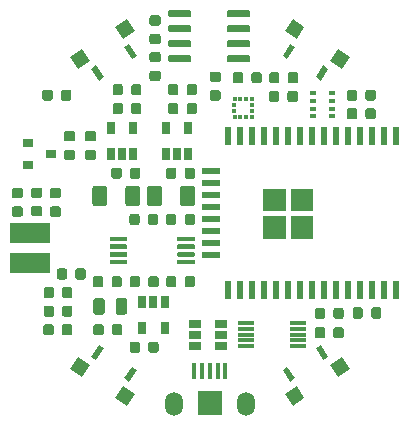
<source format=gbr>
%TF.GenerationSoftware,KiCad,Pcbnew,5.1.5+dfsg1-2~bpo10+1*%
%TF.CreationDate,Date%
%TF.ProjectId,osw-light,6f73772d-6c69-4676-9874-2e6b69636164,1.0*%
%TF.SameCoordinates,Original*%
%TF.FileFunction,Paste,Top*%
%TF.FilePolarity,Positive*%
%FSLAX46Y46*%
G04 Gerber Fmt 4.6, Leading zero omitted, Abs format (unit mm)*
G04 Created by KiCad*
%MOMM*%
%LPD*%
G04 APERTURE LIST*
%ADD10C,0.100000*%
%ADD11R,0.400000X1.350000*%
%ADD12O,1.500000X2.000000*%
%ADD13R,2.000000X2.000000*%
%ADD14R,3.400000X1.700000*%
%ADD15R,0.650000X1.060000*%
%ADD16R,1.060000X0.650000*%
%ADD17R,0.350000X0.375000*%
%ADD18R,0.375000X0.350000*%
%ADD19R,0.500000X0.350000*%
%ADD20R,1.400000X0.300000*%
%ADD21R,0.900000X0.800000*%
%ADD22R,1.524000X0.600000*%
%ADD23R,0.600000X1.524000*%
G04 APERTURE END LIST*
D10*
%TO.C,U7*%
G36*
X83036000Y-101400000D02*
G01*
X83036000Y-99600000D01*
X84836000Y-99600000D01*
X84836000Y-101400000D01*
X83036000Y-101400000D01*
G37*
X83036000Y-101400000D02*
X83036000Y-99600000D01*
X84836000Y-99600000D01*
X84836000Y-101400000D01*
X83036000Y-101400000D01*
G36*
X83036000Y-103700000D02*
G01*
X83036000Y-101900000D01*
X84836000Y-101900000D01*
X84836000Y-103700000D01*
X83036000Y-103700000D01*
G37*
X83036000Y-103700000D02*
X83036000Y-101900000D01*
X84836000Y-101900000D01*
X84836000Y-103700000D01*
X83036000Y-103700000D01*
G36*
X80736000Y-103700000D02*
G01*
X80736000Y-101900000D01*
X82536000Y-101900000D01*
X82536000Y-103700000D01*
X80736000Y-103700000D01*
G37*
X80736000Y-103700000D02*
X80736000Y-101900000D01*
X82536000Y-101900000D01*
X82536000Y-103700000D01*
X80736000Y-103700000D01*
G36*
X80736000Y-101400000D02*
G01*
X80736000Y-99600000D01*
X82536000Y-99600000D01*
X82536000Y-101400000D01*
X80736000Y-101400000D01*
G37*
X80736000Y-101400000D02*
X80736000Y-99600000D01*
X82536000Y-99600000D01*
X82536000Y-101400000D01*
X80736000Y-101400000D01*
%TD*%
D11*
%TO.C,U5*%
X77500000Y-114990500D03*
X76850000Y-114990500D03*
X76200000Y-114990500D03*
X75550000Y-114990500D03*
X74900000Y-114990500D03*
D12*
X79248000Y-117792500D03*
D13*
X76200000Y-117665500D03*
D12*
X73152000Y-117792500D03*
%TD*%
D14*
%TO.C,J1*%
X60960000Y-103327200D03*
X60960000Y-105867200D03*
%TD*%
D10*
%TO.C,SW2*%
G36*
X82772665Y-88581970D02*
G01*
X82353330Y-88309651D01*
X83006897Y-87303246D01*
X83426232Y-87575565D01*
X82772665Y-88581970D01*
G37*
G36*
X85582212Y-90406511D02*
G01*
X85162877Y-90134192D01*
X85816444Y-89127787D01*
X86235779Y-89400106D01*
X85582212Y-90406511D01*
G37*
G36*
X83556726Y-86895408D02*
G01*
X82550321Y-86241841D01*
X83203888Y-85235436D01*
X84210293Y-85889003D01*
X83556726Y-86895408D01*
G37*
G36*
X87391127Y-89385497D02*
G01*
X86384722Y-88731930D01*
X87038289Y-87725525D01*
X88044694Y-88379092D01*
X87391127Y-89385497D01*
G37*
%TD*%
%TO.C,SW1*%
G36*
X67237123Y-90134192D02*
G01*
X66817788Y-90406511D01*
X66164221Y-89400106D01*
X66583556Y-89127787D01*
X67237123Y-90134192D01*
G37*
G36*
X70046670Y-88309651D02*
G01*
X69627335Y-88581970D01*
X68973768Y-87575565D01*
X69393103Y-87303246D01*
X70046670Y-88309651D01*
G37*
G36*
X66015278Y-88731930D02*
G01*
X65008873Y-89385497D01*
X64355306Y-88379092D01*
X65361711Y-87725525D01*
X66015278Y-88731930D01*
G37*
G36*
X69849679Y-86241841D02*
G01*
X68843274Y-86895408D01*
X68189707Y-85889003D01*
X69196112Y-85235436D01*
X69849679Y-86241841D01*
G37*
%TD*%
%TO.C,SW5*%
G36*
X69627335Y-114618030D02*
G01*
X70046670Y-114890349D01*
X69393103Y-115896754D01*
X68973768Y-115624435D01*
X69627335Y-114618030D01*
G37*
G36*
X66817788Y-112793489D02*
G01*
X67237123Y-113065808D01*
X66583556Y-114072213D01*
X66164221Y-113799894D01*
X66817788Y-112793489D01*
G37*
G36*
X68843274Y-116304592D02*
G01*
X69849679Y-116958159D01*
X69196112Y-117964564D01*
X68189707Y-117310997D01*
X68843274Y-116304592D01*
G37*
G36*
X65008873Y-113814503D02*
G01*
X66015278Y-114468070D01*
X65361711Y-115474475D01*
X64355306Y-114820908D01*
X65008873Y-113814503D01*
G37*
%TD*%
%TO.C,SW4*%
G36*
X85162877Y-113065808D02*
G01*
X85582212Y-112793489D01*
X86235779Y-113799894D01*
X85816444Y-114072213D01*
X85162877Y-113065808D01*
G37*
G36*
X82353330Y-114890349D02*
G01*
X82772665Y-114618030D01*
X83426232Y-115624435D01*
X83006897Y-115896754D01*
X82353330Y-114890349D01*
G37*
G36*
X86384722Y-114468070D02*
G01*
X87391127Y-113814503D01*
X88044694Y-114820908D01*
X87038289Y-115474475D01*
X86384722Y-114468070D01*
G37*
G36*
X82550321Y-116958159D02*
G01*
X83556726Y-116304592D01*
X84210293Y-117310997D01*
X83203888Y-117964564D01*
X82550321Y-116958159D01*
G37*
%TD*%
%TO.C,R18*%
G36*
X71842191Y-89568553D02*
G01*
X71863426Y-89571703D01*
X71884250Y-89576919D01*
X71904462Y-89584151D01*
X71923868Y-89593330D01*
X71942281Y-89604366D01*
X71959524Y-89617154D01*
X71975430Y-89631570D01*
X71989846Y-89647476D01*
X72002634Y-89664719D01*
X72013670Y-89683132D01*
X72022849Y-89702538D01*
X72030081Y-89722750D01*
X72035297Y-89743574D01*
X72038447Y-89764809D01*
X72039500Y-89786250D01*
X72039500Y-90223750D01*
X72038447Y-90245191D01*
X72035297Y-90266426D01*
X72030081Y-90287250D01*
X72022849Y-90307462D01*
X72013670Y-90326868D01*
X72002634Y-90345281D01*
X71989846Y-90362524D01*
X71975430Y-90378430D01*
X71959524Y-90392846D01*
X71942281Y-90405634D01*
X71923868Y-90416670D01*
X71904462Y-90425849D01*
X71884250Y-90433081D01*
X71863426Y-90438297D01*
X71842191Y-90441447D01*
X71820750Y-90442500D01*
X71308250Y-90442500D01*
X71286809Y-90441447D01*
X71265574Y-90438297D01*
X71244750Y-90433081D01*
X71224538Y-90425849D01*
X71205132Y-90416670D01*
X71186719Y-90405634D01*
X71169476Y-90392846D01*
X71153570Y-90378430D01*
X71139154Y-90362524D01*
X71126366Y-90345281D01*
X71115330Y-90326868D01*
X71106151Y-90307462D01*
X71098919Y-90287250D01*
X71093703Y-90266426D01*
X71090553Y-90245191D01*
X71089500Y-90223750D01*
X71089500Y-89786250D01*
X71090553Y-89764809D01*
X71093703Y-89743574D01*
X71098919Y-89722750D01*
X71106151Y-89702538D01*
X71115330Y-89683132D01*
X71126366Y-89664719D01*
X71139154Y-89647476D01*
X71153570Y-89631570D01*
X71169476Y-89617154D01*
X71186719Y-89604366D01*
X71205132Y-89593330D01*
X71224538Y-89584151D01*
X71244750Y-89576919D01*
X71265574Y-89571703D01*
X71286809Y-89568553D01*
X71308250Y-89567500D01*
X71820750Y-89567500D01*
X71842191Y-89568553D01*
G37*
G36*
X71842191Y-87993553D02*
G01*
X71863426Y-87996703D01*
X71884250Y-88001919D01*
X71904462Y-88009151D01*
X71923868Y-88018330D01*
X71942281Y-88029366D01*
X71959524Y-88042154D01*
X71975430Y-88056570D01*
X71989846Y-88072476D01*
X72002634Y-88089719D01*
X72013670Y-88108132D01*
X72022849Y-88127538D01*
X72030081Y-88147750D01*
X72035297Y-88168574D01*
X72038447Y-88189809D01*
X72039500Y-88211250D01*
X72039500Y-88648750D01*
X72038447Y-88670191D01*
X72035297Y-88691426D01*
X72030081Y-88712250D01*
X72022849Y-88732462D01*
X72013670Y-88751868D01*
X72002634Y-88770281D01*
X71989846Y-88787524D01*
X71975430Y-88803430D01*
X71959524Y-88817846D01*
X71942281Y-88830634D01*
X71923868Y-88841670D01*
X71904462Y-88850849D01*
X71884250Y-88858081D01*
X71863426Y-88863297D01*
X71842191Y-88866447D01*
X71820750Y-88867500D01*
X71308250Y-88867500D01*
X71286809Y-88866447D01*
X71265574Y-88863297D01*
X71244750Y-88858081D01*
X71224538Y-88850849D01*
X71205132Y-88841670D01*
X71186719Y-88830634D01*
X71169476Y-88817846D01*
X71153570Y-88803430D01*
X71139154Y-88787524D01*
X71126366Y-88770281D01*
X71115330Y-88751868D01*
X71106151Y-88732462D01*
X71098919Y-88712250D01*
X71093703Y-88691426D01*
X71090553Y-88670191D01*
X71089500Y-88648750D01*
X71089500Y-88211250D01*
X71090553Y-88189809D01*
X71093703Y-88168574D01*
X71098919Y-88147750D01*
X71106151Y-88127538D01*
X71115330Y-88108132D01*
X71126366Y-88089719D01*
X71139154Y-88072476D01*
X71153570Y-88056570D01*
X71169476Y-88042154D01*
X71186719Y-88029366D01*
X71205132Y-88018330D01*
X71224538Y-88009151D01*
X71244750Y-88001919D01*
X71265574Y-87996703D01*
X71286809Y-87993553D01*
X71308250Y-87992500D01*
X71820750Y-87992500D01*
X71842191Y-87993553D01*
G37*
%TD*%
%TO.C,C11*%
G36*
X71842191Y-84882053D02*
G01*
X71863426Y-84885203D01*
X71884250Y-84890419D01*
X71904462Y-84897651D01*
X71923868Y-84906830D01*
X71942281Y-84917866D01*
X71959524Y-84930654D01*
X71975430Y-84945070D01*
X71989846Y-84960976D01*
X72002634Y-84978219D01*
X72013670Y-84996632D01*
X72022849Y-85016038D01*
X72030081Y-85036250D01*
X72035297Y-85057074D01*
X72038447Y-85078309D01*
X72039500Y-85099750D01*
X72039500Y-85537250D01*
X72038447Y-85558691D01*
X72035297Y-85579926D01*
X72030081Y-85600750D01*
X72022849Y-85620962D01*
X72013670Y-85640368D01*
X72002634Y-85658781D01*
X71989846Y-85676024D01*
X71975430Y-85691930D01*
X71959524Y-85706346D01*
X71942281Y-85719134D01*
X71923868Y-85730170D01*
X71904462Y-85739349D01*
X71884250Y-85746581D01*
X71863426Y-85751797D01*
X71842191Y-85754947D01*
X71820750Y-85756000D01*
X71308250Y-85756000D01*
X71286809Y-85754947D01*
X71265574Y-85751797D01*
X71244750Y-85746581D01*
X71224538Y-85739349D01*
X71205132Y-85730170D01*
X71186719Y-85719134D01*
X71169476Y-85706346D01*
X71153570Y-85691930D01*
X71139154Y-85676024D01*
X71126366Y-85658781D01*
X71115330Y-85640368D01*
X71106151Y-85620962D01*
X71098919Y-85600750D01*
X71093703Y-85579926D01*
X71090553Y-85558691D01*
X71089500Y-85537250D01*
X71089500Y-85099750D01*
X71090553Y-85078309D01*
X71093703Y-85057074D01*
X71098919Y-85036250D01*
X71106151Y-85016038D01*
X71115330Y-84996632D01*
X71126366Y-84978219D01*
X71139154Y-84960976D01*
X71153570Y-84945070D01*
X71169476Y-84930654D01*
X71186719Y-84917866D01*
X71205132Y-84906830D01*
X71224538Y-84897651D01*
X71244750Y-84890419D01*
X71265574Y-84885203D01*
X71286809Y-84882053D01*
X71308250Y-84881000D01*
X71820750Y-84881000D01*
X71842191Y-84882053D01*
G37*
G36*
X71842191Y-86457053D02*
G01*
X71863426Y-86460203D01*
X71884250Y-86465419D01*
X71904462Y-86472651D01*
X71923868Y-86481830D01*
X71942281Y-86492866D01*
X71959524Y-86505654D01*
X71975430Y-86520070D01*
X71989846Y-86535976D01*
X72002634Y-86553219D01*
X72013670Y-86571632D01*
X72022849Y-86591038D01*
X72030081Y-86611250D01*
X72035297Y-86632074D01*
X72038447Y-86653309D01*
X72039500Y-86674750D01*
X72039500Y-87112250D01*
X72038447Y-87133691D01*
X72035297Y-87154926D01*
X72030081Y-87175750D01*
X72022849Y-87195962D01*
X72013670Y-87215368D01*
X72002634Y-87233781D01*
X71989846Y-87251024D01*
X71975430Y-87266930D01*
X71959524Y-87281346D01*
X71942281Y-87294134D01*
X71923868Y-87305170D01*
X71904462Y-87314349D01*
X71884250Y-87321581D01*
X71863426Y-87326797D01*
X71842191Y-87329947D01*
X71820750Y-87331000D01*
X71308250Y-87331000D01*
X71286809Y-87329947D01*
X71265574Y-87326797D01*
X71244750Y-87321581D01*
X71224538Y-87314349D01*
X71205132Y-87305170D01*
X71186719Y-87294134D01*
X71169476Y-87281346D01*
X71153570Y-87266930D01*
X71139154Y-87251024D01*
X71126366Y-87233781D01*
X71115330Y-87215368D01*
X71106151Y-87195962D01*
X71098919Y-87175750D01*
X71093703Y-87154926D01*
X71090553Y-87133691D01*
X71089500Y-87112250D01*
X71089500Y-86674750D01*
X71090553Y-86653309D01*
X71093703Y-86632074D01*
X71098919Y-86611250D01*
X71106151Y-86591038D01*
X71115330Y-86571632D01*
X71126366Y-86553219D01*
X71139154Y-86535976D01*
X71153570Y-86520070D01*
X71169476Y-86505654D01*
X71186719Y-86492866D01*
X71205132Y-86481830D01*
X71224538Y-86472651D01*
X71244750Y-86465419D01*
X71265574Y-86460203D01*
X71286809Y-86457053D01*
X71308250Y-86456000D01*
X71820750Y-86456000D01*
X71842191Y-86457053D01*
G37*
%TD*%
%TO.C,C22*%
G36*
X63396691Y-101062053D02*
G01*
X63417926Y-101065203D01*
X63438750Y-101070419D01*
X63458962Y-101077651D01*
X63478368Y-101086830D01*
X63496781Y-101097866D01*
X63514024Y-101110654D01*
X63529930Y-101125070D01*
X63544346Y-101140976D01*
X63557134Y-101158219D01*
X63568170Y-101176632D01*
X63577349Y-101196038D01*
X63584581Y-101216250D01*
X63589797Y-101237074D01*
X63592947Y-101258309D01*
X63594000Y-101279750D01*
X63594000Y-101717250D01*
X63592947Y-101738691D01*
X63589797Y-101759926D01*
X63584581Y-101780750D01*
X63577349Y-101800962D01*
X63568170Y-101820368D01*
X63557134Y-101838781D01*
X63544346Y-101856024D01*
X63529930Y-101871930D01*
X63514024Y-101886346D01*
X63496781Y-101899134D01*
X63478368Y-101910170D01*
X63458962Y-101919349D01*
X63438750Y-101926581D01*
X63417926Y-101931797D01*
X63396691Y-101934947D01*
X63375250Y-101936000D01*
X62862750Y-101936000D01*
X62841309Y-101934947D01*
X62820074Y-101931797D01*
X62799250Y-101926581D01*
X62779038Y-101919349D01*
X62759632Y-101910170D01*
X62741219Y-101899134D01*
X62723976Y-101886346D01*
X62708070Y-101871930D01*
X62693654Y-101856024D01*
X62680866Y-101838781D01*
X62669830Y-101820368D01*
X62660651Y-101800962D01*
X62653419Y-101780750D01*
X62648203Y-101759926D01*
X62645053Y-101738691D01*
X62644000Y-101717250D01*
X62644000Y-101279750D01*
X62645053Y-101258309D01*
X62648203Y-101237074D01*
X62653419Y-101216250D01*
X62660651Y-101196038D01*
X62669830Y-101176632D01*
X62680866Y-101158219D01*
X62693654Y-101140976D01*
X62708070Y-101125070D01*
X62723976Y-101110654D01*
X62741219Y-101097866D01*
X62759632Y-101086830D01*
X62779038Y-101077651D01*
X62799250Y-101070419D01*
X62820074Y-101065203D01*
X62841309Y-101062053D01*
X62862750Y-101061000D01*
X63375250Y-101061000D01*
X63396691Y-101062053D01*
G37*
G36*
X63396691Y-99487053D02*
G01*
X63417926Y-99490203D01*
X63438750Y-99495419D01*
X63458962Y-99502651D01*
X63478368Y-99511830D01*
X63496781Y-99522866D01*
X63514024Y-99535654D01*
X63529930Y-99550070D01*
X63544346Y-99565976D01*
X63557134Y-99583219D01*
X63568170Y-99601632D01*
X63577349Y-99621038D01*
X63584581Y-99641250D01*
X63589797Y-99662074D01*
X63592947Y-99683309D01*
X63594000Y-99704750D01*
X63594000Y-100142250D01*
X63592947Y-100163691D01*
X63589797Y-100184926D01*
X63584581Y-100205750D01*
X63577349Y-100225962D01*
X63568170Y-100245368D01*
X63557134Y-100263781D01*
X63544346Y-100281024D01*
X63529930Y-100296930D01*
X63514024Y-100311346D01*
X63496781Y-100324134D01*
X63478368Y-100335170D01*
X63458962Y-100344349D01*
X63438750Y-100351581D01*
X63417926Y-100356797D01*
X63396691Y-100359947D01*
X63375250Y-100361000D01*
X62862750Y-100361000D01*
X62841309Y-100359947D01*
X62820074Y-100356797D01*
X62799250Y-100351581D01*
X62779038Y-100344349D01*
X62759632Y-100335170D01*
X62741219Y-100324134D01*
X62723976Y-100311346D01*
X62708070Y-100296930D01*
X62693654Y-100281024D01*
X62680866Y-100263781D01*
X62669830Y-100245368D01*
X62660651Y-100225962D01*
X62653419Y-100205750D01*
X62648203Y-100184926D01*
X62645053Y-100163691D01*
X62644000Y-100142250D01*
X62644000Y-99704750D01*
X62645053Y-99683309D01*
X62648203Y-99662074D01*
X62653419Y-99641250D01*
X62660651Y-99621038D01*
X62669830Y-99601632D01*
X62680866Y-99583219D01*
X62693654Y-99565976D01*
X62708070Y-99550070D01*
X62723976Y-99535654D01*
X62741219Y-99522866D01*
X62759632Y-99511830D01*
X62779038Y-99502651D01*
X62799250Y-99495419D01*
X62820074Y-99490203D01*
X62841309Y-99487053D01*
X62862750Y-99486000D01*
X63375250Y-99486000D01*
X63396691Y-99487053D01*
G37*
%TD*%
D15*
%TO.C,U13*%
X67833200Y-94404000D03*
X69733200Y-94404000D03*
X69733200Y-96604000D03*
X68783200Y-96604000D03*
X67833200Y-96604000D03*
%TD*%
D16*
%TO.C,U12*%
X74973000Y-111950500D03*
X74973000Y-112900500D03*
X74973000Y-111000500D03*
X77173000Y-111000500D03*
X77173000Y-111950500D03*
X77173000Y-112900500D03*
%TD*%
D15*
%TO.C,U10*%
X72456000Y-94404000D03*
X74356000Y-94404000D03*
X74356000Y-96604000D03*
X73406000Y-96604000D03*
X72456000Y-96604000D03*
%TD*%
D10*
%TO.C,R22*%
G36*
X60170891Y-99487053D02*
G01*
X60192126Y-99490203D01*
X60212950Y-99495419D01*
X60233162Y-99502651D01*
X60252568Y-99511830D01*
X60270981Y-99522866D01*
X60288224Y-99535654D01*
X60304130Y-99550070D01*
X60318546Y-99565976D01*
X60331334Y-99583219D01*
X60342370Y-99601632D01*
X60351549Y-99621038D01*
X60358781Y-99641250D01*
X60363997Y-99662074D01*
X60367147Y-99683309D01*
X60368200Y-99704750D01*
X60368200Y-100142250D01*
X60367147Y-100163691D01*
X60363997Y-100184926D01*
X60358781Y-100205750D01*
X60351549Y-100225962D01*
X60342370Y-100245368D01*
X60331334Y-100263781D01*
X60318546Y-100281024D01*
X60304130Y-100296930D01*
X60288224Y-100311346D01*
X60270981Y-100324134D01*
X60252568Y-100335170D01*
X60233162Y-100344349D01*
X60212950Y-100351581D01*
X60192126Y-100356797D01*
X60170891Y-100359947D01*
X60149450Y-100361000D01*
X59636950Y-100361000D01*
X59615509Y-100359947D01*
X59594274Y-100356797D01*
X59573450Y-100351581D01*
X59553238Y-100344349D01*
X59533832Y-100335170D01*
X59515419Y-100324134D01*
X59498176Y-100311346D01*
X59482270Y-100296930D01*
X59467854Y-100281024D01*
X59455066Y-100263781D01*
X59444030Y-100245368D01*
X59434851Y-100225962D01*
X59427619Y-100205750D01*
X59422403Y-100184926D01*
X59419253Y-100163691D01*
X59418200Y-100142250D01*
X59418200Y-99704750D01*
X59419253Y-99683309D01*
X59422403Y-99662074D01*
X59427619Y-99641250D01*
X59434851Y-99621038D01*
X59444030Y-99601632D01*
X59455066Y-99583219D01*
X59467854Y-99565976D01*
X59482270Y-99550070D01*
X59498176Y-99535654D01*
X59515419Y-99522866D01*
X59533832Y-99511830D01*
X59553238Y-99502651D01*
X59573450Y-99495419D01*
X59594274Y-99490203D01*
X59615509Y-99487053D01*
X59636950Y-99486000D01*
X60149450Y-99486000D01*
X60170891Y-99487053D01*
G37*
G36*
X60170891Y-101062053D02*
G01*
X60192126Y-101065203D01*
X60212950Y-101070419D01*
X60233162Y-101077651D01*
X60252568Y-101086830D01*
X60270981Y-101097866D01*
X60288224Y-101110654D01*
X60304130Y-101125070D01*
X60318546Y-101140976D01*
X60331334Y-101158219D01*
X60342370Y-101176632D01*
X60351549Y-101196038D01*
X60358781Y-101216250D01*
X60363997Y-101237074D01*
X60367147Y-101258309D01*
X60368200Y-101279750D01*
X60368200Y-101717250D01*
X60367147Y-101738691D01*
X60363997Y-101759926D01*
X60358781Y-101780750D01*
X60351549Y-101800962D01*
X60342370Y-101820368D01*
X60331334Y-101838781D01*
X60318546Y-101856024D01*
X60304130Y-101871930D01*
X60288224Y-101886346D01*
X60270981Y-101899134D01*
X60252568Y-101910170D01*
X60233162Y-101919349D01*
X60212950Y-101926581D01*
X60192126Y-101931797D01*
X60170891Y-101934947D01*
X60149450Y-101936000D01*
X59636950Y-101936000D01*
X59615509Y-101934947D01*
X59594274Y-101931797D01*
X59573450Y-101926581D01*
X59553238Y-101919349D01*
X59533832Y-101910170D01*
X59515419Y-101899134D01*
X59498176Y-101886346D01*
X59482270Y-101871930D01*
X59467854Y-101856024D01*
X59455066Y-101838781D01*
X59444030Y-101820368D01*
X59434851Y-101800962D01*
X59427619Y-101780750D01*
X59422403Y-101759926D01*
X59419253Y-101738691D01*
X59418200Y-101717250D01*
X59418200Y-101279750D01*
X59419253Y-101258309D01*
X59422403Y-101237074D01*
X59427619Y-101216250D01*
X59434851Y-101196038D01*
X59444030Y-101176632D01*
X59455066Y-101158219D01*
X59467854Y-101140976D01*
X59482270Y-101125070D01*
X59498176Y-101110654D01*
X59515419Y-101097866D01*
X59533832Y-101086830D01*
X59553238Y-101077651D01*
X59573450Y-101070419D01*
X59594274Y-101065203D01*
X59615509Y-101062053D01*
X59636950Y-101061000D01*
X60149450Y-101061000D01*
X60170891Y-101062053D01*
G37*
%TD*%
%TO.C,R21*%
G36*
X61821891Y-101036553D02*
G01*
X61843126Y-101039703D01*
X61863950Y-101044919D01*
X61884162Y-101052151D01*
X61903568Y-101061330D01*
X61921981Y-101072366D01*
X61939224Y-101085154D01*
X61955130Y-101099570D01*
X61969546Y-101115476D01*
X61982334Y-101132719D01*
X61993370Y-101151132D01*
X62002549Y-101170538D01*
X62009781Y-101190750D01*
X62014997Y-101211574D01*
X62018147Y-101232809D01*
X62019200Y-101254250D01*
X62019200Y-101691750D01*
X62018147Y-101713191D01*
X62014997Y-101734426D01*
X62009781Y-101755250D01*
X62002549Y-101775462D01*
X61993370Y-101794868D01*
X61982334Y-101813281D01*
X61969546Y-101830524D01*
X61955130Y-101846430D01*
X61939224Y-101860846D01*
X61921981Y-101873634D01*
X61903568Y-101884670D01*
X61884162Y-101893849D01*
X61863950Y-101901081D01*
X61843126Y-101906297D01*
X61821891Y-101909447D01*
X61800450Y-101910500D01*
X61287950Y-101910500D01*
X61266509Y-101909447D01*
X61245274Y-101906297D01*
X61224450Y-101901081D01*
X61204238Y-101893849D01*
X61184832Y-101884670D01*
X61166419Y-101873634D01*
X61149176Y-101860846D01*
X61133270Y-101846430D01*
X61118854Y-101830524D01*
X61106066Y-101813281D01*
X61095030Y-101794868D01*
X61085851Y-101775462D01*
X61078619Y-101755250D01*
X61073403Y-101734426D01*
X61070253Y-101713191D01*
X61069200Y-101691750D01*
X61069200Y-101254250D01*
X61070253Y-101232809D01*
X61073403Y-101211574D01*
X61078619Y-101190750D01*
X61085851Y-101170538D01*
X61095030Y-101151132D01*
X61106066Y-101132719D01*
X61118854Y-101115476D01*
X61133270Y-101099570D01*
X61149176Y-101085154D01*
X61166419Y-101072366D01*
X61184832Y-101061330D01*
X61204238Y-101052151D01*
X61224450Y-101044919D01*
X61245274Y-101039703D01*
X61266509Y-101036553D01*
X61287950Y-101035500D01*
X61800450Y-101035500D01*
X61821891Y-101036553D01*
G37*
G36*
X61821891Y-99461553D02*
G01*
X61843126Y-99464703D01*
X61863950Y-99469919D01*
X61884162Y-99477151D01*
X61903568Y-99486330D01*
X61921981Y-99497366D01*
X61939224Y-99510154D01*
X61955130Y-99524570D01*
X61969546Y-99540476D01*
X61982334Y-99557719D01*
X61993370Y-99576132D01*
X62002549Y-99595538D01*
X62009781Y-99615750D01*
X62014997Y-99636574D01*
X62018147Y-99657809D01*
X62019200Y-99679250D01*
X62019200Y-100116750D01*
X62018147Y-100138191D01*
X62014997Y-100159426D01*
X62009781Y-100180250D01*
X62002549Y-100200462D01*
X61993370Y-100219868D01*
X61982334Y-100238281D01*
X61969546Y-100255524D01*
X61955130Y-100271430D01*
X61939224Y-100285846D01*
X61921981Y-100298634D01*
X61903568Y-100309670D01*
X61884162Y-100318849D01*
X61863950Y-100326081D01*
X61843126Y-100331297D01*
X61821891Y-100334447D01*
X61800450Y-100335500D01*
X61287950Y-100335500D01*
X61266509Y-100334447D01*
X61245274Y-100331297D01*
X61224450Y-100326081D01*
X61204238Y-100318849D01*
X61184832Y-100309670D01*
X61166419Y-100298634D01*
X61149176Y-100285846D01*
X61133270Y-100271430D01*
X61118854Y-100255524D01*
X61106066Y-100238281D01*
X61095030Y-100219868D01*
X61085851Y-100200462D01*
X61078619Y-100180250D01*
X61073403Y-100159426D01*
X61070253Y-100138191D01*
X61069200Y-100116750D01*
X61069200Y-99679250D01*
X61070253Y-99657809D01*
X61073403Y-99636574D01*
X61078619Y-99615750D01*
X61085851Y-99595538D01*
X61095030Y-99576132D01*
X61106066Y-99557719D01*
X61118854Y-99540476D01*
X61133270Y-99524570D01*
X61149176Y-99510154D01*
X61166419Y-99497366D01*
X61184832Y-99486330D01*
X61204238Y-99477151D01*
X61224450Y-99469919D01*
X61245274Y-99464703D01*
X61266509Y-99461553D01*
X61287950Y-99460500D01*
X61800450Y-99460500D01*
X61821891Y-99461553D01*
G37*
%TD*%
%TO.C,R20*%
G36*
X66368491Y-94686453D02*
G01*
X66389726Y-94689603D01*
X66410550Y-94694819D01*
X66430762Y-94702051D01*
X66450168Y-94711230D01*
X66468581Y-94722266D01*
X66485824Y-94735054D01*
X66501730Y-94749470D01*
X66516146Y-94765376D01*
X66528934Y-94782619D01*
X66539970Y-94801032D01*
X66549149Y-94820438D01*
X66556381Y-94840650D01*
X66561597Y-94861474D01*
X66564747Y-94882709D01*
X66565800Y-94904150D01*
X66565800Y-95341650D01*
X66564747Y-95363091D01*
X66561597Y-95384326D01*
X66556381Y-95405150D01*
X66549149Y-95425362D01*
X66539970Y-95444768D01*
X66528934Y-95463181D01*
X66516146Y-95480424D01*
X66501730Y-95496330D01*
X66485824Y-95510746D01*
X66468581Y-95523534D01*
X66450168Y-95534570D01*
X66430762Y-95543749D01*
X66410550Y-95550981D01*
X66389726Y-95556197D01*
X66368491Y-95559347D01*
X66347050Y-95560400D01*
X65834550Y-95560400D01*
X65813109Y-95559347D01*
X65791874Y-95556197D01*
X65771050Y-95550981D01*
X65750838Y-95543749D01*
X65731432Y-95534570D01*
X65713019Y-95523534D01*
X65695776Y-95510746D01*
X65679870Y-95496330D01*
X65665454Y-95480424D01*
X65652666Y-95463181D01*
X65641630Y-95444768D01*
X65632451Y-95425362D01*
X65625219Y-95405150D01*
X65620003Y-95384326D01*
X65616853Y-95363091D01*
X65615800Y-95341650D01*
X65615800Y-94904150D01*
X65616853Y-94882709D01*
X65620003Y-94861474D01*
X65625219Y-94840650D01*
X65632451Y-94820438D01*
X65641630Y-94801032D01*
X65652666Y-94782619D01*
X65665454Y-94765376D01*
X65679870Y-94749470D01*
X65695776Y-94735054D01*
X65713019Y-94722266D01*
X65731432Y-94711230D01*
X65750838Y-94702051D01*
X65771050Y-94694819D01*
X65791874Y-94689603D01*
X65813109Y-94686453D01*
X65834550Y-94685400D01*
X66347050Y-94685400D01*
X66368491Y-94686453D01*
G37*
G36*
X66368491Y-96261453D02*
G01*
X66389726Y-96264603D01*
X66410550Y-96269819D01*
X66430762Y-96277051D01*
X66450168Y-96286230D01*
X66468581Y-96297266D01*
X66485824Y-96310054D01*
X66501730Y-96324470D01*
X66516146Y-96340376D01*
X66528934Y-96357619D01*
X66539970Y-96376032D01*
X66549149Y-96395438D01*
X66556381Y-96415650D01*
X66561597Y-96436474D01*
X66564747Y-96457709D01*
X66565800Y-96479150D01*
X66565800Y-96916650D01*
X66564747Y-96938091D01*
X66561597Y-96959326D01*
X66556381Y-96980150D01*
X66549149Y-97000362D01*
X66539970Y-97019768D01*
X66528934Y-97038181D01*
X66516146Y-97055424D01*
X66501730Y-97071330D01*
X66485824Y-97085746D01*
X66468581Y-97098534D01*
X66450168Y-97109570D01*
X66430762Y-97118749D01*
X66410550Y-97125981D01*
X66389726Y-97131197D01*
X66368491Y-97134347D01*
X66347050Y-97135400D01*
X65834550Y-97135400D01*
X65813109Y-97134347D01*
X65791874Y-97131197D01*
X65771050Y-97125981D01*
X65750838Y-97118749D01*
X65731432Y-97109570D01*
X65713019Y-97098534D01*
X65695776Y-97085746D01*
X65679870Y-97071330D01*
X65665454Y-97055424D01*
X65652666Y-97038181D01*
X65641630Y-97019768D01*
X65632451Y-97000362D01*
X65625219Y-96980150D01*
X65620003Y-96959326D01*
X65616853Y-96938091D01*
X65615800Y-96916650D01*
X65615800Y-96479150D01*
X65616853Y-96457709D01*
X65620003Y-96436474D01*
X65625219Y-96415650D01*
X65632451Y-96395438D01*
X65641630Y-96376032D01*
X65652666Y-96357619D01*
X65665454Y-96340376D01*
X65679870Y-96324470D01*
X65695776Y-96310054D01*
X65713019Y-96297266D01*
X65731432Y-96286230D01*
X65750838Y-96277051D01*
X65771050Y-96269819D01*
X65791874Y-96264603D01*
X65813109Y-96261453D01*
X65834550Y-96260400D01*
X66347050Y-96260400D01*
X66368491Y-96261453D01*
G37*
%TD*%
%TO.C,C19*%
G36*
X70217191Y-90712053D02*
G01*
X70238426Y-90715203D01*
X70259250Y-90720419D01*
X70279462Y-90727651D01*
X70298868Y-90736830D01*
X70317281Y-90747866D01*
X70334524Y-90760654D01*
X70350430Y-90775070D01*
X70364846Y-90790976D01*
X70377634Y-90808219D01*
X70388670Y-90826632D01*
X70397849Y-90846038D01*
X70405081Y-90866250D01*
X70410297Y-90887074D01*
X70413447Y-90908309D01*
X70414500Y-90929750D01*
X70414500Y-91442250D01*
X70413447Y-91463691D01*
X70410297Y-91484926D01*
X70405081Y-91505750D01*
X70397849Y-91525962D01*
X70388670Y-91545368D01*
X70377634Y-91563781D01*
X70364846Y-91581024D01*
X70350430Y-91596930D01*
X70334524Y-91611346D01*
X70317281Y-91624134D01*
X70298868Y-91635170D01*
X70279462Y-91644349D01*
X70259250Y-91651581D01*
X70238426Y-91656797D01*
X70217191Y-91659947D01*
X70195750Y-91661000D01*
X69758250Y-91661000D01*
X69736809Y-91659947D01*
X69715574Y-91656797D01*
X69694750Y-91651581D01*
X69674538Y-91644349D01*
X69655132Y-91635170D01*
X69636719Y-91624134D01*
X69619476Y-91611346D01*
X69603570Y-91596930D01*
X69589154Y-91581024D01*
X69576366Y-91563781D01*
X69565330Y-91545368D01*
X69556151Y-91525962D01*
X69548919Y-91505750D01*
X69543703Y-91484926D01*
X69540553Y-91463691D01*
X69539500Y-91442250D01*
X69539500Y-90929750D01*
X69540553Y-90908309D01*
X69543703Y-90887074D01*
X69548919Y-90866250D01*
X69556151Y-90846038D01*
X69565330Y-90826632D01*
X69576366Y-90808219D01*
X69589154Y-90790976D01*
X69603570Y-90775070D01*
X69619476Y-90760654D01*
X69636719Y-90747866D01*
X69655132Y-90736830D01*
X69674538Y-90727651D01*
X69694750Y-90720419D01*
X69715574Y-90715203D01*
X69736809Y-90712053D01*
X69758250Y-90711000D01*
X70195750Y-90711000D01*
X70217191Y-90712053D01*
G37*
G36*
X68642191Y-90712053D02*
G01*
X68663426Y-90715203D01*
X68684250Y-90720419D01*
X68704462Y-90727651D01*
X68723868Y-90736830D01*
X68742281Y-90747866D01*
X68759524Y-90760654D01*
X68775430Y-90775070D01*
X68789846Y-90790976D01*
X68802634Y-90808219D01*
X68813670Y-90826632D01*
X68822849Y-90846038D01*
X68830081Y-90866250D01*
X68835297Y-90887074D01*
X68838447Y-90908309D01*
X68839500Y-90929750D01*
X68839500Y-91442250D01*
X68838447Y-91463691D01*
X68835297Y-91484926D01*
X68830081Y-91505750D01*
X68822849Y-91525962D01*
X68813670Y-91545368D01*
X68802634Y-91563781D01*
X68789846Y-91581024D01*
X68775430Y-91596930D01*
X68759524Y-91611346D01*
X68742281Y-91624134D01*
X68723868Y-91635170D01*
X68704462Y-91644349D01*
X68684250Y-91651581D01*
X68663426Y-91656797D01*
X68642191Y-91659947D01*
X68620750Y-91661000D01*
X68183250Y-91661000D01*
X68161809Y-91659947D01*
X68140574Y-91656797D01*
X68119750Y-91651581D01*
X68099538Y-91644349D01*
X68080132Y-91635170D01*
X68061719Y-91624134D01*
X68044476Y-91611346D01*
X68028570Y-91596930D01*
X68014154Y-91581024D01*
X68001366Y-91563781D01*
X67990330Y-91545368D01*
X67981151Y-91525962D01*
X67973919Y-91505750D01*
X67968703Y-91484926D01*
X67965553Y-91463691D01*
X67964500Y-91442250D01*
X67964500Y-90929750D01*
X67965553Y-90908309D01*
X67968703Y-90887074D01*
X67973919Y-90866250D01*
X67981151Y-90846038D01*
X67990330Y-90826632D01*
X68001366Y-90808219D01*
X68014154Y-90790976D01*
X68028570Y-90775070D01*
X68044476Y-90760654D01*
X68061719Y-90747866D01*
X68080132Y-90736830D01*
X68099538Y-90727651D01*
X68119750Y-90720419D01*
X68140574Y-90715203D01*
X68161809Y-90712053D01*
X68183250Y-90711000D01*
X68620750Y-90711000D01*
X68642191Y-90712053D01*
G37*
%TD*%
%TO.C,C18*%
G36*
X74916291Y-90712053D02*
G01*
X74937526Y-90715203D01*
X74958350Y-90720419D01*
X74978562Y-90727651D01*
X74997968Y-90736830D01*
X75016381Y-90747866D01*
X75033624Y-90760654D01*
X75049530Y-90775070D01*
X75063946Y-90790976D01*
X75076734Y-90808219D01*
X75087770Y-90826632D01*
X75096949Y-90846038D01*
X75104181Y-90866250D01*
X75109397Y-90887074D01*
X75112547Y-90908309D01*
X75113600Y-90929750D01*
X75113600Y-91442250D01*
X75112547Y-91463691D01*
X75109397Y-91484926D01*
X75104181Y-91505750D01*
X75096949Y-91525962D01*
X75087770Y-91545368D01*
X75076734Y-91563781D01*
X75063946Y-91581024D01*
X75049530Y-91596930D01*
X75033624Y-91611346D01*
X75016381Y-91624134D01*
X74997968Y-91635170D01*
X74978562Y-91644349D01*
X74958350Y-91651581D01*
X74937526Y-91656797D01*
X74916291Y-91659947D01*
X74894850Y-91661000D01*
X74457350Y-91661000D01*
X74435909Y-91659947D01*
X74414674Y-91656797D01*
X74393850Y-91651581D01*
X74373638Y-91644349D01*
X74354232Y-91635170D01*
X74335819Y-91624134D01*
X74318576Y-91611346D01*
X74302670Y-91596930D01*
X74288254Y-91581024D01*
X74275466Y-91563781D01*
X74264430Y-91545368D01*
X74255251Y-91525962D01*
X74248019Y-91505750D01*
X74242803Y-91484926D01*
X74239653Y-91463691D01*
X74238600Y-91442250D01*
X74238600Y-90929750D01*
X74239653Y-90908309D01*
X74242803Y-90887074D01*
X74248019Y-90866250D01*
X74255251Y-90846038D01*
X74264430Y-90826632D01*
X74275466Y-90808219D01*
X74288254Y-90790976D01*
X74302670Y-90775070D01*
X74318576Y-90760654D01*
X74335819Y-90747866D01*
X74354232Y-90736830D01*
X74373638Y-90727651D01*
X74393850Y-90720419D01*
X74414674Y-90715203D01*
X74435909Y-90712053D01*
X74457350Y-90711000D01*
X74894850Y-90711000D01*
X74916291Y-90712053D01*
G37*
G36*
X73341291Y-90712053D02*
G01*
X73362526Y-90715203D01*
X73383350Y-90720419D01*
X73403562Y-90727651D01*
X73422968Y-90736830D01*
X73441381Y-90747866D01*
X73458624Y-90760654D01*
X73474530Y-90775070D01*
X73488946Y-90790976D01*
X73501734Y-90808219D01*
X73512770Y-90826632D01*
X73521949Y-90846038D01*
X73529181Y-90866250D01*
X73534397Y-90887074D01*
X73537547Y-90908309D01*
X73538600Y-90929750D01*
X73538600Y-91442250D01*
X73537547Y-91463691D01*
X73534397Y-91484926D01*
X73529181Y-91505750D01*
X73521949Y-91525962D01*
X73512770Y-91545368D01*
X73501734Y-91563781D01*
X73488946Y-91581024D01*
X73474530Y-91596930D01*
X73458624Y-91611346D01*
X73441381Y-91624134D01*
X73422968Y-91635170D01*
X73403562Y-91644349D01*
X73383350Y-91651581D01*
X73362526Y-91656797D01*
X73341291Y-91659947D01*
X73319850Y-91661000D01*
X72882350Y-91661000D01*
X72860909Y-91659947D01*
X72839674Y-91656797D01*
X72818850Y-91651581D01*
X72798638Y-91644349D01*
X72779232Y-91635170D01*
X72760819Y-91624134D01*
X72743576Y-91611346D01*
X72727670Y-91596930D01*
X72713254Y-91581024D01*
X72700466Y-91563781D01*
X72689430Y-91545368D01*
X72680251Y-91525962D01*
X72673019Y-91505750D01*
X72667803Y-91484926D01*
X72664653Y-91463691D01*
X72663600Y-91442250D01*
X72663600Y-90929750D01*
X72664653Y-90908309D01*
X72667803Y-90887074D01*
X72673019Y-90866250D01*
X72680251Y-90846038D01*
X72689430Y-90826632D01*
X72700466Y-90808219D01*
X72713254Y-90790976D01*
X72727670Y-90775070D01*
X72743576Y-90760654D01*
X72760819Y-90747866D01*
X72779232Y-90736830D01*
X72798638Y-90727651D01*
X72818850Y-90720419D01*
X72839674Y-90715203D01*
X72860909Y-90712053D01*
X72882350Y-90711000D01*
X73319850Y-90711000D01*
X73341291Y-90712053D01*
G37*
%TD*%
%TO.C,C17*%
G36*
X70217191Y-92299553D02*
G01*
X70238426Y-92302703D01*
X70259250Y-92307919D01*
X70279462Y-92315151D01*
X70298868Y-92324330D01*
X70317281Y-92335366D01*
X70334524Y-92348154D01*
X70350430Y-92362570D01*
X70364846Y-92378476D01*
X70377634Y-92395719D01*
X70388670Y-92414132D01*
X70397849Y-92433538D01*
X70405081Y-92453750D01*
X70410297Y-92474574D01*
X70413447Y-92495809D01*
X70414500Y-92517250D01*
X70414500Y-93029750D01*
X70413447Y-93051191D01*
X70410297Y-93072426D01*
X70405081Y-93093250D01*
X70397849Y-93113462D01*
X70388670Y-93132868D01*
X70377634Y-93151281D01*
X70364846Y-93168524D01*
X70350430Y-93184430D01*
X70334524Y-93198846D01*
X70317281Y-93211634D01*
X70298868Y-93222670D01*
X70279462Y-93231849D01*
X70259250Y-93239081D01*
X70238426Y-93244297D01*
X70217191Y-93247447D01*
X70195750Y-93248500D01*
X69758250Y-93248500D01*
X69736809Y-93247447D01*
X69715574Y-93244297D01*
X69694750Y-93239081D01*
X69674538Y-93231849D01*
X69655132Y-93222670D01*
X69636719Y-93211634D01*
X69619476Y-93198846D01*
X69603570Y-93184430D01*
X69589154Y-93168524D01*
X69576366Y-93151281D01*
X69565330Y-93132868D01*
X69556151Y-93113462D01*
X69548919Y-93093250D01*
X69543703Y-93072426D01*
X69540553Y-93051191D01*
X69539500Y-93029750D01*
X69539500Y-92517250D01*
X69540553Y-92495809D01*
X69543703Y-92474574D01*
X69548919Y-92453750D01*
X69556151Y-92433538D01*
X69565330Y-92414132D01*
X69576366Y-92395719D01*
X69589154Y-92378476D01*
X69603570Y-92362570D01*
X69619476Y-92348154D01*
X69636719Y-92335366D01*
X69655132Y-92324330D01*
X69674538Y-92315151D01*
X69694750Y-92307919D01*
X69715574Y-92302703D01*
X69736809Y-92299553D01*
X69758250Y-92298500D01*
X70195750Y-92298500D01*
X70217191Y-92299553D01*
G37*
G36*
X68642191Y-92299553D02*
G01*
X68663426Y-92302703D01*
X68684250Y-92307919D01*
X68704462Y-92315151D01*
X68723868Y-92324330D01*
X68742281Y-92335366D01*
X68759524Y-92348154D01*
X68775430Y-92362570D01*
X68789846Y-92378476D01*
X68802634Y-92395719D01*
X68813670Y-92414132D01*
X68822849Y-92433538D01*
X68830081Y-92453750D01*
X68835297Y-92474574D01*
X68838447Y-92495809D01*
X68839500Y-92517250D01*
X68839500Y-93029750D01*
X68838447Y-93051191D01*
X68835297Y-93072426D01*
X68830081Y-93093250D01*
X68822849Y-93113462D01*
X68813670Y-93132868D01*
X68802634Y-93151281D01*
X68789846Y-93168524D01*
X68775430Y-93184430D01*
X68759524Y-93198846D01*
X68742281Y-93211634D01*
X68723868Y-93222670D01*
X68704462Y-93231849D01*
X68684250Y-93239081D01*
X68663426Y-93244297D01*
X68642191Y-93247447D01*
X68620750Y-93248500D01*
X68183250Y-93248500D01*
X68161809Y-93247447D01*
X68140574Y-93244297D01*
X68119750Y-93239081D01*
X68099538Y-93231849D01*
X68080132Y-93222670D01*
X68061719Y-93211634D01*
X68044476Y-93198846D01*
X68028570Y-93184430D01*
X68014154Y-93168524D01*
X68001366Y-93151281D01*
X67990330Y-93132868D01*
X67981151Y-93113462D01*
X67973919Y-93093250D01*
X67968703Y-93072426D01*
X67965553Y-93051191D01*
X67964500Y-93029750D01*
X67964500Y-92517250D01*
X67965553Y-92495809D01*
X67968703Y-92474574D01*
X67973919Y-92453750D01*
X67981151Y-92433538D01*
X67990330Y-92414132D01*
X68001366Y-92395719D01*
X68014154Y-92378476D01*
X68028570Y-92362570D01*
X68044476Y-92348154D01*
X68061719Y-92335366D01*
X68080132Y-92324330D01*
X68099538Y-92315151D01*
X68119750Y-92307919D01*
X68140574Y-92302703D01*
X68161809Y-92299553D01*
X68183250Y-92298500D01*
X68620750Y-92298500D01*
X68642191Y-92299553D01*
G37*
%TD*%
%TO.C,C16*%
G36*
X74916291Y-92299553D02*
G01*
X74937526Y-92302703D01*
X74958350Y-92307919D01*
X74978562Y-92315151D01*
X74997968Y-92324330D01*
X75016381Y-92335366D01*
X75033624Y-92348154D01*
X75049530Y-92362570D01*
X75063946Y-92378476D01*
X75076734Y-92395719D01*
X75087770Y-92414132D01*
X75096949Y-92433538D01*
X75104181Y-92453750D01*
X75109397Y-92474574D01*
X75112547Y-92495809D01*
X75113600Y-92517250D01*
X75113600Y-93029750D01*
X75112547Y-93051191D01*
X75109397Y-93072426D01*
X75104181Y-93093250D01*
X75096949Y-93113462D01*
X75087770Y-93132868D01*
X75076734Y-93151281D01*
X75063946Y-93168524D01*
X75049530Y-93184430D01*
X75033624Y-93198846D01*
X75016381Y-93211634D01*
X74997968Y-93222670D01*
X74978562Y-93231849D01*
X74958350Y-93239081D01*
X74937526Y-93244297D01*
X74916291Y-93247447D01*
X74894850Y-93248500D01*
X74457350Y-93248500D01*
X74435909Y-93247447D01*
X74414674Y-93244297D01*
X74393850Y-93239081D01*
X74373638Y-93231849D01*
X74354232Y-93222670D01*
X74335819Y-93211634D01*
X74318576Y-93198846D01*
X74302670Y-93184430D01*
X74288254Y-93168524D01*
X74275466Y-93151281D01*
X74264430Y-93132868D01*
X74255251Y-93113462D01*
X74248019Y-93093250D01*
X74242803Y-93072426D01*
X74239653Y-93051191D01*
X74238600Y-93029750D01*
X74238600Y-92517250D01*
X74239653Y-92495809D01*
X74242803Y-92474574D01*
X74248019Y-92453750D01*
X74255251Y-92433538D01*
X74264430Y-92414132D01*
X74275466Y-92395719D01*
X74288254Y-92378476D01*
X74302670Y-92362570D01*
X74318576Y-92348154D01*
X74335819Y-92335366D01*
X74354232Y-92324330D01*
X74373638Y-92315151D01*
X74393850Y-92307919D01*
X74414674Y-92302703D01*
X74435909Y-92299553D01*
X74457350Y-92298500D01*
X74894850Y-92298500D01*
X74916291Y-92299553D01*
G37*
G36*
X73341291Y-92299553D02*
G01*
X73362526Y-92302703D01*
X73383350Y-92307919D01*
X73403562Y-92315151D01*
X73422968Y-92324330D01*
X73441381Y-92335366D01*
X73458624Y-92348154D01*
X73474530Y-92362570D01*
X73488946Y-92378476D01*
X73501734Y-92395719D01*
X73512770Y-92414132D01*
X73521949Y-92433538D01*
X73529181Y-92453750D01*
X73534397Y-92474574D01*
X73537547Y-92495809D01*
X73538600Y-92517250D01*
X73538600Y-93029750D01*
X73537547Y-93051191D01*
X73534397Y-93072426D01*
X73529181Y-93093250D01*
X73521949Y-93113462D01*
X73512770Y-93132868D01*
X73501734Y-93151281D01*
X73488946Y-93168524D01*
X73474530Y-93184430D01*
X73458624Y-93198846D01*
X73441381Y-93211634D01*
X73422968Y-93222670D01*
X73403562Y-93231849D01*
X73383350Y-93239081D01*
X73362526Y-93244297D01*
X73341291Y-93247447D01*
X73319850Y-93248500D01*
X72882350Y-93248500D01*
X72860909Y-93247447D01*
X72839674Y-93244297D01*
X72818850Y-93239081D01*
X72798638Y-93231849D01*
X72779232Y-93222670D01*
X72760819Y-93211634D01*
X72743576Y-93198846D01*
X72727670Y-93184430D01*
X72713254Y-93168524D01*
X72700466Y-93151281D01*
X72689430Y-93132868D01*
X72680251Y-93113462D01*
X72673019Y-93093250D01*
X72667803Y-93072426D01*
X72664653Y-93051191D01*
X72663600Y-93029750D01*
X72663600Y-92517250D01*
X72664653Y-92495809D01*
X72667803Y-92474574D01*
X72673019Y-92453750D01*
X72680251Y-92433538D01*
X72689430Y-92414132D01*
X72700466Y-92395719D01*
X72713254Y-92378476D01*
X72727670Y-92362570D01*
X72743576Y-92348154D01*
X72760819Y-92335366D01*
X72779232Y-92324330D01*
X72798638Y-92315151D01*
X72818850Y-92307919D01*
X72839674Y-92302703D01*
X72860909Y-92299553D01*
X72882350Y-92298500D01*
X73319850Y-92298500D01*
X73341291Y-92299553D01*
G37*
%TD*%
%TO.C,C15*%
G36*
X70115691Y-97773253D02*
G01*
X70136926Y-97776403D01*
X70157750Y-97781619D01*
X70177962Y-97788851D01*
X70197368Y-97798030D01*
X70215781Y-97809066D01*
X70233024Y-97821854D01*
X70248930Y-97836270D01*
X70263346Y-97852176D01*
X70276134Y-97869419D01*
X70287170Y-97887832D01*
X70296349Y-97907238D01*
X70303581Y-97927450D01*
X70308797Y-97948274D01*
X70311947Y-97969509D01*
X70313000Y-97990950D01*
X70313000Y-98503450D01*
X70311947Y-98524891D01*
X70308797Y-98546126D01*
X70303581Y-98566950D01*
X70296349Y-98587162D01*
X70287170Y-98606568D01*
X70276134Y-98624981D01*
X70263346Y-98642224D01*
X70248930Y-98658130D01*
X70233024Y-98672546D01*
X70215781Y-98685334D01*
X70197368Y-98696370D01*
X70177962Y-98705549D01*
X70157750Y-98712781D01*
X70136926Y-98717997D01*
X70115691Y-98721147D01*
X70094250Y-98722200D01*
X69656750Y-98722200D01*
X69635309Y-98721147D01*
X69614074Y-98717997D01*
X69593250Y-98712781D01*
X69573038Y-98705549D01*
X69553632Y-98696370D01*
X69535219Y-98685334D01*
X69517976Y-98672546D01*
X69502070Y-98658130D01*
X69487654Y-98642224D01*
X69474866Y-98624981D01*
X69463830Y-98606568D01*
X69454651Y-98587162D01*
X69447419Y-98566950D01*
X69442203Y-98546126D01*
X69439053Y-98524891D01*
X69438000Y-98503450D01*
X69438000Y-97990950D01*
X69439053Y-97969509D01*
X69442203Y-97948274D01*
X69447419Y-97927450D01*
X69454651Y-97907238D01*
X69463830Y-97887832D01*
X69474866Y-97869419D01*
X69487654Y-97852176D01*
X69502070Y-97836270D01*
X69517976Y-97821854D01*
X69535219Y-97809066D01*
X69553632Y-97798030D01*
X69573038Y-97788851D01*
X69593250Y-97781619D01*
X69614074Y-97776403D01*
X69635309Y-97773253D01*
X69656750Y-97772200D01*
X70094250Y-97772200D01*
X70115691Y-97773253D01*
G37*
G36*
X68540691Y-97773253D02*
G01*
X68561926Y-97776403D01*
X68582750Y-97781619D01*
X68602962Y-97788851D01*
X68622368Y-97798030D01*
X68640781Y-97809066D01*
X68658024Y-97821854D01*
X68673930Y-97836270D01*
X68688346Y-97852176D01*
X68701134Y-97869419D01*
X68712170Y-97887832D01*
X68721349Y-97907238D01*
X68728581Y-97927450D01*
X68733797Y-97948274D01*
X68736947Y-97969509D01*
X68738000Y-97990950D01*
X68738000Y-98503450D01*
X68736947Y-98524891D01*
X68733797Y-98546126D01*
X68728581Y-98566950D01*
X68721349Y-98587162D01*
X68712170Y-98606568D01*
X68701134Y-98624981D01*
X68688346Y-98642224D01*
X68673930Y-98658130D01*
X68658024Y-98672546D01*
X68640781Y-98685334D01*
X68622368Y-98696370D01*
X68602962Y-98705549D01*
X68582750Y-98712781D01*
X68561926Y-98717997D01*
X68540691Y-98721147D01*
X68519250Y-98722200D01*
X68081750Y-98722200D01*
X68060309Y-98721147D01*
X68039074Y-98717997D01*
X68018250Y-98712781D01*
X67998038Y-98705549D01*
X67978632Y-98696370D01*
X67960219Y-98685334D01*
X67942976Y-98672546D01*
X67927070Y-98658130D01*
X67912654Y-98642224D01*
X67899866Y-98624981D01*
X67888830Y-98606568D01*
X67879651Y-98587162D01*
X67872419Y-98566950D01*
X67867203Y-98546126D01*
X67864053Y-98524891D01*
X67863000Y-98503450D01*
X67863000Y-97990950D01*
X67864053Y-97969509D01*
X67867203Y-97948274D01*
X67872419Y-97927450D01*
X67879651Y-97907238D01*
X67888830Y-97887832D01*
X67899866Y-97869419D01*
X67912654Y-97852176D01*
X67927070Y-97836270D01*
X67942976Y-97821854D01*
X67960219Y-97809066D01*
X67978632Y-97798030D01*
X67998038Y-97788851D01*
X68018250Y-97781619D01*
X68039074Y-97776403D01*
X68060309Y-97773253D01*
X68081750Y-97772200D01*
X68519250Y-97772200D01*
X68540691Y-97773253D01*
G37*
%TD*%
%TO.C,C14*%
G36*
X74738491Y-97773253D02*
G01*
X74759726Y-97776403D01*
X74780550Y-97781619D01*
X74800762Y-97788851D01*
X74820168Y-97798030D01*
X74838581Y-97809066D01*
X74855824Y-97821854D01*
X74871730Y-97836270D01*
X74886146Y-97852176D01*
X74898934Y-97869419D01*
X74909970Y-97887832D01*
X74919149Y-97907238D01*
X74926381Y-97927450D01*
X74931597Y-97948274D01*
X74934747Y-97969509D01*
X74935800Y-97990950D01*
X74935800Y-98503450D01*
X74934747Y-98524891D01*
X74931597Y-98546126D01*
X74926381Y-98566950D01*
X74919149Y-98587162D01*
X74909970Y-98606568D01*
X74898934Y-98624981D01*
X74886146Y-98642224D01*
X74871730Y-98658130D01*
X74855824Y-98672546D01*
X74838581Y-98685334D01*
X74820168Y-98696370D01*
X74800762Y-98705549D01*
X74780550Y-98712781D01*
X74759726Y-98717997D01*
X74738491Y-98721147D01*
X74717050Y-98722200D01*
X74279550Y-98722200D01*
X74258109Y-98721147D01*
X74236874Y-98717997D01*
X74216050Y-98712781D01*
X74195838Y-98705549D01*
X74176432Y-98696370D01*
X74158019Y-98685334D01*
X74140776Y-98672546D01*
X74124870Y-98658130D01*
X74110454Y-98642224D01*
X74097666Y-98624981D01*
X74086630Y-98606568D01*
X74077451Y-98587162D01*
X74070219Y-98566950D01*
X74065003Y-98546126D01*
X74061853Y-98524891D01*
X74060800Y-98503450D01*
X74060800Y-97990950D01*
X74061853Y-97969509D01*
X74065003Y-97948274D01*
X74070219Y-97927450D01*
X74077451Y-97907238D01*
X74086630Y-97887832D01*
X74097666Y-97869419D01*
X74110454Y-97852176D01*
X74124870Y-97836270D01*
X74140776Y-97821854D01*
X74158019Y-97809066D01*
X74176432Y-97798030D01*
X74195838Y-97788851D01*
X74216050Y-97781619D01*
X74236874Y-97776403D01*
X74258109Y-97773253D01*
X74279550Y-97772200D01*
X74717050Y-97772200D01*
X74738491Y-97773253D01*
G37*
G36*
X73163491Y-97773253D02*
G01*
X73184726Y-97776403D01*
X73205550Y-97781619D01*
X73225762Y-97788851D01*
X73245168Y-97798030D01*
X73263581Y-97809066D01*
X73280824Y-97821854D01*
X73296730Y-97836270D01*
X73311146Y-97852176D01*
X73323934Y-97869419D01*
X73334970Y-97887832D01*
X73344149Y-97907238D01*
X73351381Y-97927450D01*
X73356597Y-97948274D01*
X73359747Y-97969509D01*
X73360800Y-97990950D01*
X73360800Y-98503450D01*
X73359747Y-98524891D01*
X73356597Y-98546126D01*
X73351381Y-98566950D01*
X73344149Y-98587162D01*
X73334970Y-98606568D01*
X73323934Y-98624981D01*
X73311146Y-98642224D01*
X73296730Y-98658130D01*
X73280824Y-98672546D01*
X73263581Y-98685334D01*
X73245168Y-98696370D01*
X73225762Y-98705549D01*
X73205550Y-98712781D01*
X73184726Y-98717997D01*
X73163491Y-98721147D01*
X73142050Y-98722200D01*
X72704550Y-98722200D01*
X72683109Y-98721147D01*
X72661874Y-98717997D01*
X72641050Y-98712781D01*
X72620838Y-98705549D01*
X72601432Y-98696370D01*
X72583019Y-98685334D01*
X72565776Y-98672546D01*
X72549870Y-98658130D01*
X72535454Y-98642224D01*
X72522666Y-98624981D01*
X72511630Y-98606568D01*
X72502451Y-98587162D01*
X72495219Y-98566950D01*
X72490003Y-98546126D01*
X72486853Y-98524891D01*
X72485800Y-98503450D01*
X72485800Y-97990950D01*
X72486853Y-97969509D01*
X72490003Y-97948274D01*
X72495219Y-97927450D01*
X72502451Y-97907238D01*
X72511630Y-97887832D01*
X72522666Y-97869419D01*
X72535454Y-97852176D01*
X72549870Y-97836270D01*
X72565776Y-97821854D01*
X72583019Y-97809066D01*
X72601432Y-97798030D01*
X72620838Y-97788851D01*
X72641050Y-97781619D01*
X72661874Y-97776403D01*
X72683109Y-97773253D01*
X72704550Y-97772200D01*
X73142050Y-97772200D01*
X73163491Y-97773253D01*
G37*
%TD*%
%TO.C,C6*%
G36*
X70074704Y-99303804D02*
G01*
X70098973Y-99307404D01*
X70122771Y-99313365D01*
X70145871Y-99321630D01*
X70168049Y-99332120D01*
X70189093Y-99344733D01*
X70208798Y-99359347D01*
X70226977Y-99375823D01*
X70243453Y-99394002D01*
X70258067Y-99413707D01*
X70270680Y-99434751D01*
X70281170Y-99456929D01*
X70289435Y-99480029D01*
X70295396Y-99503827D01*
X70298996Y-99528096D01*
X70300200Y-99552600D01*
X70300200Y-100802600D01*
X70298996Y-100827104D01*
X70295396Y-100851373D01*
X70289435Y-100875171D01*
X70281170Y-100898271D01*
X70270680Y-100920449D01*
X70258067Y-100941493D01*
X70243453Y-100961198D01*
X70226977Y-100979377D01*
X70208798Y-100995853D01*
X70189093Y-101010467D01*
X70168049Y-101023080D01*
X70145871Y-101033570D01*
X70122771Y-101041835D01*
X70098973Y-101047796D01*
X70074704Y-101051396D01*
X70050200Y-101052600D01*
X69300200Y-101052600D01*
X69275696Y-101051396D01*
X69251427Y-101047796D01*
X69227629Y-101041835D01*
X69204529Y-101033570D01*
X69182351Y-101023080D01*
X69161307Y-101010467D01*
X69141602Y-100995853D01*
X69123423Y-100979377D01*
X69106947Y-100961198D01*
X69092333Y-100941493D01*
X69079720Y-100920449D01*
X69069230Y-100898271D01*
X69060965Y-100875171D01*
X69055004Y-100851373D01*
X69051404Y-100827104D01*
X69050200Y-100802600D01*
X69050200Y-99552600D01*
X69051404Y-99528096D01*
X69055004Y-99503827D01*
X69060965Y-99480029D01*
X69069230Y-99456929D01*
X69079720Y-99434751D01*
X69092333Y-99413707D01*
X69106947Y-99394002D01*
X69123423Y-99375823D01*
X69141602Y-99359347D01*
X69161307Y-99344733D01*
X69182351Y-99332120D01*
X69204529Y-99321630D01*
X69227629Y-99313365D01*
X69251427Y-99307404D01*
X69275696Y-99303804D01*
X69300200Y-99302600D01*
X70050200Y-99302600D01*
X70074704Y-99303804D01*
G37*
G36*
X67274704Y-99303804D02*
G01*
X67298973Y-99307404D01*
X67322771Y-99313365D01*
X67345871Y-99321630D01*
X67368049Y-99332120D01*
X67389093Y-99344733D01*
X67408798Y-99359347D01*
X67426977Y-99375823D01*
X67443453Y-99394002D01*
X67458067Y-99413707D01*
X67470680Y-99434751D01*
X67481170Y-99456929D01*
X67489435Y-99480029D01*
X67495396Y-99503827D01*
X67498996Y-99528096D01*
X67500200Y-99552600D01*
X67500200Y-100802600D01*
X67498996Y-100827104D01*
X67495396Y-100851373D01*
X67489435Y-100875171D01*
X67481170Y-100898271D01*
X67470680Y-100920449D01*
X67458067Y-100941493D01*
X67443453Y-100961198D01*
X67426977Y-100979377D01*
X67408798Y-100995853D01*
X67389093Y-101010467D01*
X67368049Y-101023080D01*
X67345871Y-101033570D01*
X67322771Y-101041835D01*
X67298973Y-101047796D01*
X67274704Y-101051396D01*
X67250200Y-101052600D01*
X66500200Y-101052600D01*
X66475696Y-101051396D01*
X66451427Y-101047796D01*
X66427629Y-101041835D01*
X66404529Y-101033570D01*
X66382351Y-101023080D01*
X66361307Y-101010467D01*
X66341602Y-100995853D01*
X66323423Y-100979377D01*
X66306947Y-100961198D01*
X66292333Y-100941493D01*
X66279720Y-100920449D01*
X66269230Y-100898271D01*
X66260965Y-100875171D01*
X66255004Y-100851373D01*
X66251404Y-100827104D01*
X66250200Y-100802600D01*
X66250200Y-99552600D01*
X66251404Y-99528096D01*
X66255004Y-99503827D01*
X66260965Y-99480029D01*
X66269230Y-99456929D01*
X66279720Y-99434751D01*
X66292333Y-99413707D01*
X66306947Y-99394002D01*
X66323423Y-99375823D01*
X66341602Y-99359347D01*
X66361307Y-99344733D01*
X66382351Y-99332120D01*
X66404529Y-99321630D01*
X66427629Y-99313365D01*
X66451427Y-99307404D01*
X66475696Y-99303804D01*
X66500200Y-99302600D01*
X67250200Y-99302600D01*
X67274704Y-99303804D01*
G37*
%TD*%
%TO.C,C5*%
G36*
X74719904Y-99303804D02*
G01*
X74744173Y-99307404D01*
X74767971Y-99313365D01*
X74791071Y-99321630D01*
X74813249Y-99332120D01*
X74834293Y-99344733D01*
X74853998Y-99359347D01*
X74872177Y-99375823D01*
X74888653Y-99394002D01*
X74903267Y-99413707D01*
X74915880Y-99434751D01*
X74926370Y-99456929D01*
X74934635Y-99480029D01*
X74940596Y-99503827D01*
X74944196Y-99528096D01*
X74945400Y-99552600D01*
X74945400Y-100802600D01*
X74944196Y-100827104D01*
X74940596Y-100851373D01*
X74934635Y-100875171D01*
X74926370Y-100898271D01*
X74915880Y-100920449D01*
X74903267Y-100941493D01*
X74888653Y-100961198D01*
X74872177Y-100979377D01*
X74853998Y-100995853D01*
X74834293Y-101010467D01*
X74813249Y-101023080D01*
X74791071Y-101033570D01*
X74767971Y-101041835D01*
X74744173Y-101047796D01*
X74719904Y-101051396D01*
X74695400Y-101052600D01*
X73945400Y-101052600D01*
X73920896Y-101051396D01*
X73896627Y-101047796D01*
X73872829Y-101041835D01*
X73849729Y-101033570D01*
X73827551Y-101023080D01*
X73806507Y-101010467D01*
X73786802Y-100995853D01*
X73768623Y-100979377D01*
X73752147Y-100961198D01*
X73737533Y-100941493D01*
X73724920Y-100920449D01*
X73714430Y-100898271D01*
X73706165Y-100875171D01*
X73700204Y-100851373D01*
X73696604Y-100827104D01*
X73695400Y-100802600D01*
X73695400Y-99552600D01*
X73696604Y-99528096D01*
X73700204Y-99503827D01*
X73706165Y-99480029D01*
X73714430Y-99456929D01*
X73724920Y-99434751D01*
X73737533Y-99413707D01*
X73752147Y-99394002D01*
X73768623Y-99375823D01*
X73786802Y-99359347D01*
X73806507Y-99344733D01*
X73827551Y-99332120D01*
X73849729Y-99321630D01*
X73872829Y-99313365D01*
X73896627Y-99307404D01*
X73920896Y-99303804D01*
X73945400Y-99302600D01*
X74695400Y-99302600D01*
X74719904Y-99303804D01*
G37*
G36*
X71919904Y-99303804D02*
G01*
X71944173Y-99307404D01*
X71967971Y-99313365D01*
X71991071Y-99321630D01*
X72013249Y-99332120D01*
X72034293Y-99344733D01*
X72053998Y-99359347D01*
X72072177Y-99375823D01*
X72088653Y-99394002D01*
X72103267Y-99413707D01*
X72115880Y-99434751D01*
X72126370Y-99456929D01*
X72134635Y-99480029D01*
X72140596Y-99503827D01*
X72144196Y-99528096D01*
X72145400Y-99552600D01*
X72145400Y-100802600D01*
X72144196Y-100827104D01*
X72140596Y-100851373D01*
X72134635Y-100875171D01*
X72126370Y-100898271D01*
X72115880Y-100920449D01*
X72103267Y-100941493D01*
X72088653Y-100961198D01*
X72072177Y-100979377D01*
X72053998Y-100995853D01*
X72034293Y-101010467D01*
X72013249Y-101023080D01*
X71991071Y-101033570D01*
X71967971Y-101041835D01*
X71944173Y-101047796D01*
X71919904Y-101051396D01*
X71895400Y-101052600D01*
X71145400Y-101052600D01*
X71120896Y-101051396D01*
X71096627Y-101047796D01*
X71072829Y-101041835D01*
X71049729Y-101033570D01*
X71027551Y-101023080D01*
X71006507Y-101010467D01*
X70986802Y-100995853D01*
X70968623Y-100979377D01*
X70952147Y-100961198D01*
X70937533Y-100941493D01*
X70924920Y-100920449D01*
X70914430Y-100898271D01*
X70906165Y-100875171D01*
X70900204Y-100851373D01*
X70896604Y-100827104D01*
X70895400Y-100802600D01*
X70895400Y-99552600D01*
X70896604Y-99528096D01*
X70900204Y-99503827D01*
X70906165Y-99480029D01*
X70914430Y-99456929D01*
X70924920Y-99434751D01*
X70937533Y-99413707D01*
X70952147Y-99394002D01*
X70968623Y-99375823D01*
X70986802Y-99359347D01*
X71006507Y-99344733D01*
X71027551Y-99332120D01*
X71049729Y-99321630D01*
X71072829Y-99313365D01*
X71096627Y-99307404D01*
X71120896Y-99303804D01*
X71145400Y-99302600D01*
X71895400Y-99302600D01*
X71919904Y-99303804D01*
G37*
%TD*%
D17*
%TO.C,U2*%
X79294800Y-91998300D03*
X78794800Y-91998300D03*
X79294800Y-93523300D03*
X78794800Y-93523300D03*
X78294800Y-91998300D03*
X78294800Y-93523300D03*
X79794800Y-91998300D03*
X79794800Y-93523300D03*
D18*
X78282300Y-92510800D03*
X78282300Y-93010800D03*
X79807300Y-93010800D03*
X79807300Y-92510800D03*
%TD*%
D10*
%TO.C,U9*%
G36*
X74833002Y-105575882D02*
G01*
X74842709Y-105577321D01*
X74852228Y-105579706D01*
X74861468Y-105583012D01*
X74870340Y-105587208D01*
X74878757Y-105592253D01*
X74886639Y-105598099D01*
X74893911Y-105604689D01*
X74900501Y-105611961D01*
X74906347Y-105619843D01*
X74911392Y-105628260D01*
X74915588Y-105637132D01*
X74918894Y-105646372D01*
X74921279Y-105655891D01*
X74922718Y-105665598D01*
X74923200Y-105675400D01*
X74923200Y-105875400D01*
X74922718Y-105885202D01*
X74921279Y-105894909D01*
X74918894Y-105904428D01*
X74915588Y-105913668D01*
X74911392Y-105922540D01*
X74906347Y-105930957D01*
X74900501Y-105938839D01*
X74893911Y-105946111D01*
X74886639Y-105952701D01*
X74878757Y-105958547D01*
X74870340Y-105963592D01*
X74861468Y-105967788D01*
X74852228Y-105971094D01*
X74842709Y-105973479D01*
X74833002Y-105974918D01*
X74823200Y-105975400D01*
X73548200Y-105975400D01*
X73538398Y-105974918D01*
X73528691Y-105973479D01*
X73519172Y-105971094D01*
X73509932Y-105967788D01*
X73501060Y-105963592D01*
X73492643Y-105958547D01*
X73484761Y-105952701D01*
X73477489Y-105946111D01*
X73470899Y-105938839D01*
X73465053Y-105930957D01*
X73460008Y-105922540D01*
X73455812Y-105913668D01*
X73452506Y-105904428D01*
X73450121Y-105894909D01*
X73448682Y-105885202D01*
X73448200Y-105875400D01*
X73448200Y-105675400D01*
X73448682Y-105665598D01*
X73450121Y-105655891D01*
X73452506Y-105646372D01*
X73455812Y-105637132D01*
X73460008Y-105628260D01*
X73465053Y-105619843D01*
X73470899Y-105611961D01*
X73477489Y-105604689D01*
X73484761Y-105598099D01*
X73492643Y-105592253D01*
X73501060Y-105587208D01*
X73509932Y-105583012D01*
X73519172Y-105579706D01*
X73528691Y-105577321D01*
X73538398Y-105575882D01*
X73548200Y-105575400D01*
X74823200Y-105575400D01*
X74833002Y-105575882D01*
G37*
G36*
X74833002Y-104925882D02*
G01*
X74842709Y-104927321D01*
X74852228Y-104929706D01*
X74861468Y-104933012D01*
X74870340Y-104937208D01*
X74878757Y-104942253D01*
X74886639Y-104948099D01*
X74893911Y-104954689D01*
X74900501Y-104961961D01*
X74906347Y-104969843D01*
X74911392Y-104978260D01*
X74915588Y-104987132D01*
X74918894Y-104996372D01*
X74921279Y-105005891D01*
X74922718Y-105015598D01*
X74923200Y-105025400D01*
X74923200Y-105225400D01*
X74922718Y-105235202D01*
X74921279Y-105244909D01*
X74918894Y-105254428D01*
X74915588Y-105263668D01*
X74911392Y-105272540D01*
X74906347Y-105280957D01*
X74900501Y-105288839D01*
X74893911Y-105296111D01*
X74886639Y-105302701D01*
X74878757Y-105308547D01*
X74870340Y-105313592D01*
X74861468Y-105317788D01*
X74852228Y-105321094D01*
X74842709Y-105323479D01*
X74833002Y-105324918D01*
X74823200Y-105325400D01*
X73548200Y-105325400D01*
X73538398Y-105324918D01*
X73528691Y-105323479D01*
X73519172Y-105321094D01*
X73509932Y-105317788D01*
X73501060Y-105313592D01*
X73492643Y-105308547D01*
X73484761Y-105302701D01*
X73477489Y-105296111D01*
X73470899Y-105288839D01*
X73465053Y-105280957D01*
X73460008Y-105272540D01*
X73455812Y-105263668D01*
X73452506Y-105254428D01*
X73450121Y-105244909D01*
X73448682Y-105235202D01*
X73448200Y-105225400D01*
X73448200Y-105025400D01*
X73448682Y-105015598D01*
X73450121Y-105005891D01*
X73452506Y-104996372D01*
X73455812Y-104987132D01*
X73460008Y-104978260D01*
X73465053Y-104969843D01*
X73470899Y-104961961D01*
X73477489Y-104954689D01*
X73484761Y-104948099D01*
X73492643Y-104942253D01*
X73501060Y-104937208D01*
X73509932Y-104933012D01*
X73519172Y-104929706D01*
X73528691Y-104927321D01*
X73538398Y-104925882D01*
X73548200Y-104925400D01*
X74823200Y-104925400D01*
X74833002Y-104925882D01*
G37*
G36*
X74833002Y-104275882D02*
G01*
X74842709Y-104277321D01*
X74852228Y-104279706D01*
X74861468Y-104283012D01*
X74870340Y-104287208D01*
X74878757Y-104292253D01*
X74886639Y-104298099D01*
X74893911Y-104304689D01*
X74900501Y-104311961D01*
X74906347Y-104319843D01*
X74911392Y-104328260D01*
X74915588Y-104337132D01*
X74918894Y-104346372D01*
X74921279Y-104355891D01*
X74922718Y-104365598D01*
X74923200Y-104375400D01*
X74923200Y-104575400D01*
X74922718Y-104585202D01*
X74921279Y-104594909D01*
X74918894Y-104604428D01*
X74915588Y-104613668D01*
X74911392Y-104622540D01*
X74906347Y-104630957D01*
X74900501Y-104638839D01*
X74893911Y-104646111D01*
X74886639Y-104652701D01*
X74878757Y-104658547D01*
X74870340Y-104663592D01*
X74861468Y-104667788D01*
X74852228Y-104671094D01*
X74842709Y-104673479D01*
X74833002Y-104674918D01*
X74823200Y-104675400D01*
X73548200Y-104675400D01*
X73538398Y-104674918D01*
X73528691Y-104673479D01*
X73519172Y-104671094D01*
X73509932Y-104667788D01*
X73501060Y-104663592D01*
X73492643Y-104658547D01*
X73484761Y-104652701D01*
X73477489Y-104646111D01*
X73470899Y-104638839D01*
X73465053Y-104630957D01*
X73460008Y-104622540D01*
X73455812Y-104613668D01*
X73452506Y-104604428D01*
X73450121Y-104594909D01*
X73448682Y-104585202D01*
X73448200Y-104575400D01*
X73448200Y-104375400D01*
X73448682Y-104365598D01*
X73450121Y-104355891D01*
X73452506Y-104346372D01*
X73455812Y-104337132D01*
X73460008Y-104328260D01*
X73465053Y-104319843D01*
X73470899Y-104311961D01*
X73477489Y-104304689D01*
X73484761Y-104298099D01*
X73492643Y-104292253D01*
X73501060Y-104287208D01*
X73509932Y-104283012D01*
X73519172Y-104279706D01*
X73528691Y-104277321D01*
X73538398Y-104275882D01*
X73548200Y-104275400D01*
X74823200Y-104275400D01*
X74833002Y-104275882D01*
G37*
G36*
X74833002Y-103625882D02*
G01*
X74842709Y-103627321D01*
X74852228Y-103629706D01*
X74861468Y-103633012D01*
X74870340Y-103637208D01*
X74878757Y-103642253D01*
X74886639Y-103648099D01*
X74893911Y-103654689D01*
X74900501Y-103661961D01*
X74906347Y-103669843D01*
X74911392Y-103678260D01*
X74915588Y-103687132D01*
X74918894Y-103696372D01*
X74921279Y-103705891D01*
X74922718Y-103715598D01*
X74923200Y-103725400D01*
X74923200Y-103925400D01*
X74922718Y-103935202D01*
X74921279Y-103944909D01*
X74918894Y-103954428D01*
X74915588Y-103963668D01*
X74911392Y-103972540D01*
X74906347Y-103980957D01*
X74900501Y-103988839D01*
X74893911Y-103996111D01*
X74886639Y-104002701D01*
X74878757Y-104008547D01*
X74870340Y-104013592D01*
X74861468Y-104017788D01*
X74852228Y-104021094D01*
X74842709Y-104023479D01*
X74833002Y-104024918D01*
X74823200Y-104025400D01*
X73548200Y-104025400D01*
X73538398Y-104024918D01*
X73528691Y-104023479D01*
X73519172Y-104021094D01*
X73509932Y-104017788D01*
X73501060Y-104013592D01*
X73492643Y-104008547D01*
X73484761Y-104002701D01*
X73477489Y-103996111D01*
X73470899Y-103988839D01*
X73465053Y-103980957D01*
X73460008Y-103972540D01*
X73455812Y-103963668D01*
X73452506Y-103954428D01*
X73450121Y-103944909D01*
X73448682Y-103935202D01*
X73448200Y-103925400D01*
X73448200Y-103725400D01*
X73448682Y-103715598D01*
X73450121Y-103705891D01*
X73452506Y-103696372D01*
X73455812Y-103687132D01*
X73460008Y-103678260D01*
X73465053Y-103669843D01*
X73470899Y-103661961D01*
X73477489Y-103654689D01*
X73484761Y-103648099D01*
X73492643Y-103642253D01*
X73501060Y-103637208D01*
X73509932Y-103633012D01*
X73519172Y-103629706D01*
X73528691Y-103627321D01*
X73538398Y-103625882D01*
X73548200Y-103625400D01*
X74823200Y-103625400D01*
X74833002Y-103625882D01*
G37*
G36*
X69108002Y-103625882D02*
G01*
X69117709Y-103627321D01*
X69127228Y-103629706D01*
X69136468Y-103633012D01*
X69145340Y-103637208D01*
X69153757Y-103642253D01*
X69161639Y-103648099D01*
X69168911Y-103654689D01*
X69175501Y-103661961D01*
X69181347Y-103669843D01*
X69186392Y-103678260D01*
X69190588Y-103687132D01*
X69193894Y-103696372D01*
X69196279Y-103705891D01*
X69197718Y-103715598D01*
X69198200Y-103725400D01*
X69198200Y-103925400D01*
X69197718Y-103935202D01*
X69196279Y-103944909D01*
X69193894Y-103954428D01*
X69190588Y-103963668D01*
X69186392Y-103972540D01*
X69181347Y-103980957D01*
X69175501Y-103988839D01*
X69168911Y-103996111D01*
X69161639Y-104002701D01*
X69153757Y-104008547D01*
X69145340Y-104013592D01*
X69136468Y-104017788D01*
X69127228Y-104021094D01*
X69117709Y-104023479D01*
X69108002Y-104024918D01*
X69098200Y-104025400D01*
X67823200Y-104025400D01*
X67813398Y-104024918D01*
X67803691Y-104023479D01*
X67794172Y-104021094D01*
X67784932Y-104017788D01*
X67776060Y-104013592D01*
X67767643Y-104008547D01*
X67759761Y-104002701D01*
X67752489Y-103996111D01*
X67745899Y-103988839D01*
X67740053Y-103980957D01*
X67735008Y-103972540D01*
X67730812Y-103963668D01*
X67727506Y-103954428D01*
X67725121Y-103944909D01*
X67723682Y-103935202D01*
X67723200Y-103925400D01*
X67723200Y-103725400D01*
X67723682Y-103715598D01*
X67725121Y-103705891D01*
X67727506Y-103696372D01*
X67730812Y-103687132D01*
X67735008Y-103678260D01*
X67740053Y-103669843D01*
X67745899Y-103661961D01*
X67752489Y-103654689D01*
X67759761Y-103648099D01*
X67767643Y-103642253D01*
X67776060Y-103637208D01*
X67784932Y-103633012D01*
X67794172Y-103629706D01*
X67803691Y-103627321D01*
X67813398Y-103625882D01*
X67823200Y-103625400D01*
X69098200Y-103625400D01*
X69108002Y-103625882D01*
G37*
G36*
X69108002Y-104275882D02*
G01*
X69117709Y-104277321D01*
X69127228Y-104279706D01*
X69136468Y-104283012D01*
X69145340Y-104287208D01*
X69153757Y-104292253D01*
X69161639Y-104298099D01*
X69168911Y-104304689D01*
X69175501Y-104311961D01*
X69181347Y-104319843D01*
X69186392Y-104328260D01*
X69190588Y-104337132D01*
X69193894Y-104346372D01*
X69196279Y-104355891D01*
X69197718Y-104365598D01*
X69198200Y-104375400D01*
X69198200Y-104575400D01*
X69197718Y-104585202D01*
X69196279Y-104594909D01*
X69193894Y-104604428D01*
X69190588Y-104613668D01*
X69186392Y-104622540D01*
X69181347Y-104630957D01*
X69175501Y-104638839D01*
X69168911Y-104646111D01*
X69161639Y-104652701D01*
X69153757Y-104658547D01*
X69145340Y-104663592D01*
X69136468Y-104667788D01*
X69127228Y-104671094D01*
X69117709Y-104673479D01*
X69108002Y-104674918D01*
X69098200Y-104675400D01*
X67823200Y-104675400D01*
X67813398Y-104674918D01*
X67803691Y-104673479D01*
X67794172Y-104671094D01*
X67784932Y-104667788D01*
X67776060Y-104663592D01*
X67767643Y-104658547D01*
X67759761Y-104652701D01*
X67752489Y-104646111D01*
X67745899Y-104638839D01*
X67740053Y-104630957D01*
X67735008Y-104622540D01*
X67730812Y-104613668D01*
X67727506Y-104604428D01*
X67725121Y-104594909D01*
X67723682Y-104585202D01*
X67723200Y-104575400D01*
X67723200Y-104375400D01*
X67723682Y-104365598D01*
X67725121Y-104355891D01*
X67727506Y-104346372D01*
X67730812Y-104337132D01*
X67735008Y-104328260D01*
X67740053Y-104319843D01*
X67745899Y-104311961D01*
X67752489Y-104304689D01*
X67759761Y-104298099D01*
X67767643Y-104292253D01*
X67776060Y-104287208D01*
X67784932Y-104283012D01*
X67794172Y-104279706D01*
X67803691Y-104277321D01*
X67813398Y-104275882D01*
X67823200Y-104275400D01*
X69098200Y-104275400D01*
X69108002Y-104275882D01*
G37*
G36*
X69108002Y-104925882D02*
G01*
X69117709Y-104927321D01*
X69127228Y-104929706D01*
X69136468Y-104933012D01*
X69145340Y-104937208D01*
X69153757Y-104942253D01*
X69161639Y-104948099D01*
X69168911Y-104954689D01*
X69175501Y-104961961D01*
X69181347Y-104969843D01*
X69186392Y-104978260D01*
X69190588Y-104987132D01*
X69193894Y-104996372D01*
X69196279Y-105005891D01*
X69197718Y-105015598D01*
X69198200Y-105025400D01*
X69198200Y-105225400D01*
X69197718Y-105235202D01*
X69196279Y-105244909D01*
X69193894Y-105254428D01*
X69190588Y-105263668D01*
X69186392Y-105272540D01*
X69181347Y-105280957D01*
X69175501Y-105288839D01*
X69168911Y-105296111D01*
X69161639Y-105302701D01*
X69153757Y-105308547D01*
X69145340Y-105313592D01*
X69136468Y-105317788D01*
X69127228Y-105321094D01*
X69117709Y-105323479D01*
X69108002Y-105324918D01*
X69098200Y-105325400D01*
X67823200Y-105325400D01*
X67813398Y-105324918D01*
X67803691Y-105323479D01*
X67794172Y-105321094D01*
X67784932Y-105317788D01*
X67776060Y-105313592D01*
X67767643Y-105308547D01*
X67759761Y-105302701D01*
X67752489Y-105296111D01*
X67745899Y-105288839D01*
X67740053Y-105280957D01*
X67735008Y-105272540D01*
X67730812Y-105263668D01*
X67727506Y-105254428D01*
X67725121Y-105244909D01*
X67723682Y-105235202D01*
X67723200Y-105225400D01*
X67723200Y-105025400D01*
X67723682Y-105015598D01*
X67725121Y-105005891D01*
X67727506Y-104996372D01*
X67730812Y-104987132D01*
X67735008Y-104978260D01*
X67740053Y-104969843D01*
X67745899Y-104961961D01*
X67752489Y-104954689D01*
X67759761Y-104948099D01*
X67767643Y-104942253D01*
X67776060Y-104937208D01*
X67784932Y-104933012D01*
X67794172Y-104929706D01*
X67803691Y-104927321D01*
X67813398Y-104925882D01*
X67823200Y-104925400D01*
X69098200Y-104925400D01*
X69108002Y-104925882D01*
G37*
G36*
X69108002Y-105575882D02*
G01*
X69117709Y-105577321D01*
X69127228Y-105579706D01*
X69136468Y-105583012D01*
X69145340Y-105587208D01*
X69153757Y-105592253D01*
X69161639Y-105598099D01*
X69168911Y-105604689D01*
X69175501Y-105611961D01*
X69181347Y-105619843D01*
X69186392Y-105628260D01*
X69190588Y-105637132D01*
X69193894Y-105646372D01*
X69196279Y-105655891D01*
X69197718Y-105665598D01*
X69198200Y-105675400D01*
X69198200Y-105875400D01*
X69197718Y-105885202D01*
X69196279Y-105894909D01*
X69193894Y-105904428D01*
X69190588Y-105913668D01*
X69186392Y-105922540D01*
X69181347Y-105930957D01*
X69175501Y-105938839D01*
X69168911Y-105946111D01*
X69161639Y-105952701D01*
X69153757Y-105958547D01*
X69145340Y-105963592D01*
X69136468Y-105967788D01*
X69127228Y-105971094D01*
X69117709Y-105973479D01*
X69108002Y-105974918D01*
X69098200Y-105975400D01*
X67823200Y-105975400D01*
X67813398Y-105974918D01*
X67803691Y-105973479D01*
X67794172Y-105971094D01*
X67784932Y-105967788D01*
X67776060Y-105963592D01*
X67767643Y-105958547D01*
X67759761Y-105952701D01*
X67752489Y-105946111D01*
X67745899Y-105938839D01*
X67740053Y-105930957D01*
X67735008Y-105922540D01*
X67730812Y-105913668D01*
X67727506Y-105904428D01*
X67725121Y-105894909D01*
X67723682Y-105885202D01*
X67723200Y-105875400D01*
X67723200Y-105675400D01*
X67723682Y-105665598D01*
X67725121Y-105655891D01*
X67727506Y-105646372D01*
X67730812Y-105637132D01*
X67735008Y-105628260D01*
X67740053Y-105619843D01*
X67745899Y-105611961D01*
X67752489Y-105604689D01*
X67759761Y-105598099D01*
X67767643Y-105592253D01*
X67776060Y-105587208D01*
X67784932Y-105583012D01*
X67794172Y-105579706D01*
X67803691Y-105577321D01*
X67813398Y-105575882D01*
X67823200Y-105575400D01*
X69098200Y-105575400D01*
X69108002Y-105575882D01*
G37*
%TD*%
%TO.C,R19*%
G36*
X74738491Y-101684853D02*
G01*
X74759726Y-101688003D01*
X74780550Y-101693219D01*
X74800762Y-101700451D01*
X74820168Y-101709630D01*
X74838581Y-101720666D01*
X74855824Y-101733454D01*
X74871730Y-101747870D01*
X74886146Y-101763776D01*
X74898934Y-101781019D01*
X74909970Y-101799432D01*
X74919149Y-101818838D01*
X74926381Y-101839050D01*
X74931597Y-101859874D01*
X74934747Y-101881109D01*
X74935800Y-101902550D01*
X74935800Y-102415050D01*
X74934747Y-102436491D01*
X74931597Y-102457726D01*
X74926381Y-102478550D01*
X74919149Y-102498762D01*
X74909970Y-102518168D01*
X74898934Y-102536581D01*
X74886146Y-102553824D01*
X74871730Y-102569730D01*
X74855824Y-102584146D01*
X74838581Y-102596934D01*
X74820168Y-102607970D01*
X74800762Y-102617149D01*
X74780550Y-102624381D01*
X74759726Y-102629597D01*
X74738491Y-102632747D01*
X74717050Y-102633800D01*
X74279550Y-102633800D01*
X74258109Y-102632747D01*
X74236874Y-102629597D01*
X74216050Y-102624381D01*
X74195838Y-102617149D01*
X74176432Y-102607970D01*
X74158019Y-102596934D01*
X74140776Y-102584146D01*
X74124870Y-102569730D01*
X74110454Y-102553824D01*
X74097666Y-102536581D01*
X74086630Y-102518168D01*
X74077451Y-102498762D01*
X74070219Y-102478550D01*
X74065003Y-102457726D01*
X74061853Y-102436491D01*
X74060800Y-102415050D01*
X74060800Y-101902550D01*
X74061853Y-101881109D01*
X74065003Y-101859874D01*
X74070219Y-101839050D01*
X74077451Y-101818838D01*
X74086630Y-101799432D01*
X74097666Y-101781019D01*
X74110454Y-101763776D01*
X74124870Y-101747870D01*
X74140776Y-101733454D01*
X74158019Y-101720666D01*
X74176432Y-101709630D01*
X74195838Y-101700451D01*
X74216050Y-101693219D01*
X74236874Y-101688003D01*
X74258109Y-101684853D01*
X74279550Y-101683800D01*
X74717050Y-101683800D01*
X74738491Y-101684853D01*
G37*
G36*
X73163491Y-101684853D02*
G01*
X73184726Y-101688003D01*
X73205550Y-101693219D01*
X73225762Y-101700451D01*
X73245168Y-101709630D01*
X73263581Y-101720666D01*
X73280824Y-101733454D01*
X73296730Y-101747870D01*
X73311146Y-101763776D01*
X73323934Y-101781019D01*
X73334970Y-101799432D01*
X73344149Y-101818838D01*
X73351381Y-101839050D01*
X73356597Y-101859874D01*
X73359747Y-101881109D01*
X73360800Y-101902550D01*
X73360800Y-102415050D01*
X73359747Y-102436491D01*
X73356597Y-102457726D01*
X73351381Y-102478550D01*
X73344149Y-102498762D01*
X73334970Y-102518168D01*
X73323934Y-102536581D01*
X73311146Y-102553824D01*
X73296730Y-102569730D01*
X73280824Y-102584146D01*
X73263581Y-102596934D01*
X73245168Y-102607970D01*
X73225762Y-102617149D01*
X73205550Y-102624381D01*
X73184726Y-102629597D01*
X73163491Y-102632747D01*
X73142050Y-102633800D01*
X72704550Y-102633800D01*
X72683109Y-102632747D01*
X72661874Y-102629597D01*
X72641050Y-102624381D01*
X72620838Y-102617149D01*
X72601432Y-102607970D01*
X72583019Y-102596934D01*
X72565776Y-102584146D01*
X72549870Y-102569730D01*
X72535454Y-102553824D01*
X72522666Y-102536581D01*
X72511630Y-102518168D01*
X72502451Y-102498762D01*
X72495219Y-102478550D01*
X72490003Y-102457726D01*
X72486853Y-102436491D01*
X72485800Y-102415050D01*
X72485800Y-101902550D01*
X72486853Y-101881109D01*
X72490003Y-101859874D01*
X72495219Y-101839050D01*
X72502451Y-101818838D01*
X72511630Y-101799432D01*
X72522666Y-101781019D01*
X72535454Y-101763776D01*
X72549870Y-101747870D01*
X72565776Y-101733454D01*
X72583019Y-101720666D01*
X72601432Y-101709630D01*
X72620838Y-101700451D01*
X72641050Y-101693219D01*
X72661874Y-101688003D01*
X72683109Y-101684853D01*
X72704550Y-101683800D01*
X73142050Y-101683800D01*
X73163491Y-101684853D01*
G37*
%TD*%
%TO.C,C13*%
G36*
X76934891Y-89657253D02*
G01*
X76956126Y-89660403D01*
X76976950Y-89665619D01*
X76997162Y-89672851D01*
X77016568Y-89682030D01*
X77034981Y-89693066D01*
X77052224Y-89705854D01*
X77068130Y-89720270D01*
X77082546Y-89736176D01*
X77095334Y-89753419D01*
X77106370Y-89771832D01*
X77115549Y-89791238D01*
X77122781Y-89811450D01*
X77127997Y-89832274D01*
X77131147Y-89853509D01*
X77132200Y-89874950D01*
X77132200Y-90312450D01*
X77131147Y-90333891D01*
X77127997Y-90355126D01*
X77122781Y-90375950D01*
X77115549Y-90396162D01*
X77106370Y-90415568D01*
X77095334Y-90433981D01*
X77082546Y-90451224D01*
X77068130Y-90467130D01*
X77052224Y-90481546D01*
X77034981Y-90494334D01*
X77016568Y-90505370D01*
X76997162Y-90514549D01*
X76976950Y-90521781D01*
X76956126Y-90526997D01*
X76934891Y-90530147D01*
X76913450Y-90531200D01*
X76400950Y-90531200D01*
X76379509Y-90530147D01*
X76358274Y-90526997D01*
X76337450Y-90521781D01*
X76317238Y-90514549D01*
X76297832Y-90505370D01*
X76279419Y-90494334D01*
X76262176Y-90481546D01*
X76246270Y-90467130D01*
X76231854Y-90451224D01*
X76219066Y-90433981D01*
X76208030Y-90415568D01*
X76198851Y-90396162D01*
X76191619Y-90375950D01*
X76186403Y-90355126D01*
X76183253Y-90333891D01*
X76182200Y-90312450D01*
X76182200Y-89874950D01*
X76183253Y-89853509D01*
X76186403Y-89832274D01*
X76191619Y-89811450D01*
X76198851Y-89791238D01*
X76208030Y-89771832D01*
X76219066Y-89753419D01*
X76231854Y-89736176D01*
X76246270Y-89720270D01*
X76262176Y-89705854D01*
X76279419Y-89693066D01*
X76297832Y-89682030D01*
X76317238Y-89672851D01*
X76337450Y-89665619D01*
X76358274Y-89660403D01*
X76379509Y-89657253D01*
X76400950Y-89656200D01*
X76913450Y-89656200D01*
X76934891Y-89657253D01*
G37*
G36*
X76934891Y-91232253D02*
G01*
X76956126Y-91235403D01*
X76976950Y-91240619D01*
X76997162Y-91247851D01*
X77016568Y-91257030D01*
X77034981Y-91268066D01*
X77052224Y-91280854D01*
X77068130Y-91295270D01*
X77082546Y-91311176D01*
X77095334Y-91328419D01*
X77106370Y-91346832D01*
X77115549Y-91366238D01*
X77122781Y-91386450D01*
X77127997Y-91407274D01*
X77131147Y-91428509D01*
X77132200Y-91449950D01*
X77132200Y-91887450D01*
X77131147Y-91908891D01*
X77127997Y-91930126D01*
X77122781Y-91950950D01*
X77115549Y-91971162D01*
X77106370Y-91990568D01*
X77095334Y-92008981D01*
X77082546Y-92026224D01*
X77068130Y-92042130D01*
X77052224Y-92056546D01*
X77034981Y-92069334D01*
X77016568Y-92080370D01*
X76997162Y-92089549D01*
X76976950Y-92096781D01*
X76956126Y-92101997D01*
X76934891Y-92105147D01*
X76913450Y-92106200D01*
X76400950Y-92106200D01*
X76379509Y-92105147D01*
X76358274Y-92101997D01*
X76337450Y-92096781D01*
X76317238Y-92089549D01*
X76297832Y-92080370D01*
X76279419Y-92069334D01*
X76262176Y-92056546D01*
X76246270Y-92042130D01*
X76231854Y-92026224D01*
X76219066Y-92008981D01*
X76208030Y-91990568D01*
X76198851Y-91971162D01*
X76191619Y-91950950D01*
X76186403Y-91930126D01*
X76183253Y-91908891D01*
X76182200Y-91887450D01*
X76182200Y-91449950D01*
X76183253Y-91428509D01*
X76186403Y-91407274D01*
X76191619Y-91386450D01*
X76198851Y-91366238D01*
X76208030Y-91346832D01*
X76219066Y-91328419D01*
X76231854Y-91311176D01*
X76246270Y-91295270D01*
X76262176Y-91280854D01*
X76279419Y-91268066D01*
X76297832Y-91257030D01*
X76317238Y-91247851D01*
X76337450Y-91240619D01*
X76358274Y-91235403D01*
X76379509Y-91232253D01*
X76400950Y-91231200D01*
X76913450Y-91231200D01*
X76934891Y-91232253D01*
G37*
%TD*%
%TO.C,C12*%
G36*
X81875591Y-91270853D02*
G01*
X81896826Y-91274003D01*
X81917650Y-91279219D01*
X81937862Y-91286451D01*
X81957268Y-91295630D01*
X81975681Y-91306666D01*
X81992924Y-91319454D01*
X82008830Y-91333870D01*
X82023246Y-91349776D01*
X82036034Y-91367019D01*
X82047070Y-91385432D01*
X82056249Y-91404838D01*
X82063481Y-91425050D01*
X82068697Y-91445874D01*
X82071847Y-91467109D01*
X82072900Y-91488550D01*
X82072900Y-92001050D01*
X82071847Y-92022491D01*
X82068697Y-92043726D01*
X82063481Y-92064550D01*
X82056249Y-92084762D01*
X82047070Y-92104168D01*
X82036034Y-92122581D01*
X82023246Y-92139824D01*
X82008830Y-92155730D01*
X81992924Y-92170146D01*
X81975681Y-92182934D01*
X81957268Y-92193970D01*
X81937862Y-92203149D01*
X81917650Y-92210381D01*
X81896826Y-92215597D01*
X81875591Y-92218747D01*
X81854150Y-92219800D01*
X81416650Y-92219800D01*
X81395209Y-92218747D01*
X81373974Y-92215597D01*
X81353150Y-92210381D01*
X81332938Y-92203149D01*
X81313532Y-92193970D01*
X81295119Y-92182934D01*
X81277876Y-92170146D01*
X81261970Y-92155730D01*
X81247554Y-92139824D01*
X81234766Y-92122581D01*
X81223730Y-92104168D01*
X81214551Y-92084762D01*
X81207319Y-92064550D01*
X81202103Y-92043726D01*
X81198953Y-92022491D01*
X81197900Y-92001050D01*
X81197900Y-91488550D01*
X81198953Y-91467109D01*
X81202103Y-91445874D01*
X81207319Y-91425050D01*
X81214551Y-91404838D01*
X81223730Y-91385432D01*
X81234766Y-91367019D01*
X81247554Y-91349776D01*
X81261970Y-91333870D01*
X81277876Y-91319454D01*
X81295119Y-91306666D01*
X81313532Y-91295630D01*
X81332938Y-91286451D01*
X81353150Y-91279219D01*
X81373974Y-91274003D01*
X81395209Y-91270853D01*
X81416650Y-91269800D01*
X81854150Y-91269800D01*
X81875591Y-91270853D01*
G37*
G36*
X83450591Y-91270853D02*
G01*
X83471826Y-91274003D01*
X83492650Y-91279219D01*
X83512862Y-91286451D01*
X83532268Y-91295630D01*
X83550681Y-91306666D01*
X83567924Y-91319454D01*
X83583830Y-91333870D01*
X83598246Y-91349776D01*
X83611034Y-91367019D01*
X83622070Y-91385432D01*
X83631249Y-91404838D01*
X83638481Y-91425050D01*
X83643697Y-91445874D01*
X83646847Y-91467109D01*
X83647900Y-91488550D01*
X83647900Y-92001050D01*
X83646847Y-92022491D01*
X83643697Y-92043726D01*
X83638481Y-92064550D01*
X83631249Y-92084762D01*
X83622070Y-92104168D01*
X83611034Y-92122581D01*
X83598246Y-92139824D01*
X83583830Y-92155730D01*
X83567924Y-92170146D01*
X83550681Y-92182934D01*
X83532268Y-92193970D01*
X83512862Y-92203149D01*
X83492650Y-92210381D01*
X83471826Y-92215597D01*
X83450591Y-92218747D01*
X83429150Y-92219800D01*
X82991650Y-92219800D01*
X82970209Y-92218747D01*
X82948974Y-92215597D01*
X82928150Y-92210381D01*
X82907938Y-92203149D01*
X82888532Y-92193970D01*
X82870119Y-92182934D01*
X82852876Y-92170146D01*
X82836970Y-92155730D01*
X82822554Y-92139824D01*
X82809766Y-92122581D01*
X82798730Y-92104168D01*
X82789551Y-92084762D01*
X82782319Y-92064550D01*
X82777103Y-92043726D01*
X82773953Y-92022491D01*
X82772900Y-92001050D01*
X82772900Y-91488550D01*
X82773953Y-91467109D01*
X82777103Y-91445874D01*
X82782319Y-91425050D01*
X82789551Y-91404838D01*
X82798730Y-91385432D01*
X82809766Y-91367019D01*
X82822554Y-91349776D01*
X82836970Y-91333870D01*
X82852876Y-91319454D01*
X82870119Y-91306666D01*
X82888532Y-91295630D01*
X82907938Y-91286451D01*
X82928150Y-91279219D01*
X82948974Y-91274003D01*
X82970209Y-91270853D01*
X82991650Y-91269800D01*
X83429150Y-91269800D01*
X83450591Y-91270853D01*
G37*
%TD*%
%TO.C,C9*%
G36*
X87336891Y-111286053D02*
G01*
X87358126Y-111289203D01*
X87378950Y-111294419D01*
X87399162Y-111301651D01*
X87418568Y-111310830D01*
X87436981Y-111321866D01*
X87454224Y-111334654D01*
X87470130Y-111349070D01*
X87484546Y-111364976D01*
X87497334Y-111382219D01*
X87508370Y-111400632D01*
X87517549Y-111420038D01*
X87524781Y-111440250D01*
X87529997Y-111461074D01*
X87533147Y-111482309D01*
X87534200Y-111503750D01*
X87534200Y-112016250D01*
X87533147Y-112037691D01*
X87529997Y-112058926D01*
X87524781Y-112079750D01*
X87517549Y-112099962D01*
X87508370Y-112119368D01*
X87497334Y-112137781D01*
X87484546Y-112155024D01*
X87470130Y-112170930D01*
X87454224Y-112185346D01*
X87436981Y-112198134D01*
X87418568Y-112209170D01*
X87399162Y-112218349D01*
X87378950Y-112225581D01*
X87358126Y-112230797D01*
X87336891Y-112233947D01*
X87315450Y-112235000D01*
X86877950Y-112235000D01*
X86856509Y-112233947D01*
X86835274Y-112230797D01*
X86814450Y-112225581D01*
X86794238Y-112218349D01*
X86774832Y-112209170D01*
X86756419Y-112198134D01*
X86739176Y-112185346D01*
X86723270Y-112170930D01*
X86708854Y-112155024D01*
X86696066Y-112137781D01*
X86685030Y-112119368D01*
X86675851Y-112099962D01*
X86668619Y-112079750D01*
X86663403Y-112058926D01*
X86660253Y-112037691D01*
X86659200Y-112016250D01*
X86659200Y-111503750D01*
X86660253Y-111482309D01*
X86663403Y-111461074D01*
X86668619Y-111440250D01*
X86675851Y-111420038D01*
X86685030Y-111400632D01*
X86696066Y-111382219D01*
X86708854Y-111364976D01*
X86723270Y-111349070D01*
X86739176Y-111334654D01*
X86756419Y-111321866D01*
X86774832Y-111310830D01*
X86794238Y-111301651D01*
X86814450Y-111294419D01*
X86835274Y-111289203D01*
X86856509Y-111286053D01*
X86877950Y-111285000D01*
X87315450Y-111285000D01*
X87336891Y-111286053D01*
G37*
G36*
X85761891Y-111286053D02*
G01*
X85783126Y-111289203D01*
X85803950Y-111294419D01*
X85824162Y-111301651D01*
X85843568Y-111310830D01*
X85861981Y-111321866D01*
X85879224Y-111334654D01*
X85895130Y-111349070D01*
X85909546Y-111364976D01*
X85922334Y-111382219D01*
X85933370Y-111400632D01*
X85942549Y-111420038D01*
X85949781Y-111440250D01*
X85954997Y-111461074D01*
X85958147Y-111482309D01*
X85959200Y-111503750D01*
X85959200Y-112016250D01*
X85958147Y-112037691D01*
X85954997Y-112058926D01*
X85949781Y-112079750D01*
X85942549Y-112099962D01*
X85933370Y-112119368D01*
X85922334Y-112137781D01*
X85909546Y-112155024D01*
X85895130Y-112170930D01*
X85879224Y-112185346D01*
X85861981Y-112198134D01*
X85843568Y-112209170D01*
X85824162Y-112218349D01*
X85803950Y-112225581D01*
X85783126Y-112230797D01*
X85761891Y-112233947D01*
X85740450Y-112235000D01*
X85302950Y-112235000D01*
X85281509Y-112233947D01*
X85260274Y-112230797D01*
X85239450Y-112225581D01*
X85219238Y-112218349D01*
X85199832Y-112209170D01*
X85181419Y-112198134D01*
X85164176Y-112185346D01*
X85148270Y-112170930D01*
X85133854Y-112155024D01*
X85121066Y-112137781D01*
X85110030Y-112119368D01*
X85100851Y-112099962D01*
X85093619Y-112079750D01*
X85088403Y-112058926D01*
X85085253Y-112037691D01*
X85084200Y-112016250D01*
X85084200Y-111503750D01*
X85085253Y-111482309D01*
X85088403Y-111461074D01*
X85093619Y-111440250D01*
X85100851Y-111420038D01*
X85110030Y-111400632D01*
X85121066Y-111382219D01*
X85133854Y-111364976D01*
X85148270Y-111349070D01*
X85164176Y-111334654D01*
X85181419Y-111321866D01*
X85199832Y-111310830D01*
X85219238Y-111301651D01*
X85239450Y-111294419D01*
X85260274Y-111289203D01*
X85281509Y-111286053D01*
X85302950Y-111285000D01*
X85740450Y-111285000D01*
X85761891Y-111286053D01*
G37*
%TD*%
%TO.C,C8*%
G36*
X88479591Y-92744053D02*
G01*
X88500826Y-92747203D01*
X88521650Y-92752419D01*
X88541862Y-92759651D01*
X88561268Y-92768830D01*
X88579681Y-92779866D01*
X88596924Y-92792654D01*
X88612830Y-92807070D01*
X88627246Y-92822976D01*
X88640034Y-92840219D01*
X88651070Y-92858632D01*
X88660249Y-92878038D01*
X88667481Y-92898250D01*
X88672697Y-92919074D01*
X88675847Y-92940309D01*
X88676900Y-92961750D01*
X88676900Y-93474250D01*
X88675847Y-93495691D01*
X88672697Y-93516926D01*
X88667481Y-93537750D01*
X88660249Y-93557962D01*
X88651070Y-93577368D01*
X88640034Y-93595781D01*
X88627246Y-93613024D01*
X88612830Y-93628930D01*
X88596924Y-93643346D01*
X88579681Y-93656134D01*
X88561268Y-93667170D01*
X88541862Y-93676349D01*
X88521650Y-93683581D01*
X88500826Y-93688797D01*
X88479591Y-93691947D01*
X88458150Y-93693000D01*
X88020650Y-93693000D01*
X87999209Y-93691947D01*
X87977974Y-93688797D01*
X87957150Y-93683581D01*
X87936938Y-93676349D01*
X87917532Y-93667170D01*
X87899119Y-93656134D01*
X87881876Y-93643346D01*
X87865970Y-93628930D01*
X87851554Y-93613024D01*
X87838766Y-93595781D01*
X87827730Y-93577368D01*
X87818551Y-93557962D01*
X87811319Y-93537750D01*
X87806103Y-93516926D01*
X87802953Y-93495691D01*
X87801900Y-93474250D01*
X87801900Y-92961750D01*
X87802953Y-92940309D01*
X87806103Y-92919074D01*
X87811319Y-92898250D01*
X87818551Y-92878038D01*
X87827730Y-92858632D01*
X87838766Y-92840219D01*
X87851554Y-92822976D01*
X87865970Y-92807070D01*
X87881876Y-92792654D01*
X87899119Y-92779866D01*
X87917532Y-92768830D01*
X87936938Y-92759651D01*
X87957150Y-92752419D01*
X87977974Y-92747203D01*
X87999209Y-92744053D01*
X88020650Y-92743000D01*
X88458150Y-92743000D01*
X88479591Y-92744053D01*
G37*
G36*
X90054591Y-92744053D02*
G01*
X90075826Y-92747203D01*
X90096650Y-92752419D01*
X90116862Y-92759651D01*
X90136268Y-92768830D01*
X90154681Y-92779866D01*
X90171924Y-92792654D01*
X90187830Y-92807070D01*
X90202246Y-92822976D01*
X90215034Y-92840219D01*
X90226070Y-92858632D01*
X90235249Y-92878038D01*
X90242481Y-92898250D01*
X90247697Y-92919074D01*
X90250847Y-92940309D01*
X90251900Y-92961750D01*
X90251900Y-93474250D01*
X90250847Y-93495691D01*
X90247697Y-93516926D01*
X90242481Y-93537750D01*
X90235249Y-93557962D01*
X90226070Y-93577368D01*
X90215034Y-93595781D01*
X90202246Y-93613024D01*
X90187830Y-93628930D01*
X90171924Y-93643346D01*
X90154681Y-93656134D01*
X90136268Y-93667170D01*
X90116862Y-93676349D01*
X90096650Y-93683581D01*
X90075826Y-93688797D01*
X90054591Y-93691947D01*
X90033150Y-93693000D01*
X89595650Y-93693000D01*
X89574209Y-93691947D01*
X89552974Y-93688797D01*
X89532150Y-93683581D01*
X89511938Y-93676349D01*
X89492532Y-93667170D01*
X89474119Y-93656134D01*
X89456876Y-93643346D01*
X89440970Y-93628930D01*
X89426554Y-93613024D01*
X89413766Y-93595781D01*
X89402730Y-93577368D01*
X89393551Y-93557962D01*
X89386319Y-93537750D01*
X89381103Y-93516926D01*
X89377953Y-93495691D01*
X89376900Y-93474250D01*
X89376900Y-92961750D01*
X89377953Y-92940309D01*
X89381103Y-92919074D01*
X89386319Y-92898250D01*
X89393551Y-92878038D01*
X89402730Y-92858632D01*
X89413766Y-92840219D01*
X89426554Y-92822976D01*
X89440970Y-92807070D01*
X89456876Y-92792654D01*
X89474119Y-92779866D01*
X89492532Y-92768830D01*
X89511938Y-92759651D01*
X89532150Y-92752419D01*
X89552974Y-92747203D01*
X89574209Y-92744053D01*
X89595650Y-92743000D01*
X90033150Y-92743000D01*
X90054591Y-92744053D01*
G37*
%TD*%
%TO.C,R17*%
G36*
X62800291Y-109457253D02*
G01*
X62821526Y-109460403D01*
X62842350Y-109465619D01*
X62862562Y-109472851D01*
X62881968Y-109482030D01*
X62900381Y-109493066D01*
X62917624Y-109505854D01*
X62933530Y-109520270D01*
X62947946Y-109536176D01*
X62960734Y-109553419D01*
X62971770Y-109571832D01*
X62980949Y-109591238D01*
X62988181Y-109611450D01*
X62993397Y-109632274D01*
X62996547Y-109653509D01*
X62997600Y-109674950D01*
X62997600Y-110187450D01*
X62996547Y-110208891D01*
X62993397Y-110230126D01*
X62988181Y-110250950D01*
X62980949Y-110271162D01*
X62971770Y-110290568D01*
X62960734Y-110308981D01*
X62947946Y-110326224D01*
X62933530Y-110342130D01*
X62917624Y-110356546D01*
X62900381Y-110369334D01*
X62881968Y-110380370D01*
X62862562Y-110389549D01*
X62842350Y-110396781D01*
X62821526Y-110401997D01*
X62800291Y-110405147D01*
X62778850Y-110406200D01*
X62341350Y-110406200D01*
X62319909Y-110405147D01*
X62298674Y-110401997D01*
X62277850Y-110396781D01*
X62257638Y-110389549D01*
X62238232Y-110380370D01*
X62219819Y-110369334D01*
X62202576Y-110356546D01*
X62186670Y-110342130D01*
X62172254Y-110326224D01*
X62159466Y-110308981D01*
X62148430Y-110290568D01*
X62139251Y-110271162D01*
X62132019Y-110250950D01*
X62126803Y-110230126D01*
X62123653Y-110208891D01*
X62122600Y-110187450D01*
X62122600Y-109674950D01*
X62123653Y-109653509D01*
X62126803Y-109632274D01*
X62132019Y-109611450D01*
X62139251Y-109591238D01*
X62148430Y-109571832D01*
X62159466Y-109553419D01*
X62172254Y-109536176D01*
X62186670Y-109520270D01*
X62202576Y-109505854D01*
X62219819Y-109493066D01*
X62238232Y-109482030D01*
X62257638Y-109472851D01*
X62277850Y-109465619D01*
X62298674Y-109460403D01*
X62319909Y-109457253D01*
X62341350Y-109456200D01*
X62778850Y-109456200D01*
X62800291Y-109457253D01*
G37*
G36*
X64375291Y-109457253D02*
G01*
X64396526Y-109460403D01*
X64417350Y-109465619D01*
X64437562Y-109472851D01*
X64456968Y-109482030D01*
X64475381Y-109493066D01*
X64492624Y-109505854D01*
X64508530Y-109520270D01*
X64522946Y-109536176D01*
X64535734Y-109553419D01*
X64546770Y-109571832D01*
X64555949Y-109591238D01*
X64563181Y-109611450D01*
X64568397Y-109632274D01*
X64571547Y-109653509D01*
X64572600Y-109674950D01*
X64572600Y-110187450D01*
X64571547Y-110208891D01*
X64568397Y-110230126D01*
X64563181Y-110250950D01*
X64555949Y-110271162D01*
X64546770Y-110290568D01*
X64535734Y-110308981D01*
X64522946Y-110326224D01*
X64508530Y-110342130D01*
X64492624Y-110356546D01*
X64475381Y-110369334D01*
X64456968Y-110380370D01*
X64437562Y-110389549D01*
X64417350Y-110396781D01*
X64396526Y-110401997D01*
X64375291Y-110405147D01*
X64353850Y-110406200D01*
X63916350Y-110406200D01*
X63894909Y-110405147D01*
X63873674Y-110401997D01*
X63852850Y-110396781D01*
X63832638Y-110389549D01*
X63813232Y-110380370D01*
X63794819Y-110369334D01*
X63777576Y-110356546D01*
X63761670Y-110342130D01*
X63747254Y-110326224D01*
X63734466Y-110308981D01*
X63723430Y-110290568D01*
X63714251Y-110271162D01*
X63707019Y-110250950D01*
X63701803Y-110230126D01*
X63698653Y-110208891D01*
X63697600Y-110187450D01*
X63697600Y-109674950D01*
X63698653Y-109653509D01*
X63701803Y-109632274D01*
X63707019Y-109611450D01*
X63714251Y-109591238D01*
X63723430Y-109571832D01*
X63734466Y-109553419D01*
X63747254Y-109536176D01*
X63761670Y-109520270D01*
X63777576Y-109505854D01*
X63794819Y-109493066D01*
X63813232Y-109482030D01*
X63832638Y-109472851D01*
X63852850Y-109465619D01*
X63873674Y-109460403D01*
X63894909Y-109457253D01*
X63916350Y-109456200D01*
X64353850Y-109456200D01*
X64375291Y-109457253D01*
G37*
%TD*%
%TO.C,R16*%
G36*
X64375291Y-107882453D02*
G01*
X64396526Y-107885603D01*
X64417350Y-107890819D01*
X64437562Y-107898051D01*
X64456968Y-107907230D01*
X64475381Y-107918266D01*
X64492624Y-107931054D01*
X64508530Y-107945470D01*
X64522946Y-107961376D01*
X64535734Y-107978619D01*
X64546770Y-107997032D01*
X64555949Y-108016438D01*
X64563181Y-108036650D01*
X64568397Y-108057474D01*
X64571547Y-108078709D01*
X64572600Y-108100150D01*
X64572600Y-108612650D01*
X64571547Y-108634091D01*
X64568397Y-108655326D01*
X64563181Y-108676150D01*
X64555949Y-108696362D01*
X64546770Y-108715768D01*
X64535734Y-108734181D01*
X64522946Y-108751424D01*
X64508530Y-108767330D01*
X64492624Y-108781746D01*
X64475381Y-108794534D01*
X64456968Y-108805570D01*
X64437562Y-108814749D01*
X64417350Y-108821981D01*
X64396526Y-108827197D01*
X64375291Y-108830347D01*
X64353850Y-108831400D01*
X63916350Y-108831400D01*
X63894909Y-108830347D01*
X63873674Y-108827197D01*
X63852850Y-108821981D01*
X63832638Y-108814749D01*
X63813232Y-108805570D01*
X63794819Y-108794534D01*
X63777576Y-108781746D01*
X63761670Y-108767330D01*
X63747254Y-108751424D01*
X63734466Y-108734181D01*
X63723430Y-108715768D01*
X63714251Y-108696362D01*
X63707019Y-108676150D01*
X63701803Y-108655326D01*
X63698653Y-108634091D01*
X63697600Y-108612650D01*
X63697600Y-108100150D01*
X63698653Y-108078709D01*
X63701803Y-108057474D01*
X63707019Y-108036650D01*
X63714251Y-108016438D01*
X63723430Y-107997032D01*
X63734466Y-107978619D01*
X63747254Y-107961376D01*
X63761670Y-107945470D01*
X63777576Y-107931054D01*
X63794819Y-107918266D01*
X63813232Y-107907230D01*
X63832638Y-107898051D01*
X63852850Y-107890819D01*
X63873674Y-107885603D01*
X63894909Y-107882453D01*
X63916350Y-107881400D01*
X64353850Y-107881400D01*
X64375291Y-107882453D01*
G37*
G36*
X62800291Y-107882453D02*
G01*
X62821526Y-107885603D01*
X62842350Y-107890819D01*
X62862562Y-107898051D01*
X62881968Y-107907230D01*
X62900381Y-107918266D01*
X62917624Y-107931054D01*
X62933530Y-107945470D01*
X62947946Y-107961376D01*
X62960734Y-107978619D01*
X62971770Y-107997032D01*
X62980949Y-108016438D01*
X62988181Y-108036650D01*
X62993397Y-108057474D01*
X62996547Y-108078709D01*
X62997600Y-108100150D01*
X62997600Y-108612650D01*
X62996547Y-108634091D01*
X62993397Y-108655326D01*
X62988181Y-108676150D01*
X62980949Y-108696362D01*
X62971770Y-108715768D01*
X62960734Y-108734181D01*
X62947946Y-108751424D01*
X62933530Y-108767330D01*
X62917624Y-108781746D01*
X62900381Y-108794534D01*
X62881968Y-108805570D01*
X62862562Y-108814749D01*
X62842350Y-108821981D01*
X62821526Y-108827197D01*
X62800291Y-108830347D01*
X62778850Y-108831400D01*
X62341350Y-108831400D01*
X62319909Y-108830347D01*
X62298674Y-108827197D01*
X62277850Y-108821981D01*
X62257638Y-108814749D01*
X62238232Y-108805570D01*
X62219819Y-108794534D01*
X62202576Y-108781746D01*
X62186670Y-108767330D01*
X62172254Y-108751424D01*
X62159466Y-108734181D01*
X62148430Y-108715768D01*
X62139251Y-108696362D01*
X62132019Y-108676150D01*
X62126803Y-108655326D01*
X62123653Y-108634091D01*
X62122600Y-108612650D01*
X62122600Y-108100150D01*
X62123653Y-108078709D01*
X62126803Y-108057474D01*
X62132019Y-108036650D01*
X62139251Y-108016438D01*
X62148430Y-107997032D01*
X62159466Y-107978619D01*
X62172254Y-107961376D01*
X62186670Y-107945470D01*
X62202576Y-107931054D01*
X62219819Y-107918266D01*
X62238232Y-107907230D01*
X62257638Y-107898051D01*
X62277850Y-107890819D01*
X62298674Y-107885603D01*
X62319909Y-107882453D01*
X62341350Y-107881400D01*
X62778850Y-107881400D01*
X62800291Y-107882453D01*
G37*
%TD*%
%TO.C,R7*%
G36*
X80402591Y-89696053D02*
G01*
X80423826Y-89699203D01*
X80444650Y-89704419D01*
X80464862Y-89711651D01*
X80484268Y-89720830D01*
X80502681Y-89731866D01*
X80519924Y-89744654D01*
X80535830Y-89759070D01*
X80550246Y-89774976D01*
X80563034Y-89792219D01*
X80574070Y-89810632D01*
X80583249Y-89830038D01*
X80590481Y-89850250D01*
X80595697Y-89871074D01*
X80598847Y-89892309D01*
X80599900Y-89913750D01*
X80599900Y-90426250D01*
X80598847Y-90447691D01*
X80595697Y-90468926D01*
X80590481Y-90489750D01*
X80583249Y-90509962D01*
X80574070Y-90529368D01*
X80563034Y-90547781D01*
X80550246Y-90565024D01*
X80535830Y-90580930D01*
X80519924Y-90595346D01*
X80502681Y-90608134D01*
X80484268Y-90619170D01*
X80464862Y-90628349D01*
X80444650Y-90635581D01*
X80423826Y-90640797D01*
X80402591Y-90643947D01*
X80381150Y-90645000D01*
X79943650Y-90645000D01*
X79922209Y-90643947D01*
X79900974Y-90640797D01*
X79880150Y-90635581D01*
X79859938Y-90628349D01*
X79840532Y-90619170D01*
X79822119Y-90608134D01*
X79804876Y-90595346D01*
X79788970Y-90580930D01*
X79774554Y-90565024D01*
X79761766Y-90547781D01*
X79750730Y-90529368D01*
X79741551Y-90509962D01*
X79734319Y-90489750D01*
X79729103Y-90468926D01*
X79725953Y-90447691D01*
X79724900Y-90426250D01*
X79724900Y-89913750D01*
X79725953Y-89892309D01*
X79729103Y-89871074D01*
X79734319Y-89850250D01*
X79741551Y-89830038D01*
X79750730Y-89810632D01*
X79761766Y-89792219D01*
X79774554Y-89774976D01*
X79788970Y-89759070D01*
X79804876Y-89744654D01*
X79822119Y-89731866D01*
X79840532Y-89720830D01*
X79859938Y-89711651D01*
X79880150Y-89704419D01*
X79900974Y-89699203D01*
X79922209Y-89696053D01*
X79943650Y-89695000D01*
X80381150Y-89695000D01*
X80402591Y-89696053D01*
G37*
G36*
X78827591Y-89696053D02*
G01*
X78848826Y-89699203D01*
X78869650Y-89704419D01*
X78889862Y-89711651D01*
X78909268Y-89720830D01*
X78927681Y-89731866D01*
X78944924Y-89744654D01*
X78960830Y-89759070D01*
X78975246Y-89774976D01*
X78988034Y-89792219D01*
X78999070Y-89810632D01*
X79008249Y-89830038D01*
X79015481Y-89850250D01*
X79020697Y-89871074D01*
X79023847Y-89892309D01*
X79024900Y-89913750D01*
X79024900Y-90426250D01*
X79023847Y-90447691D01*
X79020697Y-90468926D01*
X79015481Y-90489750D01*
X79008249Y-90509962D01*
X78999070Y-90529368D01*
X78988034Y-90547781D01*
X78975246Y-90565024D01*
X78960830Y-90580930D01*
X78944924Y-90595346D01*
X78927681Y-90608134D01*
X78909268Y-90619170D01*
X78889862Y-90628349D01*
X78869650Y-90635581D01*
X78848826Y-90640797D01*
X78827591Y-90643947D01*
X78806150Y-90645000D01*
X78368650Y-90645000D01*
X78347209Y-90643947D01*
X78325974Y-90640797D01*
X78305150Y-90635581D01*
X78284938Y-90628349D01*
X78265532Y-90619170D01*
X78247119Y-90608134D01*
X78229876Y-90595346D01*
X78213970Y-90580930D01*
X78199554Y-90565024D01*
X78186766Y-90547781D01*
X78175730Y-90529368D01*
X78166551Y-90509962D01*
X78159319Y-90489750D01*
X78154103Y-90468926D01*
X78150953Y-90447691D01*
X78149900Y-90426250D01*
X78149900Y-89913750D01*
X78150953Y-89892309D01*
X78154103Y-89871074D01*
X78159319Y-89850250D01*
X78166551Y-89830038D01*
X78175730Y-89810632D01*
X78186766Y-89792219D01*
X78199554Y-89774976D01*
X78213970Y-89759070D01*
X78229876Y-89744654D01*
X78247119Y-89731866D01*
X78265532Y-89720830D01*
X78284938Y-89711651D01*
X78305150Y-89704419D01*
X78325974Y-89699203D01*
X78347209Y-89696053D01*
X78368650Y-89695000D01*
X78806150Y-89695000D01*
X78827591Y-89696053D01*
G37*
%TD*%
%TO.C,R6*%
G36*
X81901091Y-89696053D02*
G01*
X81922326Y-89699203D01*
X81943150Y-89704419D01*
X81963362Y-89711651D01*
X81982768Y-89720830D01*
X82001181Y-89731866D01*
X82018424Y-89744654D01*
X82034330Y-89759070D01*
X82048746Y-89774976D01*
X82061534Y-89792219D01*
X82072570Y-89810632D01*
X82081749Y-89830038D01*
X82088981Y-89850250D01*
X82094197Y-89871074D01*
X82097347Y-89892309D01*
X82098400Y-89913750D01*
X82098400Y-90426250D01*
X82097347Y-90447691D01*
X82094197Y-90468926D01*
X82088981Y-90489750D01*
X82081749Y-90509962D01*
X82072570Y-90529368D01*
X82061534Y-90547781D01*
X82048746Y-90565024D01*
X82034330Y-90580930D01*
X82018424Y-90595346D01*
X82001181Y-90608134D01*
X81982768Y-90619170D01*
X81963362Y-90628349D01*
X81943150Y-90635581D01*
X81922326Y-90640797D01*
X81901091Y-90643947D01*
X81879650Y-90645000D01*
X81442150Y-90645000D01*
X81420709Y-90643947D01*
X81399474Y-90640797D01*
X81378650Y-90635581D01*
X81358438Y-90628349D01*
X81339032Y-90619170D01*
X81320619Y-90608134D01*
X81303376Y-90595346D01*
X81287470Y-90580930D01*
X81273054Y-90565024D01*
X81260266Y-90547781D01*
X81249230Y-90529368D01*
X81240051Y-90509962D01*
X81232819Y-90489750D01*
X81227603Y-90468926D01*
X81224453Y-90447691D01*
X81223400Y-90426250D01*
X81223400Y-89913750D01*
X81224453Y-89892309D01*
X81227603Y-89871074D01*
X81232819Y-89850250D01*
X81240051Y-89830038D01*
X81249230Y-89810632D01*
X81260266Y-89792219D01*
X81273054Y-89774976D01*
X81287470Y-89759070D01*
X81303376Y-89744654D01*
X81320619Y-89731866D01*
X81339032Y-89720830D01*
X81358438Y-89711651D01*
X81378650Y-89704419D01*
X81399474Y-89699203D01*
X81420709Y-89696053D01*
X81442150Y-89695000D01*
X81879650Y-89695000D01*
X81901091Y-89696053D01*
G37*
G36*
X83476091Y-89696053D02*
G01*
X83497326Y-89699203D01*
X83518150Y-89704419D01*
X83538362Y-89711651D01*
X83557768Y-89720830D01*
X83576181Y-89731866D01*
X83593424Y-89744654D01*
X83609330Y-89759070D01*
X83623746Y-89774976D01*
X83636534Y-89792219D01*
X83647570Y-89810632D01*
X83656749Y-89830038D01*
X83663981Y-89850250D01*
X83669197Y-89871074D01*
X83672347Y-89892309D01*
X83673400Y-89913750D01*
X83673400Y-90426250D01*
X83672347Y-90447691D01*
X83669197Y-90468926D01*
X83663981Y-90489750D01*
X83656749Y-90509962D01*
X83647570Y-90529368D01*
X83636534Y-90547781D01*
X83623746Y-90565024D01*
X83609330Y-90580930D01*
X83593424Y-90595346D01*
X83576181Y-90608134D01*
X83557768Y-90619170D01*
X83538362Y-90628349D01*
X83518150Y-90635581D01*
X83497326Y-90640797D01*
X83476091Y-90643947D01*
X83454650Y-90645000D01*
X83017150Y-90645000D01*
X82995709Y-90643947D01*
X82974474Y-90640797D01*
X82953650Y-90635581D01*
X82933438Y-90628349D01*
X82914032Y-90619170D01*
X82895619Y-90608134D01*
X82878376Y-90595346D01*
X82862470Y-90580930D01*
X82848054Y-90565024D01*
X82835266Y-90547781D01*
X82824230Y-90529368D01*
X82815051Y-90509962D01*
X82807819Y-90489750D01*
X82802603Y-90468926D01*
X82799453Y-90447691D01*
X82798400Y-90426250D01*
X82798400Y-89913750D01*
X82799453Y-89892309D01*
X82802603Y-89871074D01*
X82807819Y-89850250D01*
X82815051Y-89830038D01*
X82824230Y-89810632D01*
X82835266Y-89792219D01*
X82848054Y-89774976D01*
X82862470Y-89759070D01*
X82878376Y-89744654D01*
X82895619Y-89731866D01*
X82914032Y-89720830D01*
X82933438Y-89711651D01*
X82953650Y-89704419D01*
X82974474Y-89699203D01*
X82995709Y-89696053D01*
X83017150Y-89695000D01*
X83454650Y-89695000D01*
X83476091Y-89696053D01*
G37*
%TD*%
D19*
%TO.C,U3*%
X84950400Y-93431000D03*
X86550400Y-91481000D03*
X86550400Y-92131000D03*
X86550400Y-92781000D03*
X84950400Y-91481000D03*
X84950400Y-92131000D03*
X84950400Y-92781000D03*
X86550400Y-93431000D03*
%TD*%
D10*
%TO.C,U1*%
G36*
X79451203Y-84460522D02*
G01*
X79465764Y-84462682D01*
X79480043Y-84466259D01*
X79493903Y-84471218D01*
X79507210Y-84477512D01*
X79519836Y-84485080D01*
X79531659Y-84493848D01*
X79542566Y-84503734D01*
X79552452Y-84514641D01*
X79561220Y-84526464D01*
X79568788Y-84539090D01*
X79575082Y-84552397D01*
X79580041Y-84566257D01*
X79583618Y-84580536D01*
X79585778Y-84595097D01*
X79586500Y-84609800D01*
X79586500Y-84909800D01*
X79585778Y-84924503D01*
X79583618Y-84939064D01*
X79580041Y-84953343D01*
X79575082Y-84967203D01*
X79568788Y-84980510D01*
X79561220Y-84993136D01*
X79552452Y-85004959D01*
X79542566Y-85015866D01*
X79531659Y-85025752D01*
X79519836Y-85034520D01*
X79507210Y-85042088D01*
X79493903Y-85048382D01*
X79480043Y-85053341D01*
X79465764Y-85056918D01*
X79451203Y-85059078D01*
X79436500Y-85059800D01*
X77786500Y-85059800D01*
X77771797Y-85059078D01*
X77757236Y-85056918D01*
X77742957Y-85053341D01*
X77729097Y-85048382D01*
X77715790Y-85042088D01*
X77703164Y-85034520D01*
X77691341Y-85025752D01*
X77680434Y-85015866D01*
X77670548Y-85004959D01*
X77661780Y-84993136D01*
X77654212Y-84980510D01*
X77647918Y-84967203D01*
X77642959Y-84953343D01*
X77639382Y-84939064D01*
X77637222Y-84924503D01*
X77636500Y-84909800D01*
X77636500Y-84609800D01*
X77637222Y-84595097D01*
X77639382Y-84580536D01*
X77642959Y-84566257D01*
X77647918Y-84552397D01*
X77654212Y-84539090D01*
X77661780Y-84526464D01*
X77670548Y-84514641D01*
X77680434Y-84503734D01*
X77691341Y-84493848D01*
X77703164Y-84485080D01*
X77715790Y-84477512D01*
X77729097Y-84471218D01*
X77742957Y-84466259D01*
X77757236Y-84462682D01*
X77771797Y-84460522D01*
X77786500Y-84459800D01*
X79436500Y-84459800D01*
X79451203Y-84460522D01*
G37*
G36*
X79451203Y-85730522D02*
G01*
X79465764Y-85732682D01*
X79480043Y-85736259D01*
X79493903Y-85741218D01*
X79507210Y-85747512D01*
X79519836Y-85755080D01*
X79531659Y-85763848D01*
X79542566Y-85773734D01*
X79552452Y-85784641D01*
X79561220Y-85796464D01*
X79568788Y-85809090D01*
X79575082Y-85822397D01*
X79580041Y-85836257D01*
X79583618Y-85850536D01*
X79585778Y-85865097D01*
X79586500Y-85879800D01*
X79586500Y-86179800D01*
X79585778Y-86194503D01*
X79583618Y-86209064D01*
X79580041Y-86223343D01*
X79575082Y-86237203D01*
X79568788Y-86250510D01*
X79561220Y-86263136D01*
X79552452Y-86274959D01*
X79542566Y-86285866D01*
X79531659Y-86295752D01*
X79519836Y-86304520D01*
X79507210Y-86312088D01*
X79493903Y-86318382D01*
X79480043Y-86323341D01*
X79465764Y-86326918D01*
X79451203Y-86329078D01*
X79436500Y-86329800D01*
X77786500Y-86329800D01*
X77771797Y-86329078D01*
X77757236Y-86326918D01*
X77742957Y-86323341D01*
X77729097Y-86318382D01*
X77715790Y-86312088D01*
X77703164Y-86304520D01*
X77691341Y-86295752D01*
X77680434Y-86285866D01*
X77670548Y-86274959D01*
X77661780Y-86263136D01*
X77654212Y-86250510D01*
X77647918Y-86237203D01*
X77642959Y-86223343D01*
X77639382Y-86209064D01*
X77637222Y-86194503D01*
X77636500Y-86179800D01*
X77636500Y-85879800D01*
X77637222Y-85865097D01*
X77639382Y-85850536D01*
X77642959Y-85836257D01*
X77647918Y-85822397D01*
X77654212Y-85809090D01*
X77661780Y-85796464D01*
X77670548Y-85784641D01*
X77680434Y-85773734D01*
X77691341Y-85763848D01*
X77703164Y-85755080D01*
X77715790Y-85747512D01*
X77729097Y-85741218D01*
X77742957Y-85736259D01*
X77757236Y-85732682D01*
X77771797Y-85730522D01*
X77786500Y-85729800D01*
X79436500Y-85729800D01*
X79451203Y-85730522D01*
G37*
G36*
X79451203Y-87000522D02*
G01*
X79465764Y-87002682D01*
X79480043Y-87006259D01*
X79493903Y-87011218D01*
X79507210Y-87017512D01*
X79519836Y-87025080D01*
X79531659Y-87033848D01*
X79542566Y-87043734D01*
X79552452Y-87054641D01*
X79561220Y-87066464D01*
X79568788Y-87079090D01*
X79575082Y-87092397D01*
X79580041Y-87106257D01*
X79583618Y-87120536D01*
X79585778Y-87135097D01*
X79586500Y-87149800D01*
X79586500Y-87449800D01*
X79585778Y-87464503D01*
X79583618Y-87479064D01*
X79580041Y-87493343D01*
X79575082Y-87507203D01*
X79568788Y-87520510D01*
X79561220Y-87533136D01*
X79552452Y-87544959D01*
X79542566Y-87555866D01*
X79531659Y-87565752D01*
X79519836Y-87574520D01*
X79507210Y-87582088D01*
X79493903Y-87588382D01*
X79480043Y-87593341D01*
X79465764Y-87596918D01*
X79451203Y-87599078D01*
X79436500Y-87599800D01*
X77786500Y-87599800D01*
X77771797Y-87599078D01*
X77757236Y-87596918D01*
X77742957Y-87593341D01*
X77729097Y-87588382D01*
X77715790Y-87582088D01*
X77703164Y-87574520D01*
X77691341Y-87565752D01*
X77680434Y-87555866D01*
X77670548Y-87544959D01*
X77661780Y-87533136D01*
X77654212Y-87520510D01*
X77647918Y-87507203D01*
X77642959Y-87493343D01*
X77639382Y-87479064D01*
X77637222Y-87464503D01*
X77636500Y-87449800D01*
X77636500Y-87149800D01*
X77637222Y-87135097D01*
X77639382Y-87120536D01*
X77642959Y-87106257D01*
X77647918Y-87092397D01*
X77654212Y-87079090D01*
X77661780Y-87066464D01*
X77670548Y-87054641D01*
X77680434Y-87043734D01*
X77691341Y-87033848D01*
X77703164Y-87025080D01*
X77715790Y-87017512D01*
X77729097Y-87011218D01*
X77742957Y-87006259D01*
X77757236Y-87002682D01*
X77771797Y-87000522D01*
X77786500Y-86999800D01*
X79436500Y-86999800D01*
X79451203Y-87000522D01*
G37*
G36*
X79451203Y-88270522D02*
G01*
X79465764Y-88272682D01*
X79480043Y-88276259D01*
X79493903Y-88281218D01*
X79507210Y-88287512D01*
X79519836Y-88295080D01*
X79531659Y-88303848D01*
X79542566Y-88313734D01*
X79552452Y-88324641D01*
X79561220Y-88336464D01*
X79568788Y-88349090D01*
X79575082Y-88362397D01*
X79580041Y-88376257D01*
X79583618Y-88390536D01*
X79585778Y-88405097D01*
X79586500Y-88419800D01*
X79586500Y-88719800D01*
X79585778Y-88734503D01*
X79583618Y-88749064D01*
X79580041Y-88763343D01*
X79575082Y-88777203D01*
X79568788Y-88790510D01*
X79561220Y-88803136D01*
X79552452Y-88814959D01*
X79542566Y-88825866D01*
X79531659Y-88835752D01*
X79519836Y-88844520D01*
X79507210Y-88852088D01*
X79493903Y-88858382D01*
X79480043Y-88863341D01*
X79465764Y-88866918D01*
X79451203Y-88869078D01*
X79436500Y-88869800D01*
X77786500Y-88869800D01*
X77771797Y-88869078D01*
X77757236Y-88866918D01*
X77742957Y-88863341D01*
X77729097Y-88858382D01*
X77715790Y-88852088D01*
X77703164Y-88844520D01*
X77691341Y-88835752D01*
X77680434Y-88825866D01*
X77670548Y-88814959D01*
X77661780Y-88803136D01*
X77654212Y-88790510D01*
X77647918Y-88777203D01*
X77642959Y-88763343D01*
X77639382Y-88749064D01*
X77637222Y-88734503D01*
X77636500Y-88719800D01*
X77636500Y-88419800D01*
X77637222Y-88405097D01*
X77639382Y-88390536D01*
X77642959Y-88376257D01*
X77647918Y-88362397D01*
X77654212Y-88349090D01*
X77661780Y-88336464D01*
X77670548Y-88324641D01*
X77680434Y-88313734D01*
X77691341Y-88303848D01*
X77703164Y-88295080D01*
X77715790Y-88287512D01*
X77729097Y-88281218D01*
X77742957Y-88276259D01*
X77757236Y-88272682D01*
X77771797Y-88270522D01*
X77786500Y-88269800D01*
X79436500Y-88269800D01*
X79451203Y-88270522D01*
G37*
G36*
X74501203Y-88270522D02*
G01*
X74515764Y-88272682D01*
X74530043Y-88276259D01*
X74543903Y-88281218D01*
X74557210Y-88287512D01*
X74569836Y-88295080D01*
X74581659Y-88303848D01*
X74592566Y-88313734D01*
X74602452Y-88324641D01*
X74611220Y-88336464D01*
X74618788Y-88349090D01*
X74625082Y-88362397D01*
X74630041Y-88376257D01*
X74633618Y-88390536D01*
X74635778Y-88405097D01*
X74636500Y-88419800D01*
X74636500Y-88719800D01*
X74635778Y-88734503D01*
X74633618Y-88749064D01*
X74630041Y-88763343D01*
X74625082Y-88777203D01*
X74618788Y-88790510D01*
X74611220Y-88803136D01*
X74602452Y-88814959D01*
X74592566Y-88825866D01*
X74581659Y-88835752D01*
X74569836Y-88844520D01*
X74557210Y-88852088D01*
X74543903Y-88858382D01*
X74530043Y-88863341D01*
X74515764Y-88866918D01*
X74501203Y-88869078D01*
X74486500Y-88869800D01*
X72836500Y-88869800D01*
X72821797Y-88869078D01*
X72807236Y-88866918D01*
X72792957Y-88863341D01*
X72779097Y-88858382D01*
X72765790Y-88852088D01*
X72753164Y-88844520D01*
X72741341Y-88835752D01*
X72730434Y-88825866D01*
X72720548Y-88814959D01*
X72711780Y-88803136D01*
X72704212Y-88790510D01*
X72697918Y-88777203D01*
X72692959Y-88763343D01*
X72689382Y-88749064D01*
X72687222Y-88734503D01*
X72686500Y-88719800D01*
X72686500Y-88419800D01*
X72687222Y-88405097D01*
X72689382Y-88390536D01*
X72692959Y-88376257D01*
X72697918Y-88362397D01*
X72704212Y-88349090D01*
X72711780Y-88336464D01*
X72720548Y-88324641D01*
X72730434Y-88313734D01*
X72741341Y-88303848D01*
X72753164Y-88295080D01*
X72765790Y-88287512D01*
X72779097Y-88281218D01*
X72792957Y-88276259D01*
X72807236Y-88272682D01*
X72821797Y-88270522D01*
X72836500Y-88269800D01*
X74486500Y-88269800D01*
X74501203Y-88270522D01*
G37*
G36*
X74501203Y-87000522D02*
G01*
X74515764Y-87002682D01*
X74530043Y-87006259D01*
X74543903Y-87011218D01*
X74557210Y-87017512D01*
X74569836Y-87025080D01*
X74581659Y-87033848D01*
X74592566Y-87043734D01*
X74602452Y-87054641D01*
X74611220Y-87066464D01*
X74618788Y-87079090D01*
X74625082Y-87092397D01*
X74630041Y-87106257D01*
X74633618Y-87120536D01*
X74635778Y-87135097D01*
X74636500Y-87149800D01*
X74636500Y-87449800D01*
X74635778Y-87464503D01*
X74633618Y-87479064D01*
X74630041Y-87493343D01*
X74625082Y-87507203D01*
X74618788Y-87520510D01*
X74611220Y-87533136D01*
X74602452Y-87544959D01*
X74592566Y-87555866D01*
X74581659Y-87565752D01*
X74569836Y-87574520D01*
X74557210Y-87582088D01*
X74543903Y-87588382D01*
X74530043Y-87593341D01*
X74515764Y-87596918D01*
X74501203Y-87599078D01*
X74486500Y-87599800D01*
X72836500Y-87599800D01*
X72821797Y-87599078D01*
X72807236Y-87596918D01*
X72792957Y-87593341D01*
X72779097Y-87588382D01*
X72765790Y-87582088D01*
X72753164Y-87574520D01*
X72741341Y-87565752D01*
X72730434Y-87555866D01*
X72720548Y-87544959D01*
X72711780Y-87533136D01*
X72704212Y-87520510D01*
X72697918Y-87507203D01*
X72692959Y-87493343D01*
X72689382Y-87479064D01*
X72687222Y-87464503D01*
X72686500Y-87449800D01*
X72686500Y-87149800D01*
X72687222Y-87135097D01*
X72689382Y-87120536D01*
X72692959Y-87106257D01*
X72697918Y-87092397D01*
X72704212Y-87079090D01*
X72711780Y-87066464D01*
X72720548Y-87054641D01*
X72730434Y-87043734D01*
X72741341Y-87033848D01*
X72753164Y-87025080D01*
X72765790Y-87017512D01*
X72779097Y-87011218D01*
X72792957Y-87006259D01*
X72807236Y-87002682D01*
X72821797Y-87000522D01*
X72836500Y-86999800D01*
X74486500Y-86999800D01*
X74501203Y-87000522D01*
G37*
G36*
X74501203Y-85730522D02*
G01*
X74515764Y-85732682D01*
X74530043Y-85736259D01*
X74543903Y-85741218D01*
X74557210Y-85747512D01*
X74569836Y-85755080D01*
X74581659Y-85763848D01*
X74592566Y-85773734D01*
X74602452Y-85784641D01*
X74611220Y-85796464D01*
X74618788Y-85809090D01*
X74625082Y-85822397D01*
X74630041Y-85836257D01*
X74633618Y-85850536D01*
X74635778Y-85865097D01*
X74636500Y-85879800D01*
X74636500Y-86179800D01*
X74635778Y-86194503D01*
X74633618Y-86209064D01*
X74630041Y-86223343D01*
X74625082Y-86237203D01*
X74618788Y-86250510D01*
X74611220Y-86263136D01*
X74602452Y-86274959D01*
X74592566Y-86285866D01*
X74581659Y-86295752D01*
X74569836Y-86304520D01*
X74557210Y-86312088D01*
X74543903Y-86318382D01*
X74530043Y-86323341D01*
X74515764Y-86326918D01*
X74501203Y-86329078D01*
X74486500Y-86329800D01*
X72836500Y-86329800D01*
X72821797Y-86329078D01*
X72807236Y-86326918D01*
X72792957Y-86323341D01*
X72779097Y-86318382D01*
X72765790Y-86312088D01*
X72753164Y-86304520D01*
X72741341Y-86295752D01*
X72730434Y-86285866D01*
X72720548Y-86274959D01*
X72711780Y-86263136D01*
X72704212Y-86250510D01*
X72697918Y-86237203D01*
X72692959Y-86223343D01*
X72689382Y-86209064D01*
X72687222Y-86194503D01*
X72686500Y-86179800D01*
X72686500Y-85879800D01*
X72687222Y-85865097D01*
X72689382Y-85850536D01*
X72692959Y-85836257D01*
X72697918Y-85822397D01*
X72704212Y-85809090D01*
X72711780Y-85796464D01*
X72720548Y-85784641D01*
X72730434Y-85773734D01*
X72741341Y-85763848D01*
X72753164Y-85755080D01*
X72765790Y-85747512D01*
X72779097Y-85741218D01*
X72792957Y-85736259D01*
X72807236Y-85732682D01*
X72821797Y-85730522D01*
X72836500Y-85729800D01*
X74486500Y-85729800D01*
X74501203Y-85730522D01*
G37*
G36*
X74501203Y-84460522D02*
G01*
X74515764Y-84462682D01*
X74530043Y-84466259D01*
X74543903Y-84471218D01*
X74557210Y-84477512D01*
X74569836Y-84485080D01*
X74581659Y-84493848D01*
X74592566Y-84503734D01*
X74602452Y-84514641D01*
X74611220Y-84526464D01*
X74618788Y-84539090D01*
X74625082Y-84552397D01*
X74630041Y-84566257D01*
X74633618Y-84580536D01*
X74635778Y-84595097D01*
X74636500Y-84609800D01*
X74636500Y-84909800D01*
X74635778Y-84924503D01*
X74633618Y-84939064D01*
X74630041Y-84953343D01*
X74625082Y-84967203D01*
X74618788Y-84980510D01*
X74611220Y-84993136D01*
X74602452Y-85004959D01*
X74592566Y-85015866D01*
X74581659Y-85025752D01*
X74569836Y-85034520D01*
X74557210Y-85042088D01*
X74543903Y-85048382D01*
X74530043Y-85053341D01*
X74515764Y-85056918D01*
X74501203Y-85059078D01*
X74486500Y-85059800D01*
X72836500Y-85059800D01*
X72821797Y-85059078D01*
X72807236Y-85056918D01*
X72792957Y-85053341D01*
X72779097Y-85048382D01*
X72765790Y-85042088D01*
X72753164Y-85034520D01*
X72741341Y-85025752D01*
X72730434Y-85015866D01*
X72720548Y-85004959D01*
X72711780Y-84993136D01*
X72704212Y-84980510D01*
X72697918Y-84967203D01*
X72692959Y-84953343D01*
X72689382Y-84939064D01*
X72687222Y-84924503D01*
X72686500Y-84909800D01*
X72686500Y-84609800D01*
X72687222Y-84595097D01*
X72689382Y-84580536D01*
X72692959Y-84566257D01*
X72697918Y-84552397D01*
X72704212Y-84539090D01*
X72711780Y-84526464D01*
X72720548Y-84514641D01*
X72730434Y-84503734D01*
X72741341Y-84493848D01*
X72753164Y-84485080D01*
X72765790Y-84477512D01*
X72779097Y-84471218D01*
X72792957Y-84466259D01*
X72807236Y-84462682D01*
X72821797Y-84460522D01*
X72836500Y-84459800D01*
X74486500Y-84459800D01*
X74501203Y-84460522D01*
G37*
%TD*%
D20*
%TO.C,U6*%
X79283200Y-110912400D03*
X79283200Y-111412400D03*
X79283200Y-111912400D03*
X79283200Y-112412400D03*
X79283200Y-112912400D03*
X83683200Y-112912400D03*
X83683200Y-112412400D03*
X83683200Y-111912400D03*
X83683200Y-111412400D03*
X83683200Y-110912400D03*
%TD*%
D15*
%TO.C,U11*%
X72374800Y-109136000D03*
X71424800Y-109136000D03*
X70474800Y-109136000D03*
X70474800Y-111336000D03*
X72374800Y-111336000D03*
%TD*%
D10*
%TO.C,R11*%
G36*
X90054591Y-91169253D02*
G01*
X90075826Y-91172403D01*
X90096650Y-91177619D01*
X90116862Y-91184851D01*
X90136268Y-91194030D01*
X90154681Y-91205066D01*
X90171924Y-91217854D01*
X90187830Y-91232270D01*
X90202246Y-91248176D01*
X90215034Y-91265419D01*
X90226070Y-91283832D01*
X90235249Y-91303238D01*
X90242481Y-91323450D01*
X90247697Y-91344274D01*
X90250847Y-91365509D01*
X90251900Y-91386950D01*
X90251900Y-91899450D01*
X90250847Y-91920891D01*
X90247697Y-91942126D01*
X90242481Y-91962950D01*
X90235249Y-91983162D01*
X90226070Y-92002568D01*
X90215034Y-92020981D01*
X90202246Y-92038224D01*
X90187830Y-92054130D01*
X90171924Y-92068546D01*
X90154681Y-92081334D01*
X90136268Y-92092370D01*
X90116862Y-92101549D01*
X90096650Y-92108781D01*
X90075826Y-92113997D01*
X90054591Y-92117147D01*
X90033150Y-92118200D01*
X89595650Y-92118200D01*
X89574209Y-92117147D01*
X89552974Y-92113997D01*
X89532150Y-92108781D01*
X89511938Y-92101549D01*
X89492532Y-92092370D01*
X89474119Y-92081334D01*
X89456876Y-92068546D01*
X89440970Y-92054130D01*
X89426554Y-92038224D01*
X89413766Y-92020981D01*
X89402730Y-92002568D01*
X89393551Y-91983162D01*
X89386319Y-91962950D01*
X89381103Y-91942126D01*
X89377953Y-91920891D01*
X89376900Y-91899450D01*
X89376900Y-91386950D01*
X89377953Y-91365509D01*
X89381103Y-91344274D01*
X89386319Y-91323450D01*
X89393551Y-91303238D01*
X89402730Y-91283832D01*
X89413766Y-91265419D01*
X89426554Y-91248176D01*
X89440970Y-91232270D01*
X89456876Y-91217854D01*
X89474119Y-91205066D01*
X89492532Y-91194030D01*
X89511938Y-91184851D01*
X89532150Y-91177619D01*
X89552974Y-91172403D01*
X89574209Y-91169253D01*
X89595650Y-91168200D01*
X90033150Y-91168200D01*
X90054591Y-91169253D01*
G37*
G36*
X88479591Y-91169253D02*
G01*
X88500826Y-91172403D01*
X88521650Y-91177619D01*
X88541862Y-91184851D01*
X88561268Y-91194030D01*
X88579681Y-91205066D01*
X88596924Y-91217854D01*
X88612830Y-91232270D01*
X88627246Y-91248176D01*
X88640034Y-91265419D01*
X88651070Y-91283832D01*
X88660249Y-91303238D01*
X88667481Y-91323450D01*
X88672697Y-91344274D01*
X88675847Y-91365509D01*
X88676900Y-91386950D01*
X88676900Y-91899450D01*
X88675847Y-91920891D01*
X88672697Y-91942126D01*
X88667481Y-91962950D01*
X88660249Y-91983162D01*
X88651070Y-92002568D01*
X88640034Y-92020981D01*
X88627246Y-92038224D01*
X88612830Y-92054130D01*
X88596924Y-92068546D01*
X88579681Y-92081334D01*
X88561268Y-92092370D01*
X88541862Y-92101549D01*
X88521650Y-92108781D01*
X88500826Y-92113997D01*
X88479591Y-92117147D01*
X88458150Y-92118200D01*
X88020650Y-92118200D01*
X87999209Y-92117147D01*
X87977974Y-92113997D01*
X87957150Y-92108781D01*
X87936938Y-92101549D01*
X87917532Y-92092370D01*
X87899119Y-92081334D01*
X87881876Y-92068546D01*
X87865970Y-92054130D01*
X87851554Y-92038224D01*
X87838766Y-92020981D01*
X87827730Y-92002568D01*
X87818551Y-91983162D01*
X87811319Y-91962950D01*
X87806103Y-91942126D01*
X87802953Y-91920891D01*
X87801900Y-91899450D01*
X87801900Y-91386950D01*
X87802953Y-91365509D01*
X87806103Y-91344274D01*
X87811319Y-91323450D01*
X87818551Y-91303238D01*
X87827730Y-91283832D01*
X87838766Y-91265419D01*
X87851554Y-91248176D01*
X87865970Y-91232270D01*
X87881876Y-91217854D01*
X87899119Y-91205066D01*
X87917532Y-91194030D01*
X87936938Y-91184851D01*
X87957150Y-91177619D01*
X87977974Y-91172403D01*
X87999209Y-91169253D01*
X88020650Y-91168200D01*
X88458150Y-91168200D01*
X88479591Y-91169253D01*
G37*
%TD*%
%TO.C,R10*%
G36*
X62698691Y-91169253D02*
G01*
X62719926Y-91172403D01*
X62740750Y-91177619D01*
X62760962Y-91184851D01*
X62780368Y-91194030D01*
X62798781Y-91205066D01*
X62816024Y-91217854D01*
X62831930Y-91232270D01*
X62846346Y-91248176D01*
X62859134Y-91265419D01*
X62870170Y-91283832D01*
X62879349Y-91303238D01*
X62886581Y-91323450D01*
X62891797Y-91344274D01*
X62894947Y-91365509D01*
X62896000Y-91386950D01*
X62896000Y-91899450D01*
X62894947Y-91920891D01*
X62891797Y-91942126D01*
X62886581Y-91962950D01*
X62879349Y-91983162D01*
X62870170Y-92002568D01*
X62859134Y-92020981D01*
X62846346Y-92038224D01*
X62831930Y-92054130D01*
X62816024Y-92068546D01*
X62798781Y-92081334D01*
X62780368Y-92092370D01*
X62760962Y-92101549D01*
X62740750Y-92108781D01*
X62719926Y-92113997D01*
X62698691Y-92117147D01*
X62677250Y-92118200D01*
X62239750Y-92118200D01*
X62218309Y-92117147D01*
X62197074Y-92113997D01*
X62176250Y-92108781D01*
X62156038Y-92101549D01*
X62136632Y-92092370D01*
X62118219Y-92081334D01*
X62100976Y-92068546D01*
X62085070Y-92054130D01*
X62070654Y-92038224D01*
X62057866Y-92020981D01*
X62046830Y-92002568D01*
X62037651Y-91983162D01*
X62030419Y-91962950D01*
X62025203Y-91942126D01*
X62022053Y-91920891D01*
X62021000Y-91899450D01*
X62021000Y-91386950D01*
X62022053Y-91365509D01*
X62025203Y-91344274D01*
X62030419Y-91323450D01*
X62037651Y-91303238D01*
X62046830Y-91283832D01*
X62057866Y-91265419D01*
X62070654Y-91248176D01*
X62085070Y-91232270D01*
X62100976Y-91217854D01*
X62118219Y-91205066D01*
X62136632Y-91194030D01*
X62156038Y-91184851D01*
X62176250Y-91177619D01*
X62197074Y-91172403D01*
X62218309Y-91169253D01*
X62239750Y-91168200D01*
X62677250Y-91168200D01*
X62698691Y-91169253D01*
G37*
G36*
X64273691Y-91169253D02*
G01*
X64294926Y-91172403D01*
X64315750Y-91177619D01*
X64335962Y-91184851D01*
X64355368Y-91194030D01*
X64373781Y-91205066D01*
X64391024Y-91217854D01*
X64406930Y-91232270D01*
X64421346Y-91248176D01*
X64434134Y-91265419D01*
X64445170Y-91283832D01*
X64454349Y-91303238D01*
X64461581Y-91323450D01*
X64466797Y-91344274D01*
X64469947Y-91365509D01*
X64471000Y-91386950D01*
X64471000Y-91899450D01*
X64469947Y-91920891D01*
X64466797Y-91942126D01*
X64461581Y-91962950D01*
X64454349Y-91983162D01*
X64445170Y-92002568D01*
X64434134Y-92020981D01*
X64421346Y-92038224D01*
X64406930Y-92054130D01*
X64391024Y-92068546D01*
X64373781Y-92081334D01*
X64355368Y-92092370D01*
X64335962Y-92101549D01*
X64315750Y-92108781D01*
X64294926Y-92113997D01*
X64273691Y-92117147D01*
X64252250Y-92118200D01*
X63814750Y-92118200D01*
X63793309Y-92117147D01*
X63772074Y-92113997D01*
X63751250Y-92108781D01*
X63731038Y-92101549D01*
X63711632Y-92092370D01*
X63693219Y-92081334D01*
X63675976Y-92068546D01*
X63660070Y-92054130D01*
X63645654Y-92038224D01*
X63632866Y-92020981D01*
X63621830Y-92002568D01*
X63612651Y-91983162D01*
X63605419Y-91962950D01*
X63600203Y-91942126D01*
X63597053Y-91920891D01*
X63596000Y-91899450D01*
X63596000Y-91386950D01*
X63597053Y-91365509D01*
X63600203Y-91344274D01*
X63605419Y-91323450D01*
X63612651Y-91303238D01*
X63621830Y-91283832D01*
X63632866Y-91265419D01*
X63645654Y-91248176D01*
X63660070Y-91232270D01*
X63675976Y-91217854D01*
X63693219Y-91205066D01*
X63711632Y-91194030D01*
X63731038Y-91184851D01*
X63751250Y-91177619D01*
X63772074Y-91172403D01*
X63793309Y-91169253D01*
X63814750Y-91168200D01*
X64252250Y-91168200D01*
X64273691Y-91169253D01*
G37*
%TD*%
%TO.C,R14*%
G36*
X70064691Y-101684853D02*
G01*
X70085926Y-101688003D01*
X70106750Y-101693219D01*
X70126962Y-101700451D01*
X70146368Y-101709630D01*
X70164781Y-101720666D01*
X70182024Y-101733454D01*
X70197930Y-101747870D01*
X70212346Y-101763776D01*
X70225134Y-101781019D01*
X70236170Y-101799432D01*
X70245349Y-101818838D01*
X70252581Y-101839050D01*
X70257797Y-101859874D01*
X70260947Y-101881109D01*
X70262000Y-101902550D01*
X70262000Y-102415050D01*
X70260947Y-102436491D01*
X70257797Y-102457726D01*
X70252581Y-102478550D01*
X70245349Y-102498762D01*
X70236170Y-102518168D01*
X70225134Y-102536581D01*
X70212346Y-102553824D01*
X70197930Y-102569730D01*
X70182024Y-102584146D01*
X70164781Y-102596934D01*
X70146368Y-102607970D01*
X70126962Y-102617149D01*
X70106750Y-102624381D01*
X70085926Y-102629597D01*
X70064691Y-102632747D01*
X70043250Y-102633800D01*
X69605750Y-102633800D01*
X69584309Y-102632747D01*
X69563074Y-102629597D01*
X69542250Y-102624381D01*
X69522038Y-102617149D01*
X69502632Y-102607970D01*
X69484219Y-102596934D01*
X69466976Y-102584146D01*
X69451070Y-102569730D01*
X69436654Y-102553824D01*
X69423866Y-102536581D01*
X69412830Y-102518168D01*
X69403651Y-102498762D01*
X69396419Y-102478550D01*
X69391203Y-102457726D01*
X69388053Y-102436491D01*
X69387000Y-102415050D01*
X69387000Y-101902550D01*
X69388053Y-101881109D01*
X69391203Y-101859874D01*
X69396419Y-101839050D01*
X69403651Y-101818838D01*
X69412830Y-101799432D01*
X69423866Y-101781019D01*
X69436654Y-101763776D01*
X69451070Y-101747870D01*
X69466976Y-101733454D01*
X69484219Y-101720666D01*
X69502632Y-101709630D01*
X69522038Y-101700451D01*
X69542250Y-101693219D01*
X69563074Y-101688003D01*
X69584309Y-101684853D01*
X69605750Y-101683800D01*
X70043250Y-101683800D01*
X70064691Y-101684853D01*
G37*
G36*
X71639691Y-101684853D02*
G01*
X71660926Y-101688003D01*
X71681750Y-101693219D01*
X71701962Y-101700451D01*
X71721368Y-101709630D01*
X71739781Y-101720666D01*
X71757024Y-101733454D01*
X71772930Y-101747870D01*
X71787346Y-101763776D01*
X71800134Y-101781019D01*
X71811170Y-101799432D01*
X71820349Y-101818838D01*
X71827581Y-101839050D01*
X71832797Y-101859874D01*
X71835947Y-101881109D01*
X71837000Y-101902550D01*
X71837000Y-102415050D01*
X71835947Y-102436491D01*
X71832797Y-102457726D01*
X71827581Y-102478550D01*
X71820349Y-102498762D01*
X71811170Y-102518168D01*
X71800134Y-102536581D01*
X71787346Y-102553824D01*
X71772930Y-102569730D01*
X71757024Y-102584146D01*
X71739781Y-102596934D01*
X71721368Y-102607970D01*
X71701962Y-102617149D01*
X71681750Y-102624381D01*
X71660926Y-102629597D01*
X71639691Y-102632747D01*
X71618250Y-102633800D01*
X71180750Y-102633800D01*
X71159309Y-102632747D01*
X71138074Y-102629597D01*
X71117250Y-102624381D01*
X71097038Y-102617149D01*
X71077632Y-102607970D01*
X71059219Y-102596934D01*
X71041976Y-102584146D01*
X71026070Y-102569730D01*
X71011654Y-102553824D01*
X70998866Y-102536581D01*
X70987830Y-102518168D01*
X70978651Y-102498762D01*
X70971419Y-102478550D01*
X70966203Y-102457726D01*
X70963053Y-102436491D01*
X70962000Y-102415050D01*
X70962000Y-101902550D01*
X70963053Y-101881109D01*
X70966203Y-101859874D01*
X70971419Y-101839050D01*
X70978651Y-101818838D01*
X70987830Y-101799432D01*
X70998866Y-101781019D01*
X71011654Y-101763776D01*
X71026070Y-101747870D01*
X71041976Y-101733454D01*
X71059219Y-101720666D01*
X71077632Y-101709630D01*
X71097038Y-101700451D01*
X71117250Y-101693219D01*
X71138074Y-101688003D01*
X71159309Y-101684853D01*
X71180750Y-101683800D01*
X71618250Y-101683800D01*
X71639691Y-101684853D01*
G37*
%TD*%
%TO.C,R4*%
G36*
X87336891Y-109635053D02*
G01*
X87358126Y-109638203D01*
X87378950Y-109643419D01*
X87399162Y-109650651D01*
X87418568Y-109659830D01*
X87436981Y-109670866D01*
X87454224Y-109683654D01*
X87470130Y-109698070D01*
X87484546Y-109713976D01*
X87497334Y-109731219D01*
X87508370Y-109749632D01*
X87517549Y-109769038D01*
X87524781Y-109789250D01*
X87529997Y-109810074D01*
X87533147Y-109831309D01*
X87534200Y-109852750D01*
X87534200Y-110365250D01*
X87533147Y-110386691D01*
X87529997Y-110407926D01*
X87524781Y-110428750D01*
X87517549Y-110448962D01*
X87508370Y-110468368D01*
X87497334Y-110486781D01*
X87484546Y-110504024D01*
X87470130Y-110519930D01*
X87454224Y-110534346D01*
X87436981Y-110547134D01*
X87418568Y-110558170D01*
X87399162Y-110567349D01*
X87378950Y-110574581D01*
X87358126Y-110579797D01*
X87336891Y-110582947D01*
X87315450Y-110584000D01*
X86877950Y-110584000D01*
X86856509Y-110582947D01*
X86835274Y-110579797D01*
X86814450Y-110574581D01*
X86794238Y-110567349D01*
X86774832Y-110558170D01*
X86756419Y-110547134D01*
X86739176Y-110534346D01*
X86723270Y-110519930D01*
X86708854Y-110504024D01*
X86696066Y-110486781D01*
X86685030Y-110468368D01*
X86675851Y-110448962D01*
X86668619Y-110428750D01*
X86663403Y-110407926D01*
X86660253Y-110386691D01*
X86659200Y-110365250D01*
X86659200Y-109852750D01*
X86660253Y-109831309D01*
X86663403Y-109810074D01*
X86668619Y-109789250D01*
X86675851Y-109769038D01*
X86685030Y-109749632D01*
X86696066Y-109731219D01*
X86708854Y-109713976D01*
X86723270Y-109698070D01*
X86739176Y-109683654D01*
X86756419Y-109670866D01*
X86774832Y-109659830D01*
X86794238Y-109650651D01*
X86814450Y-109643419D01*
X86835274Y-109638203D01*
X86856509Y-109635053D01*
X86877950Y-109634000D01*
X87315450Y-109634000D01*
X87336891Y-109635053D01*
G37*
G36*
X85761891Y-109635053D02*
G01*
X85783126Y-109638203D01*
X85803950Y-109643419D01*
X85824162Y-109650651D01*
X85843568Y-109659830D01*
X85861981Y-109670866D01*
X85879224Y-109683654D01*
X85895130Y-109698070D01*
X85909546Y-109713976D01*
X85922334Y-109731219D01*
X85933370Y-109749632D01*
X85942549Y-109769038D01*
X85949781Y-109789250D01*
X85954997Y-109810074D01*
X85958147Y-109831309D01*
X85959200Y-109852750D01*
X85959200Y-110365250D01*
X85958147Y-110386691D01*
X85954997Y-110407926D01*
X85949781Y-110428750D01*
X85942549Y-110448962D01*
X85933370Y-110468368D01*
X85922334Y-110486781D01*
X85909546Y-110504024D01*
X85895130Y-110519930D01*
X85879224Y-110534346D01*
X85861981Y-110547134D01*
X85843568Y-110558170D01*
X85824162Y-110567349D01*
X85803950Y-110574581D01*
X85783126Y-110579797D01*
X85761891Y-110582947D01*
X85740450Y-110584000D01*
X85302950Y-110584000D01*
X85281509Y-110582947D01*
X85260274Y-110579797D01*
X85239450Y-110574581D01*
X85219238Y-110567349D01*
X85199832Y-110558170D01*
X85181419Y-110547134D01*
X85164176Y-110534346D01*
X85148270Y-110519930D01*
X85133854Y-110504024D01*
X85121066Y-110486781D01*
X85110030Y-110468368D01*
X85100851Y-110448962D01*
X85093619Y-110428750D01*
X85088403Y-110407926D01*
X85085253Y-110386691D01*
X85084200Y-110365250D01*
X85084200Y-109852750D01*
X85085253Y-109831309D01*
X85088403Y-109810074D01*
X85093619Y-109789250D01*
X85100851Y-109769038D01*
X85110030Y-109749632D01*
X85121066Y-109731219D01*
X85133854Y-109713976D01*
X85148270Y-109698070D01*
X85164176Y-109683654D01*
X85181419Y-109670866D01*
X85199832Y-109659830D01*
X85219238Y-109650651D01*
X85239450Y-109643419D01*
X85260274Y-109638203D01*
X85281509Y-109635053D01*
X85302950Y-109634000D01*
X85740450Y-109634000D01*
X85761891Y-109635053D01*
G37*
%TD*%
%TO.C,R15*%
G36*
X66978591Y-106968053D02*
G01*
X66999826Y-106971203D01*
X67020650Y-106976419D01*
X67040862Y-106983651D01*
X67060268Y-106992830D01*
X67078681Y-107003866D01*
X67095924Y-107016654D01*
X67111830Y-107031070D01*
X67126246Y-107046976D01*
X67139034Y-107064219D01*
X67150070Y-107082632D01*
X67159249Y-107102038D01*
X67166481Y-107122250D01*
X67171697Y-107143074D01*
X67174847Y-107164309D01*
X67175900Y-107185750D01*
X67175900Y-107698250D01*
X67174847Y-107719691D01*
X67171697Y-107740926D01*
X67166481Y-107761750D01*
X67159249Y-107781962D01*
X67150070Y-107801368D01*
X67139034Y-107819781D01*
X67126246Y-107837024D01*
X67111830Y-107852930D01*
X67095924Y-107867346D01*
X67078681Y-107880134D01*
X67060268Y-107891170D01*
X67040862Y-107900349D01*
X67020650Y-107907581D01*
X66999826Y-107912797D01*
X66978591Y-107915947D01*
X66957150Y-107917000D01*
X66519650Y-107917000D01*
X66498209Y-107915947D01*
X66476974Y-107912797D01*
X66456150Y-107907581D01*
X66435938Y-107900349D01*
X66416532Y-107891170D01*
X66398119Y-107880134D01*
X66380876Y-107867346D01*
X66364970Y-107852930D01*
X66350554Y-107837024D01*
X66337766Y-107819781D01*
X66326730Y-107801368D01*
X66317551Y-107781962D01*
X66310319Y-107761750D01*
X66305103Y-107740926D01*
X66301953Y-107719691D01*
X66300900Y-107698250D01*
X66300900Y-107185750D01*
X66301953Y-107164309D01*
X66305103Y-107143074D01*
X66310319Y-107122250D01*
X66317551Y-107102038D01*
X66326730Y-107082632D01*
X66337766Y-107064219D01*
X66350554Y-107046976D01*
X66364970Y-107031070D01*
X66380876Y-107016654D01*
X66398119Y-107003866D01*
X66416532Y-106992830D01*
X66435938Y-106983651D01*
X66456150Y-106976419D01*
X66476974Y-106971203D01*
X66498209Y-106968053D01*
X66519650Y-106967000D01*
X66957150Y-106967000D01*
X66978591Y-106968053D01*
G37*
G36*
X68553591Y-106968053D02*
G01*
X68574826Y-106971203D01*
X68595650Y-106976419D01*
X68615862Y-106983651D01*
X68635268Y-106992830D01*
X68653681Y-107003866D01*
X68670924Y-107016654D01*
X68686830Y-107031070D01*
X68701246Y-107046976D01*
X68714034Y-107064219D01*
X68725070Y-107082632D01*
X68734249Y-107102038D01*
X68741481Y-107122250D01*
X68746697Y-107143074D01*
X68749847Y-107164309D01*
X68750900Y-107185750D01*
X68750900Y-107698250D01*
X68749847Y-107719691D01*
X68746697Y-107740926D01*
X68741481Y-107761750D01*
X68734249Y-107781962D01*
X68725070Y-107801368D01*
X68714034Y-107819781D01*
X68701246Y-107837024D01*
X68686830Y-107852930D01*
X68670924Y-107867346D01*
X68653681Y-107880134D01*
X68635268Y-107891170D01*
X68615862Y-107900349D01*
X68595650Y-107907581D01*
X68574826Y-107912797D01*
X68553591Y-107915947D01*
X68532150Y-107917000D01*
X68094650Y-107917000D01*
X68073209Y-107915947D01*
X68051974Y-107912797D01*
X68031150Y-107907581D01*
X68010938Y-107900349D01*
X67991532Y-107891170D01*
X67973119Y-107880134D01*
X67955876Y-107867346D01*
X67939970Y-107852930D01*
X67925554Y-107837024D01*
X67912766Y-107819781D01*
X67901730Y-107801368D01*
X67892551Y-107781962D01*
X67885319Y-107761750D01*
X67880103Y-107740926D01*
X67876953Y-107719691D01*
X67875900Y-107698250D01*
X67875900Y-107185750D01*
X67876953Y-107164309D01*
X67880103Y-107143074D01*
X67885319Y-107122250D01*
X67892551Y-107102038D01*
X67901730Y-107082632D01*
X67912766Y-107064219D01*
X67925554Y-107046976D01*
X67939970Y-107031070D01*
X67955876Y-107016654D01*
X67973119Y-107003866D01*
X67991532Y-106992830D01*
X68010938Y-106983651D01*
X68031150Y-106976419D01*
X68051974Y-106971203D01*
X68073209Y-106968053D01*
X68094650Y-106967000D01*
X68532150Y-106967000D01*
X68553591Y-106968053D01*
G37*
%TD*%
%TO.C,R13*%
G36*
X68591691Y-111032053D02*
G01*
X68612926Y-111035203D01*
X68633750Y-111040419D01*
X68653962Y-111047651D01*
X68673368Y-111056830D01*
X68691781Y-111067866D01*
X68709024Y-111080654D01*
X68724930Y-111095070D01*
X68739346Y-111110976D01*
X68752134Y-111128219D01*
X68763170Y-111146632D01*
X68772349Y-111166038D01*
X68779581Y-111186250D01*
X68784797Y-111207074D01*
X68787947Y-111228309D01*
X68789000Y-111249750D01*
X68789000Y-111762250D01*
X68787947Y-111783691D01*
X68784797Y-111804926D01*
X68779581Y-111825750D01*
X68772349Y-111845962D01*
X68763170Y-111865368D01*
X68752134Y-111883781D01*
X68739346Y-111901024D01*
X68724930Y-111916930D01*
X68709024Y-111931346D01*
X68691781Y-111944134D01*
X68673368Y-111955170D01*
X68653962Y-111964349D01*
X68633750Y-111971581D01*
X68612926Y-111976797D01*
X68591691Y-111979947D01*
X68570250Y-111981000D01*
X68132750Y-111981000D01*
X68111309Y-111979947D01*
X68090074Y-111976797D01*
X68069250Y-111971581D01*
X68049038Y-111964349D01*
X68029632Y-111955170D01*
X68011219Y-111944134D01*
X67993976Y-111931346D01*
X67978070Y-111916930D01*
X67963654Y-111901024D01*
X67950866Y-111883781D01*
X67939830Y-111865368D01*
X67930651Y-111845962D01*
X67923419Y-111825750D01*
X67918203Y-111804926D01*
X67915053Y-111783691D01*
X67914000Y-111762250D01*
X67914000Y-111249750D01*
X67915053Y-111228309D01*
X67918203Y-111207074D01*
X67923419Y-111186250D01*
X67930651Y-111166038D01*
X67939830Y-111146632D01*
X67950866Y-111128219D01*
X67963654Y-111110976D01*
X67978070Y-111095070D01*
X67993976Y-111080654D01*
X68011219Y-111067866D01*
X68029632Y-111056830D01*
X68049038Y-111047651D01*
X68069250Y-111040419D01*
X68090074Y-111035203D01*
X68111309Y-111032053D01*
X68132750Y-111031000D01*
X68570250Y-111031000D01*
X68591691Y-111032053D01*
G37*
G36*
X67016691Y-111032053D02*
G01*
X67037926Y-111035203D01*
X67058750Y-111040419D01*
X67078962Y-111047651D01*
X67098368Y-111056830D01*
X67116781Y-111067866D01*
X67134024Y-111080654D01*
X67149930Y-111095070D01*
X67164346Y-111110976D01*
X67177134Y-111128219D01*
X67188170Y-111146632D01*
X67197349Y-111166038D01*
X67204581Y-111186250D01*
X67209797Y-111207074D01*
X67212947Y-111228309D01*
X67214000Y-111249750D01*
X67214000Y-111762250D01*
X67212947Y-111783691D01*
X67209797Y-111804926D01*
X67204581Y-111825750D01*
X67197349Y-111845962D01*
X67188170Y-111865368D01*
X67177134Y-111883781D01*
X67164346Y-111901024D01*
X67149930Y-111916930D01*
X67134024Y-111931346D01*
X67116781Y-111944134D01*
X67098368Y-111955170D01*
X67078962Y-111964349D01*
X67058750Y-111971581D01*
X67037926Y-111976797D01*
X67016691Y-111979947D01*
X66995250Y-111981000D01*
X66557750Y-111981000D01*
X66536309Y-111979947D01*
X66515074Y-111976797D01*
X66494250Y-111971581D01*
X66474038Y-111964349D01*
X66454632Y-111955170D01*
X66436219Y-111944134D01*
X66418976Y-111931346D01*
X66403070Y-111916930D01*
X66388654Y-111901024D01*
X66375866Y-111883781D01*
X66364830Y-111865368D01*
X66355651Y-111845962D01*
X66348419Y-111825750D01*
X66343203Y-111804926D01*
X66340053Y-111783691D01*
X66339000Y-111762250D01*
X66339000Y-111249750D01*
X66340053Y-111228309D01*
X66343203Y-111207074D01*
X66348419Y-111186250D01*
X66355651Y-111166038D01*
X66364830Y-111146632D01*
X66375866Y-111128219D01*
X66388654Y-111110976D01*
X66403070Y-111095070D01*
X66418976Y-111080654D01*
X66436219Y-111067866D01*
X66454632Y-111056830D01*
X66474038Y-111047651D01*
X66494250Y-111040419D01*
X66515074Y-111035203D01*
X66536309Y-111032053D01*
X66557750Y-111031000D01*
X66995250Y-111031000D01*
X67016691Y-111032053D01*
G37*
%TD*%
%TO.C,R1*%
G36*
X64590491Y-96261453D02*
G01*
X64611726Y-96264603D01*
X64632550Y-96269819D01*
X64652762Y-96277051D01*
X64672168Y-96286230D01*
X64690581Y-96297266D01*
X64707824Y-96310054D01*
X64723730Y-96324470D01*
X64738146Y-96340376D01*
X64750934Y-96357619D01*
X64761970Y-96376032D01*
X64771149Y-96395438D01*
X64778381Y-96415650D01*
X64783597Y-96436474D01*
X64786747Y-96457709D01*
X64787800Y-96479150D01*
X64787800Y-96916650D01*
X64786747Y-96938091D01*
X64783597Y-96959326D01*
X64778381Y-96980150D01*
X64771149Y-97000362D01*
X64761970Y-97019768D01*
X64750934Y-97038181D01*
X64738146Y-97055424D01*
X64723730Y-97071330D01*
X64707824Y-97085746D01*
X64690581Y-97098534D01*
X64672168Y-97109570D01*
X64652762Y-97118749D01*
X64632550Y-97125981D01*
X64611726Y-97131197D01*
X64590491Y-97134347D01*
X64569050Y-97135400D01*
X64056550Y-97135400D01*
X64035109Y-97134347D01*
X64013874Y-97131197D01*
X63993050Y-97125981D01*
X63972838Y-97118749D01*
X63953432Y-97109570D01*
X63935019Y-97098534D01*
X63917776Y-97085746D01*
X63901870Y-97071330D01*
X63887454Y-97055424D01*
X63874666Y-97038181D01*
X63863630Y-97019768D01*
X63854451Y-97000362D01*
X63847219Y-96980150D01*
X63842003Y-96959326D01*
X63838853Y-96938091D01*
X63837800Y-96916650D01*
X63837800Y-96479150D01*
X63838853Y-96457709D01*
X63842003Y-96436474D01*
X63847219Y-96415650D01*
X63854451Y-96395438D01*
X63863630Y-96376032D01*
X63874666Y-96357619D01*
X63887454Y-96340376D01*
X63901870Y-96324470D01*
X63917776Y-96310054D01*
X63935019Y-96297266D01*
X63953432Y-96286230D01*
X63972838Y-96277051D01*
X63993050Y-96269819D01*
X64013874Y-96264603D01*
X64035109Y-96261453D01*
X64056550Y-96260400D01*
X64569050Y-96260400D01*
X64590491Y-96261453D01*
G37*
G36*
X64590491Y-94686453D02*
G01*
X64611726Y-94689603D01*
X64632550Y-94694819D01*
X64652762Y-94702051D01*
X64672168Y-94711230D01*
X64690581Y-94722266D01*
X64707824Y-94735054D01*
X64723730Y-94749470D01*
X64738146Y-94765376D01*
X64750934Y-94782619D01*
X64761970Y-94801032D01*
X64771149Y-94820438D01*
X64778381Y-94840650D01*
X64783597Y-94861474D01*
X64786747Y-94882709D01*
X64787800Y-94904150D01*
X64787800Y-95341650D01*
X64786747Y-95363091D01*
X64783597Y-95384326D01*
X64778381Y-95405150D01*
X64771149Y-95425362D01*
X64761970Y-95444768D01*
X64750934Y-95463181D01*
X64738146Y-95480424D01*
X64723730Y-95496330D01*
X64707824Y-95510746D01*
X64690581Y-95523534D01*
X64672168Y-95534570D01*
X64652762Y-95543749D01*
X64632550Y-95550981D01*
X64611726Y-95556197D01*
X64590491Y-95559347D01*
X64569050Y-95560400D01*
X64056550Y-95560400D01*
X64035109Y-95559347D01*
X64013874Y-95556197D01*
X63993050Y-95550981D01*
X63972838Y-95543749D01*
X63953432Y-95534570D01*
X63935019Y-95523534D01*
X63917776Y-95510746D01*
X63901870Y-95496330D01*
X63887454Y-95480424D01*
X63874666Y-95463181D01*
X63863630Y-95444768D01*
X63854451Y-95425362D01*
X63847219Y-95405150D01*
X63842003Y-95384326D01*
X63838853Y-95363091D01*
X63837800Y-95341650D01*
X63837800Y-94904150D01*
X63838853Y-94882709D01*
X63842003Y-94861474D01*
X63847219Y-94840650D01*
X63854451Y-94820438D01*
X63863630Y-94801032D01*
X63874666Y-94782619D01*
X63887454Y-94765376D01*
X63901870Y-94749470D01*
X63917776Y-94735054D01*
X63935019Y-94722266D01*
X63953432Y-94711230D01*
X63972838Y-94702051D01*
X63993050Y-94694819D01*
X64013874Y-94689603D01*
X64035109Y-94686453D01*
X64056550Y-94685400D01*
X64569050Y-94685400D01*
X64590491Y-94686453D01*
G37*
%TD*%
D21*
%TO.C,Q1*%
X62772800Y-96621600D03*
X60772800Y-97571600D03*
X60772800Y-95671600D03*
%TD*%
D10*
%TO.C,D1*%
G36*
X68972342Y-108825974D02*
G01*
X68996003Y-108829484D01*
X69019207Y-108835296D01*
X69041729Y-108843354D01*
X69063353Y-108853582D01*
X69083870Y-108865879D01*
X69103083Y-108880129D01*
X69120807Y-108896193D01*
X69136871Y-108913917D01*
X69151121Y-108933130D01*
X69163418Y-108953647D01*
X69173646Y-108975271D01*
X69181704Y-108997793D01*
X69187516Y-109020997D01*
X69191026Y-109044658D01*
X69192200Y-109068550D01*
X69192200Y-109981050D01*
X69191026Y-110004942D01*
X69187516Y-110028603D01*
X69181704Y-110051807D01*
X69173646Y-110074329D01*
X69163418Y-110095953D01*
X69151121Y-110116470D01*
X69136871Y-110135683D01*
X69120807Y-110153407D01*
X69103083Y-110169471D01*
X69083870Y-110183721D01*
X69063353Y-110196018D01*
X69041729Y-110206246D01*
X69019207Y-110214304D01*
X68996003Y-110220116D01*
X68972342Y-110223626D01*
X68948450Y-110224800D01*
X68460950Y-110224800D01*
X68437058Y-110223626D01*
X68413397Y-110220116D01*
X68390193Y-110214304D01*
X68367671Y-110206246D01*
X68346047Y-110196018D01*
X68325530Y-110183721D01*
X68306317Y-110169471D01*
X68288593Y-110153407D01*
X68272529Y-110135683D01*
X68258279Y-110116470D01*
X68245982Y-110095953D01*
X68235754Y-110074329D01*
X68227696Y-110051807D01*
X68221884Y-110028603D01*
X68218374Y-110004942D01*
X68217200Y-109981050D01*
X68217200Y-109068550D01*
X68218374Y-109044658D01*
X68221884Y-109020997D01*
X68227696Y-108997793D01*
X68235754Y-108975271D01*
X68245982Y-108953647D01*
X68258279Y-108933130D01*
X68272529Y-108913917D01*
X68288593Y-108896193D01*
X68306317Y-108880129D01*
X68325530Y-108865879D01*
X68346047Y-108853582D01*
X68367671Y-108843354D01*
X68390193Y-108835296D01*
X68413397Y-108829484D01*
X68437058Y-108825974D01*
X68460950Y-108824800D01*
X68948450Y-108824800D01*
X68972342Y-108825974D01*
G37*
G36*
X67097342Y-108825974D02*
G01*
X67121003Y-108829484D01*
X67144207Y-108835296D01*
X67166729Y-108843354D01*
X67188353Y-108853582D01*
X67208870Y-108865879D01*
X67228083Y-108880129D01*
X67245807Y-108896193D01*
X67261871Y-108913917D01*
X67276121Y-108933130D01*
X67288418Y-108953647D01*
X67298646Y-108975271D01*
X67306704Y-108997793D01*
X67312516Y-109020997D01*
X67316026Y-109044658D01*
X67317200Y-109068550D01*
X67317200Y-109981050D01*
X67316026Y-110004942D01*
X67312516Y-110028603D01*
X67306704Y-110051807D01*
X67298646Y-110074329D01*
X67288418Y-110095953D01*
X67276121Y-110116470D01*
X67261871Y-110135683D01*
X67245807Y-110153407D01*
X67228083Y-110169471D01*
X67208870Y-110183721D01*
X67188353Y-110196018D01*
X67166729Y-110206246D01*
X67144207Y-110214304D01*
X67121003Y-110220116D01*
X67097342Y-110223626D01*
X67073450Y-110224800D01*
X66585950Y-110224800D01*
X66562058Y-110223626D01*
X66538397Y-110220116D01*
X66515193Y-110214304D01*
X66492671Y-110206246D01*
X66471047Y-110196018D01*
X66450530Y-110183721D01*
X66431317Y-110169471D01*
X66413593Y-110153407D01*
X66397529Y-110135683D01*
X66383279Y-110116470D01*
X66370982Y-110095953D01*
X66360754Y-110074329D01*
X66352696Y-110051807D01*
X66346884Y-110028603D01*
X66343374Y-110004942D01*
X66342200Y-109981050D01*
X66342200Y-109068550D01*
X66343374Y-109044658D01*
X66346884Y-109020997D01*
X66352696Y-108997793D01*
X66360754Y-108975271D01*
X66370982Y-108953647D01*
X66383279Y-108933130D01*
X66397529Y-108913917D01*
X66413593Y-108896193D01*
X66431317Y-108880129D01*
X66450530Y-108865879D01*
X66471047Y-108853582D01*
X66492671Y-108843354D01*
X66515193Y-108835296D01*
X66538397Y-108829484D01*
X66562058Y-108825974D01*
X66585950Y-108824800D01*
X67073450Y-108824800D01*
X67097342Y-108825974D01*
G37*
%TD*%
%TO.C,C4*%
G36*
X63917891Y-106307653D02*
G01*
X63939126Y-106310803D01*
X63959950Y-106316019D01*
X63980162Y-106323251D01*
X63999568Y-106332430D01*
X64017981Y-106343466D01*
X64035224Y-106356254D01*
X64051130Y-106370670D01*
X64065546Y-106386576D01*
X64078334Y-106403819D01*
X64089370Y-106422232D01*
X64098549Y-106441638D01*
X64105781Y-106461850D01*
X64110997Y-106482674D01*
X64114147Y-106503909D01*
X64115200Y-106525350D01*
X64115200Y-107037850D01*
X64114147Y-107059291D01*
X64110997Y-107080526D01*
X64105781Y-107101350D01*
X64098549Y-107121562D01*
X64089370Y-107140968D01*
X64078334Y-107159381D01*
X64065546Y-107176624D01*
X64051130Y-107192530D01*
X64035224Y-107206946D01*
X64017981Y-107219734D01*
X63999568Y-107230770D01*
X63980162Y-107239949D01*
X63959950Y-107247181D01*
X63939126Y-107252397D01*
X63917891Y-107255547D01*
X63896450Y-107256600D01*
X63458950Y-107256600D01*
X63437509Y-107255547D01*
X63416274Y-107252397D01*
X63395450Y-107247181D01*
X63375238Y-107239949D01*
X63355832Y-107230770D01*
X63337419Y-107219734D01*
X63320176Y-107206946D01*
X63304270Y-107192530D01*
X63289854Y-107176624D01*
X63277066Y-107159381D01*
X63266030Y-107140968D01*
X63256851Y-107121562D01*
X63249619Y-107101350D01*
X63244403Y-107080526D01*
X63241253Y-107059291D01*
X63240200Y-107037850D01*
X63240200Y-106525350D01*
X63241253Y-106503909D01*
X63244403Y-106482674D01*
X63249619Y-106461850D01*
X63256851Y-106441638D01*
X63266030Y-106422232D01*
X63277066Y-106403819D01*
X63289854Y-106386576D01*
X63304270Y-106370670D01*
X63320176Y-106356254D01*
X63337419Y-106343466D01*
X63355832Y-106332430D01*
X63375238Y-106323251D01*
X63395450Y-106316019D01*
X63416274Y-106310803D01*
X63437509Y-106307653D01*
X63458950Y-106306600D01*
X63896450Y-106306600D01*
X63917891Y-106307653D01*
G37*
G36*
X65492891Y-106307653D02*
G01*
X65514126Y-106310803D01*
X65534950Y-106316019D01*
X65555162Y-106323251D01*
X65574568Y-106332430D01*
X65592981Y-106343466D01*
X65610224Y-106356254D01*
X65626130Y-106370670D01*
X65640546Y-106386576D01*
X65653334Y-106403819D01*
X65664370Y-106422232D01*
X65673549Y-106441638D01*
X65680781Y-106461850D01*
X65685997Y-106482674D01*
X65689147Y-106503909D01*
X65690200Y-106525350D01*
X65690200Y-107037850D01*
X65689147Y-107059291D01*
X65685997Y-107080526D01*
X65680781Y-107101350D01*
X65673549Y-107121562D01*
X65664370Y-107140968D01*
X65653334Y-107159381D01*
X65640546Y-107176624D01*
X65626130Y-107192530D01*
X65610224Y-107206946D01*
X65592981Y-107219734D01*
X65574568Y-107230770D01*
X65555162Y-107239949D01*
X65534950Y-107247181D01*
X65514126Y-107252397D01*
X65492891Y-107255547D01*
X65471450Y-107256600D01*
X65033950Y-107256600D01*
X65012509Y-107255547D01*
X64991274Y-107252397D01*
X64970450Y-107247181D01*
X64950238Y-107239949D01*
X64930832Y-107230770D01*
X64912419Y-107219734D01*
X64895176Y-107206946D01*
X64879270Y-107192530D01*
X64864854Y-107176624D01*
X64852066Y-107159381D01*
X64841030Y-107140968D01*
X64831851Y-107121562D01*
X64824619Y-107101350D01*
X64819403Y-107080526D01*
X64816253Y-107059291D01*
X64815200Y-107037850D01*
X64815200Y-106525350D01*
X64816253Y-106503909D01*
X64819403Y-106482674D01*
X64824619Y-106461850D01*
X64831851Y-106441638D01*
X64841030Y-106422232D01*
X64852066Y-106403819D01*
X64864854Y-106386576D01*
X64879270Y-106370670D01*
X64895176Y-106356254D01*
X64912419Y-106343466D01*
X64930832Y-106332430D01*
X64950238Y-106323251D01*
X64970450Y-106316019D01*
X64991274Y-106310803D01*
X65012509Y-106307653D01*
X65033950Y-106306600D01*
X65471450Y-106306600D01*
X65492891Y-106307653D01*
G37*
%TD*%
%TO.C,C3*%
G36*
X74751091Y-106968053D02*
G01*
X74772326Y-106971203D01*
X74793150Y-106976419D01*
X74813362Y-106983651D01*
X74832768Y-106992830D01*
X74851181Y-107003866D01*
X74868424Y-107016654D01*
X74884330Y-107031070D01*
X74898746Y-107046976D01*
X74911534Y-107064219D01*
X74922570Y-107082632D01*
X74931749Y-107102038D01*
X74938981Y-107122250D01*
X74944197Y-107143074D01*
X74947347Y-107164309D01*
X74948400Y-107185750D01*
X74948400Y-107698250D01*
X74947347Y-107719691D01*
X74944197Y-107740926D01*
X74938981Y-107761750D01*
X74931749Y-107781962D01*
X74922570Y-107801368D01*
X74911534Y-107819781D01*
X74898746Y-107837024D01*
X74884330Y-107852930D01*
X74868424Y-107867346D01*
X74851181Y-107880134D01*
X74832768Y-107891170D01*
X74813362Y-107900349D01*
X74793150Y-107907581D01*
X74772326Y-107912797D01*
X74751091Y-107915947D01*
X74729650Y-107917000D01*
X74292150Y-107917000D01*
X74270709Y-107915947D01*
X74249474Y-107912797D01*
X74228650Y-107907581D01*
X74208438Y-107900349D01*
X74189032Y-107891170D01*
X74170619Y-107880134D01*
X74153376Y-107867346D01*
X74137470Y-107852930D01*
X74123054Y-107837024D01*
X74110266Y-107819781D01*
X74099230Y-107801368D01*
X74090051Y-107781962D01*
X74082819Y-107761750D01*
X74077603Y-107740926D01*
X74074453Y-107719691D01*
X74073400Y-107698250D01*
X74073400Y-107185750D01*
X74074453Y-107164309D01*
X74077603Y-107143074D01*
X74082819Y-107122250D01*
X74090051Y-107102038D01*
X74099230Y-107082632D01*
X74110266Y-107064219D01*
X74123054Y-107046976D01*
X74137470Y-107031070D01*
X74153376Y-107016654D01*
X74170619Y-107003866D01*
X74189032Y-106992830D01*
X74208438Y-106983651D01*
X74228650Y-106976419D01*
X74249474Y-106971203D01*
X74270709Y-106968053D01*
X74292150Y-106967000D01*
X74729650Y-106967000D01*
X74751091Y-106968053D01*
G37*
G36*
X73176091Y-106968053D02*
G01*
X73197326Y-106971203D01*
X73218150Y-106976419D01*
X73238362Y-106983651D01*
X73257768Y-106992830D01*
X73276181Y-107003866D01*
X73293424Y-107016654D01*
X73309330Y-107031070D01*
X73323746Y-107046976D01*
X73336534Y-107064219D01*
X73347570Y-107082632D01*
X73356749Y-107102038D01*
X73363981Y-107122250D01*
X73369197Y-107143074D01*
X73372347Y-107164309D01*
X73373400Y-107185750D01*
X73373400Y-107698250D01*
X73372347Y-107719691D01*
X73369197Y-107740926D01*
X73363981Y-107761750D01*
X73356749Y-107781962D01*
X73347570Y-107801368D01*
X73336534Y-107819781D01*
X73323746Y-107837024D01*
X73309330Y-107852930D01*
X73293424Y-107867346D01*
X73276181Y-107880134D01*
X73257768Y-107891170D01*
X73238362Y-107900349D01*
X73218150Y-107907581D01*
X73197326Y-107912797D01*
X73176091Y-107915947D01*
X73154650Y-107917000D01*
X72717150Y-107917000D01*
X72695709Y-107915947D01*
X72674474Y-107912797D01*
X72653650Y-107907581D01*
X72633438Y-107900349D01*
X72614032Y-107891170D01*
X72595619Y-107880134D01*
X72578376Y-107867346D01*
X72562470Y-107852930D01*
X72548054Y-107837024D01*
X72535266Y-107819781D01*
X72524230Y-107801368D01*
X72515051Y-107781962D01*
X72507819Y-107761750D01*
X72502603Y-107740926D01*
X72499453Y-107719691D01*
X72498400Y-107698250D01*
X72498400Y-107185750D01*
X72499453Y-107164309D01*
X72502603Y-107143074D01*
X72507819Y-107122250D01*
X72515051Y-107102038D01*
X72524230Y-107082632D01*
X72535266Y-107064219D01*
X72548054Y-107046976D01*
X72562470Y-107031070D01*
X72578376Y-107016654D01*
X72595619Y-107003866D01*
X72614032Y-106992830D01*
X72633438Y-106983651D01*
X72653650Y-106976419D01*
X72674474Y-106971203D01*
X72695709Y-106968053D01*
X72717150Y-106967000D01*
X73154650Y-106967000D01*
X73176091Y-106968053D01*
G37*
%TD*%
%TO.C,C2*%
G36*
X71665091Y-106968053D02*
G01*
X71686326Y-106971203D01*
X71707150Y-106976419D01*
X71727362Y-106983651D01*
X71746768Y-106992830D01*
X71765181Y-107003866D01*
X71782424Y-107016654D01*
X71798330Y-107031070D01*
X71812746Y-107046976D01*
X71825534Y-107064219D01*
X71836570Y-107082632D01*
X71845749Y-107102038D01*
X71852981Y-107122250D01*
X71858197Y-107143074D01*
X71861347Y-107164309D01*
X71862400Y-107185750D01*
X71862400Y-107698250D01*
X71861347Y-107719691D01*
X71858197Y-107740926D01*
X71852981Y-107761750D01*
X71845749Y-107781962D01*
X71836570Y-107801368D01*
X71825534Y-107819781D01*
X71812746Y-107837024D01*
X71798330Y-107852930D01*
X71782424Y-107867346D01*
X71765181Y-107880134D01*
X71746768Y-107891170D01*
X71727362Y-107900349D01*
X71707150Y-107907581D01*
X71686326Y-107912797D01*
X71665091Y-107915947D01*
X71643650Y-107917000D01*
X71206150Y-107917000D01*
X71184709Y-107915947D01*
X71163474Y-107912797D01*
X71142650Y-107907581D01*
X71122438Y-107900349D01*
X71103032Y-107891170D01*
X71084619Y-107880134D01*
X71067376Y-107867346D01*
X71051470Y-107852930D01*
X71037054Y-107837024D01*
X71024266Y-107819781D01*
X71013230Y-107801368D01*
X71004051Y-107781962D01*
X70996819Y-107761750D01*
X70991603Y-107740926D01*
X70988453Y-107719691D01*
X70987400Y-107698250D01*
X70987400Y-107185750D01*
X70988453Y-107164309D01*
X70991603Y-107143074D01*
X70996819Y-107122250D01*
X71004051Y-107102038D01*
X71013230Y-107082632D01*
X71024266Y-107064219D01*
X71037054Y-107046976D01*
X71051470Y-107031070D01*
X71067376Y-107016654D01*
X71084619Y-107003866D01*
X71103032Y-106992830D01*
X71122438Y-106983651D01*
X71142650Y-106976419D01*
X71163474Y-106971203D01*
X71184709Y-106968053D01*
X71206150Y-106967000D01*
X71643650Y-106967000D01*
X71665091Y-106968053D01*
G37*
G36*
X70090091Y-106968053D02*
G01*
X70111326Y-106971203D01*
X70132150Y-106976419D01*
X70152362Y-106983651D01*
X70171768Y-106992830D01*
X70190181Y-107003866D01*
X70207424Y-107016654D01*
X70223330Y-107031070D01*
X70237746Y-107046976D01*
X70250534Y-107064219D01*
X70261570Y-107082632D01*
X70270749Y-107102038D01*
X70277981Y-107122250D01*
X70283197Y-107143074D01*
X70286347Y-107164309D01*
X70287400Y-107185750D01*
X70287400Y-107698250D01*
X70286347Y-107719691D01*
X70283197Y-107740926D01*
X70277981Y-107761750D01*
X70270749Y-107781962D01*
X70261570Y-107801368D01*
X70250534Y-107819781D01*
X70237746Y-107837024D01*
X70223330Y-107852930D01*
X70207424Y-107867346D01*
X70190181Y-107880134D01*
X70171768Y-107891170D01*
X70152362Y-107900349D01*
X70132150Y-107907581D01*
X70111326Y-107912797D01*
X70090091Y-107915947D01*
X70068650Y-107917000D01*
X69631150Y-107917000D01*
X69609709Y-107915947D01*
X69588474Y-107912797D01*
X69567650Y-107907581D01*
X69547438Y-107900349D01*
X69528032Y-107891170D01*
X69509619Y-107880134D01*
X69492376Y-107867346D01*
X69476470Y-107852930D01*
X69462054Y-107837024D01*
X69449266Y-107819781D01*
X69438230Y-107801368D01*
X69429051Y-107781962D01*
X69421819Y-107761750D01*
X69416603Y-107740926D01*
X69413453Y-107719691D01*
X69412400Y-107698250D01*
X69412400Y-107185750D01*
X69413453Y-107164309D01*
X69416603Y-107143074D01*
X69421819Y-107122250D01*
X69429051Y-107102038D01*
X69438230Y-107082632D01*
X69449266Y-107064219D01*
X69462054Y-107046976D01*
X69476470Y-107031070D01*
X69492376Y-107016654D01*
X69509619Y-107003866D01*
X69528032Y-106992830D01*
X69547438Y-106983651D01*
X69567650Y-106976419D01*
X69588474Y-106971203D01*
X69609709Y-106968053D01*
X69631150Y-106967000D01*
X70068650Y-106967000D01*
X70090091Y-106968053D01*
G37*
%TD*%
%TO.C,C1*%
G36*
X71664991Y-112505253D02*
G01*
X71686226Y-112508403D01*
X71707050Y-112513619D01*
X71727262Y-112520851D01*
X71746668Y-112530030D01*
X71765081Y-112541066D01*
X71782324Y-112553854D01*
X71798230Y-112568270D01*
X71812646Y-112584176D01*
X71825434Y-112601419D01*
X71836470Y-112619832D01*
X71845649Y-112639238D01*
X71852881Y-112659450D01*
X71858097Y-112680274D01*
X71861247Y-112701509D01*
X71862300Y-112722950D01*
X71862300Y-113235450D01*
X71861247Y-113256891D01*
X71858097Y-113278126D01*
X71852881Y-113298950D01*
X71845649Y-113319162D01*
X71836470Y-113338568D01*
X71825434Y-113356981D01*
X71812646Y-113374224D01*
X71798230Y-113390130D01*
X71782324Y-113404546D01*
X71765081Y-113417334D01*
X71746668Y-113428370D01*
X71727262Y-113437549D01*
X71707050Y-113444781D01*
X71686226Y-113449997D01*
X71664991Y-113453147D01*
X71643550Y-113454200D01*
X71206050Y-113454200D01*
X71184609Y-113453147D01*
X71163374Y-113449997D01*
X71142550Y-113444781D01*
X71122338Y-113437549D01*
X71102932Y-113428370D01*
X71084519Y-113417334D01*
X71067276Y-113404546D01*
X71051370Y-113390130D01*
X71036954Y-113374224D01*
X71024166Y-113356981D01*
X71013130Y-113338568D01*
X71003951Y-113319162D01*
X70996719Y-113298950D01*
X70991503Y-113278126D01*
X70988353Y-113256891D01*
X70987300Y-113235450D01*
X70987300Y-112722950D01*
X70988353Y-112701509D01*
X70991503Y-112680274D01*
X70996719Y-112659450D01*
X71003951Y-112639238D01*
X71013130Y-112619832D01*
X71024166Y-112601419D01*
X71036954Y-112584176D01*
X71051370Y-112568270D01*
X71067276Y-112553854D01*
X71084519Y-112541066D01*
X71102932Y-112530030D01*
X71122338Y-112520851D01*
X71142550Y-112513619D01*
X71163374Y-112508403D01*
X71184609Y-112505253D01*
X71206050Y-112504200D01*
X71643550Y-112504200D01*
X71664991Y-112505253D01*
G37*
G36*
X70089991Y-112505253D02*
G01*
X70111226Y-112508403D01*
X70132050Y-112513619D01*
X70152262Y-112520851D01*
X70171668Y-112530030D01*
X70190081Y-112541066D01*
X70207324Y-112553854D01*
X70223230Y-112568270D01*
X70237646Y-112584176D01*
X70250434Y-112601419D01*
X70261470Y-112619832D01*
X70270649Y-112639238D01*
X70277881Y-112659450D01*
X70283097Y-112680274D01*
X70286247Y-112701509D01*
X70287300Y-112722950D01*
X70287300Y-113235450D01*
X70286247Y-113256891D01*
X70283097Y-113278126D01*
X70277881Y-113298950D01*
X70270649Y-113319162D01*
X70261470Y-113338568D01*
X70250434Y-113356981D01*
X70237646Y-113374224D01*
X70223230Y-113390130D01*
X70207324Y-113404546D01*
X70190081Y-113417334D01*
X70171668Y-113428370D01*
X70152262Y-113437549D01*
X70132050Y-113444781D01*
X70111226Y-113449997D01*
X70089991Y-113453147D01*
X70068550Y-113454200D01*
X69631050Y-113454200D01*
X69609609Y-113453147D01*
X69588374Y-113449997D01*
X69567550Y-113444781D01*
X69547338Y-113437549D01*
X69527932Y-113428370D01*
X69509519Y-113417334D01*
X69492276Y-113404546D01*
X69476370Y-113390130D01*
X69461954Y-113374224D01*
X69449166Y-113356981D01*
X69438130Y-113338568D01*
X69428951Y-113319162D01*
X69421719Y-113298950D01*
X69416503Y-113278126D01*
X69413353Y-113256891D01*
X69412300Y-113235450D01*
X69412300Y-112722950D01*
X69413353Y-112701509D01*
X69416503Y-112680274D01*
X69421719Y-112659450D01*
X69428951Y-112639238D01*
X69438130Y-112619832D01*
X69449166Y-112601419D01*
X69461954Y-112584176D01*
X69476370Y-112568270D01*
X69492276Y-112553854D01*
X69509519Y-112541066D01*
X69527932Y-112530030D01*
X69547338Y-112520851D01*
X69567550Y-112513619D01*
X69588374Y-112508403D01*
X69609609Y-112505253D01*
X69631050Y-112504200D01*
X70068550Y-112504200D01*
X70089991Y-112505253D01*
G37*
%TD*%
%TO.C,R9*%
G36*
X62774791Y-111032053D02*
G01*
X62796026Y-111035203D01*
X62816850Y-111040419D01*
X62837062Y-111047651D01*
X62856468Y-111056830D01*
X62874881Y-111067866D01*
X62892124Y-111080654D01*
X62908030Y-111095070D01*
X62922446Y-111110976D01*
X62935234Y-111128219D01*
X62946270Y-111146632D01*
X62955449Y-111166038D01*
X62962681Y-111186250D01*
X62967897Y-111207074D01*
X62971047Y-111228309D01*
X62972100Y-111249750D01*
X62972100Y-111762250D01*
X62971047Y-111783691D01*
X62967897Y-111804926D01*
X62962681Y-111825750D01*
X62955449Y-111845962D01*
X62946270Y-111865368D01*
X62935234Y-111883781D01*
X62922446Y-111901024D01*
X62908030Y-111916930D01*
X62892124Y-111931346D01*
X62874881Y-111944134D01*
X62856468Y-111955170D01*
X62837062Y-111964349D01*
X62816850Y-111971581D01*
X62796026Y-111976797D01*
X62774791Y-111979947D01*
X62753350Y-111981000D01*
X62315850Y-111981000D01*
X62294409Y-111979947D01*
X62273174Y-111976797D01*
X62252350Y-111971581D01*
X62232138Y-111964349D01*
X62212732Y-111955170D01*
X62194319Y-111944134D01*
X62177076Y-111931346D01*
X62161170Y-111916930D01*
X62146754Y-111901024D01*
X62133966Y-111883781D01*
X62122930Y-111865368D01*
X62113751Y-111845962D01*
X62106519Y-111825750D01*
X62101303Y-111804926D01*
X62098153Y-111783691D01*
X62097100Y-111762250D01*
X62097100Y-111249750D01*
X62098153Y-111228309D01*
X62101303Y-111207074D01*
X62106519Y-111186250D01*
X62113751Y-111166038D01*
X62122930Y-111146632D01*
X62133966Y-111128219D01*
X62146754Y-111110976D01*
X62161170Y-111095070D01*
X62177076Y-111080654D01*
X62194319Y-111067866D01*
X62212732Y-111056830D01*
X62232138Y-111047651D01*
X62252350Y-111040419D01*
X62273174Y-111035203D01*
X62294409Y-111032053D01*
X62315850Y-111031000D01*
X62753350Y-111031000D01*
X62774791Y-111032053D01*
G37*
G36*
X64349791Y-111032053D02*
G01*
X64371026Y-111035203D01*
X64391850Y-111040419D01*
X64412062Y-111047651D01*
X64431468Y-111056830D01*
X64449881Y-111067866D01*
X64467124Y-111080654D01*
X64483030Y-111095070D01*
X64497446Y-111110976D01*
X64510234Y-111128219D01*
X64521270Y-111146632D01*
X64530449Y-111166038D01*
X64537681Y-111186250D01*
X64542897Y-111207074D01*
X64546047Y-111228309D01*
X64547100Y-111249750D01*
X64547100Y-111762250D01*
X64546047Y-111783691D01*
X64542897Y-111804926D01*
X64537681Y-111825750D01*
X64530449Y-111845962D01*
X64521270Y-111865368D01*
X64510234Y-111883781D01*
X64497446Y-111901024D01*
X64483030Y-111916930D01*
X64467124Y-111931346D01*
X64449881Y-111944134D01*
X64431468Y-111955170D01*
X64412062Y-111964349D01*
X64391850Y-111971581D01*
X64371026Y-111976797D01*
X64349791Y-111979947D01*
X64328350Y-111981000D01*
X63890850Y-111981000D01*
X63869409Y-111979947D01*
X63848174Y-111976797D01*
X63827350Y-111971581D01*
X63807138Y-111964349D01*
X63787732Y-111955170D01*
X63769319Y-111944134D01*
X63752076Y-111931346D01*
X63736170Y-111916930D01*
X63721754Y-111901024D01*
X63708966Y-111883781D01*
X63697930Y-111865368D01*
X63688751Y-111845962D01*
X63681519Y-111825750D01*
X63676303Y-111804926D01*
X63673153Y-111783691D01*
X63672100Y-111762250D01*
X63672100Y-111249750D01*
X63673153Y-111228309D01*
X63676303Y-111207074D01*
X63681519Y-111186250D01*
X63688751Y-111166038D01*
X63697930Y-111146632D01*
X63708966Y-111128219D01*
X63721754Y-111110976D01*
X63736170Y-111095070D01*
X63752076Y-111080654D01*
X63769319Y-111067866D01*
X63787732Y-111056830D01*
X63807138Y-111047651D01*
X63827350Y-111040419D01*
X63848174Y-111035203D01*
X63869409Y-111032053D01*
X63890850Y-111031000D01*
X64328350Y-111031000D01*
X64349791Y-111032053D01*
G37*
%TD*%
%TO.C,R8*%
G36*
X88962291Y-109609653D02*
G01*
X88983526Y-109612803D01*
X89004350Y-109618019D01*
X89024562Y-109625251D01*
X89043968Y-109634430D01*
X89062381Y-109645466D01*
X89079624Y-109658254D01*
X89095530Y-109672670D01*
X89109946Y-109688576D01*
X89122734Y-109705819D01*
X89133770Y-109724232D01*
X89142949Y-109743638D01*
X89150181Y-109763850D01*
X89155397Y-109784674D01*
X89158547Y-109805909D01*
X89159600Y-109827350D01*
X89159600Y-110339850D01*
X89158547Y-110361291D01*
X89155397Y-110382526D01*
X89150181Y-110403350D01*
X89142949Y-110423562D01*
X89133770Y-110442968D01*
X89122734Y-110461381D01*
X89109946Y-110478624D01*
X89095530Y-110494530D01*
X89079624Y-110508946D01*
X89062381Y-110521734D01*
X89043968Y-110532770D01*
X89024562Y-110541949D01*
X89004350Y-110549181D01*
X88983526Y-110554397D01*
X88962291Y-110557547D01*
X88940850Y-110558600D01*
X88503350Y-110558600D01*
X88481909Y-110557547D01*
X88460674Y-110554397D01*
X88439850Y-110549181D01*
X88419638Y-110541949D01*
X88400232Y-110532770D01*
X88381819Y-110521734D01*
X88364576Y-110508946D01*
X88348670Y-110494530D01*
X88334254Y-110478624D01*
X88321466Y-110461381D01*
X88310430Y-110442968D01*
X88301251Y-110423562D01*
X88294019Y-110403350D01*
X88288803Y-110382526D01*
X88285653Y-110361291D01*
X88284600Y-110339850D01*
X88284600Y-109827350D01*
X88285653Y-109805909D01*
X88288803Y-109784674D01*
X88294019Y-109763850D01*
X88301251Y-109743638D01*
X88310430Y-109724232D01*
X88321466Y-109705819D01*
X88334254Y-109688576D01*
X88348670Y-109672670D01*
X88364576Y-109658254D01*
X88381819Y-109645466D01*
X88400232Y-109634430D01*
X88419638Y-109625251D01*
X88439850Y-109618019D01*
X88460674Y-109612803D01*
X88481909Y-109609653D01*
X88503350Y-109608600D01*
X88940850Y-109608600D01*
X88962291Y-109609653D01*
G37*
G36*
X90537291Y-109609653D02*
G01*
X90558526Y-109612803D01*
X90579350Y-109618019D01*
X90599562Y-109625251D01*
X90618968Y-109634430D01*
X90637381Y-109645466D01*
X90654624Y-109658254D01*
X90670530Y-109672670D01*
X90684946Y-109688576D01*
X90697734Y-109705819D01*
X90708770Y-109724232D01*
X90717949Y-109743638D01*
X90725181Y-109763850D01*
X90730397Y-109784674D01*
X90733547Y-109805909D01*
X90734600Y-109827350D01*
X90734600Y-110339850D01*
X90733547Y-110361291D01*
X90730397Y-110382526D01*
X90725181Y-110403350D01*
X90717949Y-110423562D01*
X90708770Y-110442968D01*
X90697734Y-110461381D01*
X90684946Y-110478624D01*
X90670530Y-110494530D01*
X90654624Y-110508946D01*
X90637381Y-110521734D01*
X90618968Y-110532770D01*
X90599562Y-110541949D01*
X90579350Y-110549181D01*
X90558526Y-110554397D01*
X90537291Y-110557547D01*
X90515850Y-110558600D01*
X90078350Y-110558600D01*
X90056909Y-110557547D01*
X90035674Y-110554397D01*
X90014850Y-110549181D01*
X89994638Y-110541949D01*
X89975232Y-110532770D01*
X89956819Y-110521734D01*
X89939576Y-110508946D01*
X89923670Y-110494530D01*
X89909254Y-110478624D01*
X89896466Y-110461381D01*
X89885430Y-110442968D01*
X89876251Y-110423562D01*
X89869019Y-110403350D01*
X89863803Y-110382526D01*
X89860653Y-110361291D01*
X89859600Y-110339850D01*
X89859600Y-109827350D01*
X89860653Y-109805909D01*
X89863803Y-109784674D01*
X89869019Y-109763850D01*
X89876251Y-109743638D01*
X89885430Y-109724232D01*
X89896466Y-109705819D01*
X89909254Y-109688576D01*
X89923670Y-109672670D01*
X89939576Y-109658254D01*
X89956819Y-109645466D01*
X89975232Y-109634430D01*
X89994638Y-109625251D01*
X90014850Y-109618019D01*
X90035674Y-109612803D01*
X90056909Y-109609653D01*
X90078350Y-109608600D01*
X90515850Y-109608600D01*
X90537291Y-109609653D01*
G37*
%TD*%
D22*
%TO.C,U7*%
X76336000Y-105156000D03*
X76336000Y-104140000D03*
X76336000Y-103124000D03*
X76336000Y-102108000D03*
X76336000Y-101092000D03*
X76336000Y-100076000D03*
X76336000Y-99060000D03*
X76336000Y-98044000D03*
D23*
X85852000Y-108100000D03*
X91948000Y-108100000D03*
X82804000Y-108100000D03*
X83820000Y-108100000D03*
X90932000Y-108100000D03*
X89916000Y-108100000D03*
X88900000Y-108100000D03*
X87884000Y-108100000D03*
X77724000Y-108100000D03*
X78740000Y-108100000D03*
X84836000Y-108100000D03*
X80772000Y-108100000D03*
X86868000Y-108100000D03*
X81788000Y-108100000D03*
X79756000Y-108100000D03*
X91948000Y-95100000D03*
X90932000Y-95100000D03*
X89916000Y-95100000D03*
X88900000Y-95100000D03*
X87884000Y-95100000D03*
X86868000Y-95100000D03*
X85852000Y-95100000D03*
X84836000Y-95100000D03*
X83836000Y-95100000D03*
X82804000Y-95100000D03*
X81788000Y-95100000D03*
X80772000Y-95100000D03*
X79756000Y-95100000D03*
X78740000Y-95100000D03*
X77724000Y-95100000D03*
%TD*%
M02*

</source>
